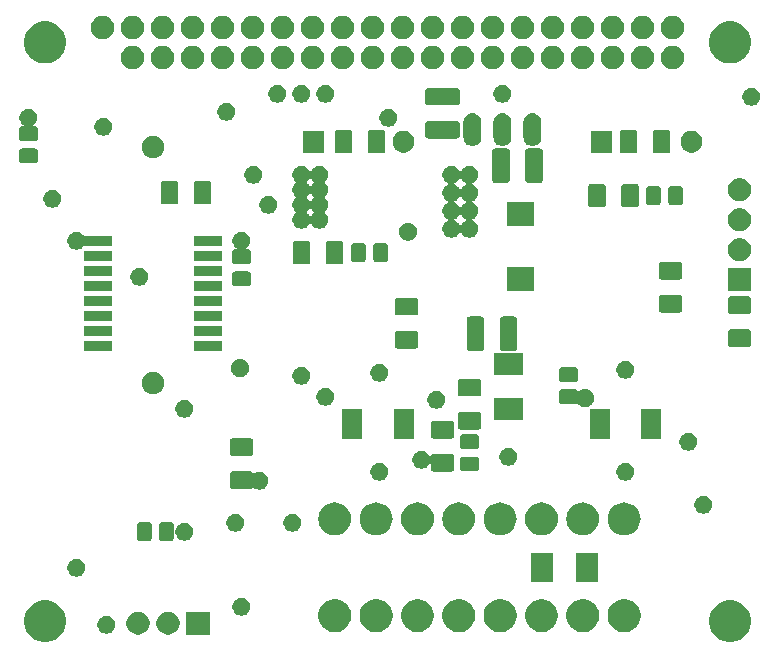
<source format=gbr>
G04 #@! TF.GenerationSoftware,KiCad,Pcbnew,5.1.5+dfsg1-2*
G04 #@! TF.CreationDate,2020-01-11T16:04:59+02:00*
G04 #@! TF.ProjectId,Morfeas_Rpi_Hat,4d6f7266-6561-4735-9f52-70695f486174,V1.0*
G04 #@! TF.SameCoordinates,Original*
G04 #@! TF.FileFunction,Soldermask,Bot*
G04 #@! TF.FilePolarity,Negative*
%FSLAX46Y46*%
G04 Gerber Fmt 4.6, Leading zero omitted, Abs format (unit mm)*
G04 Created by KiCad (PCBNEW 5.1.5+dfsg1-2) date 2020-01-11 16:04:59*
%MOMM*%
%LPD*%
G04 APERTURE LIST*
%ADD10C,0.025400*%
G04 APERTURE END LIST*
D10*
G36*
X183612332Y-114331289D02*
G01*
X183612334Y-114331290D01*
X183612335Y-114331290D01*
X183935726Y-114465243D01*
X184226766Y-114659710D01*
X184226768Y-114659712D01*
X184226771Y-114659714D01*
X184474286Y-114907229D01*
X184474288Y-114907232D01*
X184474290Y-114907234D01*
X184668757Y-115198274D01*
X184802710Y-115521665D01*
X184802711Y-115521668D01*
X184871000Y-115864981D01*
X184871000Y-116215019D01*
X184803520Y-116554267D01*
X184802710Y-116558335D01*
X184668757Y-116881726D01*
X184474290Y-117172766D01*
X184474288Y-117172768D01*
X184474286Y-117172771D01*
X184226771Y-117420286D01*
X184226768Y-117420288D01*
X184226766Y-117420290D01*
X183935726Y-117614757D01*
X183612335Y-117748710D01*
X183612334Y-117748710D01*
X183612332Y-117748711D01*
X183269019Y-117817000D01*
X182918981Y-117817000D01*
X182575668Y-117748711D01*
X182575666Y-117748710D01*
X182575665Y-117748710D01*
X182252274Y-117614757D01*
X181961234Y-117420290D01*
X181961232Y-117420288D01*
X181961229Y-117420286D01*
X181713714Y-117172771D01*
X181713712Y-117172768D01*
X181713710Y-117172766D01*
X181519243Y-116881726D01*
X181385290Y-116558335D01*
X181384481Y-116554267D01*
X181317000Y-116215019D01*
X181317000Y-115864981D01*
X181385289Y-115521668D01*
X181385290Y-115521665D01*
X181519243Y-115198274D01*
X181713710Y-114907234D01*
X181713712Y-114907232D01*
X181713714Y-114907229D01*
X181961229Y-114659714D01*
X181961232Y-114659712D01*
X181961234Y-114659710D01*
X182252274Y-114465243D01*
X182575665Y-114331290D01*
X182575666Y-114331290D01*
X182575668Y-114331289D01*
X182918981Y-114263000D01*
X183269019Y-114263000D01*
X183612332Y-114331289D01*
G37*
G36*
X125612332Y-114331289D02*
G01*
X125612334Y-114331290D01*
X125612335Y-114331290D01*
X125935726Y-114465243D01*
X126226766Y-114659710D01*
X126226768Y-114659712D01*
X126226771Y-114659714D01*
X126474286Y-114907229D01*
X126474288Y-114907232D01*
X126474290Y-114907234D01*
X126668757Y-115198274D01*
X126802710Y-115521665D01*
X126802711Y-115521668D01*
X126871000Y-115864981D01*
X126871000Y-116215019D01*
X126803520Y-116554267D01*
X126802710Y-116558335D01*
X126668757Y-116881726D01*
X126474290Y-117172766D01*
X126474288Y-117172768D01*
X126474286Y-117172771D01*
X126226771Y-117420286D01*
X126226768Y-117420288D01*
X126226766Y-117420290D01*
X125935726Y-117614757D01*
X125612335Y-117748710D01*
X125612334Y-117748710D01*
X125612332Y-117748711D01*
X125269019Y-117817000D01*
X124918981Y-117817000D01*
X124575668Y-117748711D01*
X124575666Y-117748710D01*
X124575665Y-117748710D01*
X124252274Y-117614757D01*
X123961234Y-117420290D01*
X123961232Y-117420288D01*
X123961229Y-117420286D01*
X123713714Y-117172771D01*
X123713712Y-117172768D01*
X123713710Y-117172766D01*
X123519243Y-116881726D01*
X123385290Y-116558335D01*
X123384481Y-116554267D01*
X123317000Y-116215019D01*
X123317000Y-115864981D01*
X123385289Y-115521668D01*
X123385290Y-115521665D01*
X123519243Y-115198274D01*
X123713710Y-114907234D01*
X123713712Y-114907232D01*
X123713714Y-114907229D01*
X123961229Y-114659714D01*
X123961232Y-114659712D01*
X123961234Y-114659710D01*
X124252274Y-114465243D01*
X124575665Y-114331290D01*
X124575666Y-114331290D01*
X124575668Y-114331289D01*
X124918981Y-114263000D01*
X125269019Y-114263000D01*
X125612332Y-114331289D01*
G37*
G36*
X139026000Y-117182000D02*
G01*
X137072000Y-117182000D01*
X137072000Y-115228000D01*
X139026000Y-115228000D01*
X139026000Y-117182000D01*
G37*
G36*
X133086135Y-115232159D02*
G01*
X133253983Y-115265545D01*
X133431780Y-115339191D01*
X133591800Y-115446113D01*
X133727887Y-115582200D01*
X133834809Y-115742220D01*
X133908455Y-115920017D01*
X133946000Y-116108775D01*
X133946000Y-116301225D01*
X133908455Y-116489983D01*
X133834809Y-116667780D01*
X133727887Y-116827800D01*
X133591800Y-116963887D01*
X133431780Y-117070809D01*
X133253983Y-117144455D01*
X133086135Y-117177841D01*
X133065226Y-117182000D01*
X132872774Y-117182000D01*
X132851865Y-117177841D01*
X132684017Y-117144455D01*
X132506220Y-117070809D01*
X132346200Y-116963887D01*
X132210113Y-116827800D01*
X132103191Y-116667780D01*
X132029545Y-116489983D01*
X131992000Y-116301225D01*
X131992000Y-116108775D01*
X132029545Y-115920017D01*
X132103191Y-115742220D01*
X132210113Y-115582200D01*
X132346200Y-115446113D01*
X132506220Y-115339191D01*
X132684017Y-115265545D01*
X132851865Y-115232159D01*
X132872774Y-115228000D01*
X133065226Y-115228000D01*
X133086135Y-115232159D01*
G37*
G36*
X135626135Y-115232159D02*
G01*
X135793983Y-115265545D01*
X135971780Y-115339191D01*
X136131800Y-115446113D01*
X136267887Y-115582200D01*
X136374809Y-115742220D01*
X136448455Y-115920017D01*
X136486000Y-116108775D01*
X136486000Y-116301225D01*
X136448455Y-116489983D01*
X136374809Y-116667780D01*
X136267887Y-116827800D01*
X136131800Y-116963887D01*
X135971780Y-117070809D01*
X135793983Y-117144455D01*
X135626135Y-117177841D01*
X135605226Y-117182000D01*
X135412774Y-117182000D01*
X135391865Y-117177841D01*
X135224017Y-117144455D01*
X135046220Y-117070809D01*
X134886200Y-116963887D01*
X134750113Y-116827800D01*
X134643191Y-116667780D01*
X134569545Y-116489983D01*
X134532000Y-116301225D01*
X134532000Y-116108775D01*
X134569545Y-115920017D01*
X134643191Y-115742220D01*
X134750113Y-115582200D01*
X134886200Y-115446113D01*
X135046220Y-115339191D01*
X135224017Y-115265545D01*
X135391865Y-115232159D01*
X135412774Y-115228000D01*
X135605226Y-115228000D01*
X135626135Y-115232159D01*
G37*
G36*
X130524267Y-115599283D02*
G01*
X130662942Y-115656724D01*
X130787747Y-115740116D01*
X130893884Y-115846253D01*
X130977276Y-115971058D01*
X131034717Y-116109733D01*
X131064000Y-116256950D01*
X131064000Y-116407050D01*
X131034717Y-116554267D01*
X130977276Y-116692942D01*
X130893884Y-116817747D01*
X130787747Y-116923884D01*
X130662942Y-117007276D01*
X130524267Y-117064717D01*
X130377050Y-117094000D01*
X130226950Y-117094000D01*
X130079733Y-117064717D01*
X129941058Y-117007276D01*
X129816253Y-116923884D01*
X129710116Y-116817747D01*
X129626724Y-116692942D01*
X129569283Y-116554267D01*
X129540000Y-116407050D01*
X129540000Y-116256950D01*
X129569283Y-116109733D01*
X129626724Y-115971058D01*
X129710116Y-115846253D01*
X129816253Y-115740116D01*
X129941058Y-115656724D01*
X130079733Y-115599283D01*
X130226950Y-115570000D01*
X130377050Y-115570000D01*
X130524267Y-115599283D01*
G37*
G36*
X164031493Y-114226686D02*
G01*
X164285729Y-114331994D01*
X164514531Y-114484875D01*
X164709125Y-114679469D01*
X164862006Y-114908271D01*
X164967314Y-115162507D01*
X165021000Y-115432408D01*
X165021000Y-115707592D01*
X164967314Y-115977493D01*
X164862006Y-116231729D01*
X164709125Y-116460531D01*
X164514531Y-116655125D01*
X164285729Y-116808006D01*
X164031493Y-116913314D01*
X163761592Y-116967000D01*
X163486408Y-116967000D01*
X163216507Y-116913314D01*
X162962271Y-116808006D01*
X162733469Y-116655125D01*
X162538875Y-116460531D01*
X162385994Y-116231729D01*
X162280686Y-115977493D01*
X162227000Y-115707592D01*
X162227000Y-115432408D01*
X162280686Y-115162507D01*
X162385994Y-114908271D01*
X162538875Y-114679469D01*
X162733469Y-114484875D01*
X162962271Y-114331994D01*
X163216507Y-114226686D01*
X163486408Y-114173000D01*
X163761592Y-114173000D01*
X164031493Y-114226686D01*
G37*
G36*
X174531493Y-114226686D02*
G01*
X174785729Y-114331994D01*
X175014531Y-114484875D01*
X175209125Y-114679469D01*
X175362006Y-114908271D01*
X175467314Y-115162507D01*
X175521000Y-115432408D01*
X175521000Y-115707592D01*
X175467314Y-115977493D01*
X175362006Y-116231729D01*
X175209125Y-116460531D01*
X175014531Y-116655125D01*
X174785729Y-116808006D01*
X174531493Y-116913314D01*
X174261592Y-116967000D01*
X173986408Y-116967000D01*
X173716507Y-116913314D01*
X173462271Y-116808006D01*
X173233469Y-116655125D01*
X173038875Y-116460531D01*
X172885994Y-116231729D01*
X172780686Y-115977493D01*
X172727000Y-115707592D01*
X172727000Y-115432408D01*
X172780686Y-115162507D01*
X172885994Y-114908271D01*
X173038875Y-114679469D01*
X173233469Y-114484875D01*
X173462271Y-114331994D01*
X173716507Y-114226686D01*
X173986408Y-114173000D01*
X174261592Y-114173000D01*
X174531493Y-114226686D01*
G37*
G36*
X171031493Y-114226686D02*
G01*
X171285729Y-114331994D01*
X171514531Y-114484875D01*
X171709125Y-114679469D01*
X171862006Y-114908271D01*
X171967314Y-115162507D01*
X172021000Y-115432408D01*
X172021000Y-115707592D01*
X171967314Y-115977493D01*
X171862006Y-116231729D01*
X171709125Y-116460531D01*
X171514531Y-116655125D01*
X171285729Y-116808006D01*
X171031493Y-116913314D01*
X170761592Y-116967000D01*
X170486408Y-116967000D01*
X170216507Y-116913314D01*
X169962271Y-116808006D01*
X169733469Y-116655125D01*
X169538875Y-116460531D01*
X169385994Y-116231729D01*
X169280686Y-115977493D01*
X169227000Y-115707592D01*
X169227000Y-115432408D01*
X169280686Y-115162507D01*
X169385994Y-114908271D01*
X169538875Y-114679469D01*
X169733469Y-114484875D01*
X169962271Y-114331994D01*
X170216507Y-114226686D01*
X170486408Y-114173000D01*
X170761592Y-114173000D01*
X171031493Y-114226686D01*
G37*
G36*
X150031493Y-114226686D02*
G01*
X150285729Y-114331994D01*
X150514531Y-114484875D01*
X150709125Y-114679469D01*
X150862006Y-114908271D01*
X150967314Y-115162507D01*
X151021000Y-115432408D01*
X151021000Y-115707592D01*
X150967314Y-115977493D01*
X150862006Y-116231729D01*
X150709125Y-116460531D01*
X150514531Y-116655125D01*
X150285729Y-116808006D01*
X150031493Y-116913314D01*
X149761592Y-116967000D01*
X149486408Y-116967000D01*
X149216507Y-116913314D01*
X148962271Y-116808006D01*
X148733469Y-116655125D01*
X148538875Y-116460531D01*
X148385994Y-116231729D01*
X148280686Y-115977493D01*
X148227000Y-115707592D01*
X148227000Y-115432408D01*
X148280686Y-115162507D01*
X148385994Y-114908271D01*
X148538875Y-114679469D01*
X148733469Y-114484875D01*
X148962271Y-114331994D01*
X149216507Y-114226686D01*
X149486408Y-114173000D01*
X149761592Y-114173000D01*
X150031493Y-114226686D01*
G37*
G36*
X153531493Y-114226686D02*
G01*
X153785729Y-114331994D01*
X154014531Y-114484875D01*
X154209125Y-114679469D01*
X154362006Y-114908271D01*
X154467314Y-115162507D01*
X154521000Y-115432408D01*
X154521000Y-115707592D01*
X154467314Y-115977493D01*
X154362006Y-116231729D01*
X154209125Y-116460531D01*
X154014531Y-116655125D01*
X153785729Y-116808006D01*
X153531493Y-116913314D01*
X153261592Y-116967000D01*
X152986408Y-116967000D01*
X152716507Y-116913314D01*
X152462271Y-116808006D01*
X152233469Y-116655125D01*
X152038875Y-116460531D01*
X151885994Y-116231729D01*
X151780686Y-115977493D01*
X151727000Y-115707592D01*
X151727000Y-115432408D01*
X151780686Y-115162507D01*
X151885994Y-114908271D01*
X152038875Y-114679469D01*
X152233469Y-114484875D01*
X152462271Y-114331994D01*
X152716507Y-114226686D01*
X152986408Y-114173000D01*
X153261592Y-114173000D01*
X153531493Y-114226686D01*
G37*
G36*
X157031493Y-114226686D02*
G01*
X157285729Y-114331994D01*
X157514531Y-114484875D01*
X157709125Y-114679469D01*
X157862006Y-114908271D01*
X157967314Y-115162507D01*
X158021000Y-115432408D01*
X158021000Y-115707592D01*
X157967314Y-115977493D01*
X157862006Y-116231729D01*
X157709125Y-116460531D01*
X157514531Y-116655125D01*
X157285729Y-116808006D01*
X157031493Y-116913314D01*
X156761592Y-116967000D01*
X156486408Y-116967000D01*
X156216507Y-116913314D01*
X155962271Y-116808006D01*
X155733469Y-116655125D01*
X155538875Y-116460531D01*
X155385994Y-116231729D01*
X155280686Y-115977493D01*
X155227000Y-115707592D01*
X155227000Y-115432408D01*
X155280686Y-115162507D01*
X155385994Y-114908271D01*
X155538875Y-114679469D01*
X155733469Y-114484875D01*
X155962271Y-114331994D01*
X156216507Y-114226686D01*
X156486408Y-114173000D01*
X156761592Y-114173000D01*
X157031493Y-114226686D01*
G37*
G36*
X160531493Y-114226686D02*
G01*
X160785729Y-114331994D01*
X161014531Y-114484875D01*
X161209125Y-114679469D01*
X161362006Y-114908271D01*
X161467314Y-115162507D01*
X161521000Y-115432408D01*
X161521000Y-115707592D01*
X161467314Y-115977493D01*
X161362006Y-116231729D01*
X161209125Y-116460531D01*
X161014531Y-116655125D01*
X160785729Y-116808006D01*
X160531493Y-116913314D01*
X160261592Y-116967000D01*
X159986408Y-116967000D01*
X159716507Y-116913314D01*
X159462271Y-116808006D01*
X159233469Y-116655125D01*
X159038875Y-116460531D01*
X158885994Y-116231729D01*
X158780686Y-115977493D01*
X158727000Y-115707592D01*
X158727000Y-115432408D01*
X158780686Y-115162507D01*
X158885994Y-114908271D01*
X159038875Y-114679469D01*
X159233469Y-114484875D01*
X159462271Y-114331994D01*
X159716507Y-114226686D01*
X159986408Y-114173000D01*
X160261592Y-114173000D01*
X160531493Y-114226686D01*
G37*
G36*
X167531493Y-114226686D02*
G01*
X167785729Y-114331994D01*
X168014531Y-114484875D01*
X168209125Y-114679469D01*
X168362006Y-114908271D01*
X168467314Y-115162507D01*
X168521000Y-115432408D01*
X168521000Y-115707592D01*
X168467314Y-115977493D01*
X168362006Y-116231729D01*
X168209125Y-116460531D01*
X168014531Y-116655125D01*
X167785729Y-116808006D01*
X167531493Y-116913314D01*
X167261592Y-116967000D01*
X166986408Y-116967000D01*
X166716507Y-116913314D01*
X166462271Y-116808006D01*
X166233469Y-116655125D01*
X166038875Y-116460531D01*
X165885994Y-116231729D01*
X165780686Y-115977493D01*
X165727000Y-115707592D01*
X165727000Y-115432408D01*
X165780686Y-115162507D01*
X165885994Y-114908271D01*
X166038875Y-114679469D01*
X166233469Y-114484875D01*
X166462271Y-114331994D01*
X166716507Y-114226686D01*
X166986408Y-114173000D01*
X167261592Y-114173000D01*
X167531493Y-114226686D01*
G37*
G36*
X141954267Y-114075283D02*
G01*
X142092942Y-114132724D01*
X142217747Y-114216116D01*
X142323884Y-114322253D01*
X142407276Y-114447058D01*
X142464717Y-114585733D01*
X142494000Y-114732950D01*
X142494000Y-114883050D01*
X142464717Y-115030267D01*
X142407276Y-115168942D01*
X142323884Y-115293747D01*
X142217747Y-115399884D01*
X142092942Y-115483276D01*
X141954267Y-115540717D01*
X141807050Y-115570000D01*
X141656950Y-115570000D01*
X141509733Y-115540717D01*
X141371058Y-115483276D01*
X141246253Y-115399884D01*
X141140116Y-115293747D01*
X141056724Y-115168942D01*
X140999283Y-115030267D01*
X140970000Y-114883050D01*
X140970000Y-114732950D01*
X140999283Y-114585733D01*
X141056724Y-114447058D01*
X141140116Y-114322253D01*
X141246253Y-114216116D01*
X141371058Y-114132724D01*
X141509733Y-114075283D01*
X141656950Y-114046000D01*
X141807050Y-114046000D01*
X141954267Y-114075283D01*
G37*
G36*
X168095143Y-112732343D02*
G01*
X166240943Y-112732343D01*
X166240943Y-110278703D01*
X168095143Y-110278703D01*
X168095143Y-112732343D01*
G37*
G36*
X171894983Y-112732343D02*
G01*
X170040783Y-112732343D01*
X170040783Y-110278703D01*
X171894983Y-110278703D01*
X171894983Y-112732343D01*
G37*
G36*
X127984267Y-110773283D02*
G01*
X128122942Y-110830724D01*
X128247747Y-110914116D01*
X128353884Y-111020253D01*
X128437276Y-111145058D01*
X128494717Y-111283733D01*
X128524000Y-111430950D01*
X128524000Y-111581050D01*
X128494717Y-111728267D01*
X128437276Y-111866942D01*
X128353884Y-111991747D01*
X128247747Y-112097884D01*
X128122942Y-112181276D01*
X127984267Y-112238717D01*
X127837050Y-112268000D01*
X127686950Y-112268000D01*
X127539733Y-112238717D01*
X127401058Y-112181276D01*
X127276253Y-112097884D01*
X127170116Y-111991747D01*
X127086724Y-111866942D01*
X127029283Y-111728267D01*
X127000000Y-111581050D01*
X127000000Y-111430950D01*
X127029283Y-111283733D01*
X127086724Y-111145058D01*
X127170116Y-111020253D01*
X127276253Y-110914116D01*
X127401058Y-110830724D01*
X127539733Y-110773283D01*
X127686950Y-110744000D01*
X127837050Y-110744000D01*
X127984267Y-110773283D01*
G37*
G36*
X135774684Y-107636595D02*
G01*
X135826314Y-107652256D01*
X135873888Y-107677685D01*
X135915590Y-107711910D01*
X135949815Y-107753612D01*
X135975244Y-107801186D01*
X135990905Y-107852816D01*
X135996500Y-107909617D01*
X135996500Y-109006383D01*
X135990905Y-109063184D01*
X135975244Y-109114814D01*
X135949815Y-109162388D01*
X135915590Y-109204090D01*
X135873888Y-109238315D01*
X135826314Y-109263744D01*
X135774684Y-109279405D01*
X135717883Y-109285000D01*
X135046117Y-109285000D01*
X134989316Y-109279405D01*
X134937686Y-109263744D01*
X134890112Y-109238315D01*
X134848410Y-109204090D01*
X134814185Y-109162388D01*
X134788756Y-109114814D01*
X134773095Y-109063184D01*
X134767500Y-109006383D01*
X134767500Y-107909617D01*
X134773095Y-107852816D01*
X134788756Y-107801186D01*
X134814185Y-107753612D01*
X134848410Y-107711910D01*
X134890112Y-107677685D01*
X134937686Y-107652256D01*
X134989316Y-107636595D01*
X135046117Y-107631000D01*
X135717883Y-107631000D01*
X135774684Y-107636595D01*
G37*
G36*
X133899684Y-107636595D02*
G01*
X133951314Y-107652256D01*
X133998888Y-107677685D01*
X134040590Y-107711910D01*
X134074815Y-107753612D01*
X134100244Y-107801186D01*
X134115905Y-107852816D01*
X134121500Y-107909617D01*
X134121500Y-109006383D01*
X134115905Y-109063184D01*
X134100244Y-109114814D01*
X134074815Y-109162388D01*
X134040590Y-109204090D01*
X133998888Y-109238315D01*
X133951314Y-109263744D01*
X133899684Y-109279405D01*
X133842883Y-109285000D01*
X133171117Y-109285000D01*
X133114316Y-109279405D01*
X133062686Y-109263744D01*
X133015112Y-109238315D01*
X132973410Y-109204090D01*
X132939185Y-109162388D01*
X132913756Y-109114814D01*
X132898095Y-109063184D01*
X132892500Y-109006383D01*
X132892500Y-107909617D01*
X132898095Y-107852816D01*
X132913756Y-107801186D01*
X132939185Y-107753612D01*
X132973410Y-107711910D01*
X133015112Y-107677685D01*
X133062686Y-107652256D01*
X133114316Y-107636595D01*
X133171117Y-107631000D01*
X133842883Y-107631000D01*
X133899684Y-107636595D01*
G37*
G36*
X137128267Y-107725283D02*
G01*
X137266942Y-107782724D01*
X137391747Y-107866116D01*
X137497884Y-107972253D01*
X137581276Y-108097058D01*
X137638717Y-108235733D01*
X137668000Y-108382950D01*
X137668000Y-108533050D01*
X137638717Y-108680267D01*
X137581276Y-108818942D01*
X137497884Y-108943747D01*
X137391747Y-109049884D01*
X137266942Y-109133276D01*
X137128267Y-109190717D01*
X136981050Y-109220000D01*
X136830950Y-109220000D01*
X136683733Y-109190717D01*
X136545058Y-109133276D01*
X136420253Y-109049884D01*
X136314116Y-108943747D01*
X136230724Y-108818942D01*
X136173283Y-108680267D01*
X136144000Y-108533050D01*
X136144000Y-108382950D01*
X136173283Y-108235733D01*
X136230724Y-108097058D01*
X136314116Y-107972253D01*
X136420253Y-107866116D01*
X136545058Y-107782724D01*
X136683733Y-107725283D01*
X136830950Y-107696000D01*
X136981050Y-107696000D01*
X137128267Y-107725283D01*
G37*
G36*
X167396542Y-105999842D02*
G01*
X167658610Y-106079339D01*
X167900133Y-106208436D01*
X168111829Y-106382171D01*
X168285564Y-106593867D01*
X168414661Y-106835390D01*
X168494158Y-107097458D01*
X168521001Y-107369999D01*
X168521001Y-107370001D01*
X168494158Y-107642542D01*
X168414661Y-107904610D01*
X168285564Y-108146133D01*
X168111829Y-108357829D01*
X167900133Y-108531564D01*
X167658610Y-108660661D01*
X167396542Y-108740158D01*
X167124001Y-108767001D01*
X167123999Y-108767001D01*
X166851458Y-108740158D01*
X166589390Y-108660661D01*
X166347867Y-108531564D01*
X166136171Y-108357829D01*
X165962436Y-108146133D01*
X165833339Y-107904610D01*
X165753842Y-107642542D01*
X165726999Y-107370001D01*
X165726999Y-107369999D01*
X165753842Y-107097458D01*
X165833339Y-106835390D01*
X165962436Y-106593867D01*
X166136171Y-106382171D01*
X166347867Y-106208436D01*
X166589390Y-106079339D01*
X166851458Y-105999842D01*
X167123999Y-105972999D01*
X167124001Y-105972999D01*
X167396542Y-105999842D01*
G37*
G36*
X149896542Y-105999842D02*
G01*
X150158610Y-106079339D01*
X150400133Y-106208436D01*
X150611829Y-106382171D01*
X150785564Y-106593867D01*
X150914661Y-106835390D01*
X150994158Y-107097458D01*
X151021001Y-107369999D01*
X151021001Y-107370001D01*
X150994158Y-107642542D01*
X150914661Y-107904610D01*
X150785564Y-108146133D01*
X150611829Y-108357829D01*
X150400133Y-108531564D01*
X150158610Y-108660661D01*
X149896542Y-108740158D01*
X149624001Y-108767001D01*
X149623999Y-108767001D01*
X149351458Y-108740158D01*
X149089390Y-108660661D01*
X148847867Y-108531564D01*
X148636171Y-108357829D01*
X148462436Y-108146133D01*
X148333339Y-107904610D01*
X148253842Y-107642542D01*
X148226999Y-107370001D01*
X148226999Y-107369999D01*
X148253842Y-107097458D01*
X148333339Y-106835390D01*
X148462436Y-106593867D01*
X148636171Y-106382171D01*
X148847867Y-106208436D01*
X149089390Y-106079339D01*
X149351458Y-105999842D01*
X149623999Y-105972999D01*
X149624001Y-105972999D01*
X149896542Y-105999842D01*
G37*
G36*
X170896542Y-105999842D02*
G01*
X171158610Y-106079339D01*
X171400133Y-106208436D01*
X171611829Y-106382171D01*
X171785564Y-106593867D01*
X171914661Y-106835390D01*
X171994158Y-107097458D01*
X172021001Y-107369999D01*
X172021001Y-107370001D01*
X171994158Y-107642542D01*
X171914661Y-107904610D01*
X171785564Y-108146133D01*
X171611829Y-108357829D01*
X171400133Y-108531564D01*
X171158610Y-108660661D01*
X170896542Y-108740158D01*
X170624001Y-108767001D01*
X170623999Y-108767001D01*
X170351458Y-108740158D01*
X170089390Y-108660661D01*
X169847867Y-108531564D01*
X169636171Y-108357829D01*
X169462436Y-108146133D01*
X169333339Y-107904610D01*
X169253842Y-107642542D01*
X169226999Y-107370001D01*
X169226999Y-107369999D01*
X169253842Y-107097458D01*
X169333339Y-106835390D01*
X169462436Y-106593867D01*
X169636171Y-106382171D01*
X169847867Y-106208436D01*
X170089390Y-106079339D01*
X170351458Y-105999842D01*
X170623999Y-105972999D01*
X170624001Y-105972999D01*
X170896542Y-105999842D01*
G37*
G36*
X174396542Y-105999842D02*
G01*
X174658610Y-106079339D01*
X174900133Y-106208436D01*
X175111829Y-106382171D01*
X175285564Y-106593867D01*
X175414661Y-106835390D01*
X175494158Y-107097458D01*
X175521001Y-107369999D01*
X175521001Y-107370001D01*
X175494158Y-107642542D01*
X175414661Y-107904610D01*
X175285564Y-108146133D01*
X175111829Y-108357829D01*
X174900133Y-108531564D01*
X174658610Y-108660661D01*
X174396542Y-108740158D01*
X174124001Y-108767001D01*
X174123999Y-108767001D01*
X173851458Y-108740158D01*
X173589390Y-108660661D01*
X173347867Y-108531564D01*
X173136171Y-108357829D01*
X172962436Y-108146133D01*
X172833339Y-107904610D01*
X172753842Y-107642542D01*
X172726999Y-107370001D01*
X172726999Y-107369999D01*
X172753842Y-107097458D01*
X172833339Y-106835390D01*
X172962436Y-106593867D01*
X173136171Y-106382171D01*
X173347867Y-106208436D01*
X173589390Y-106079339D01*
X173851458Y-105999842D01*
X174123999Y-105972999D01*
X174124001Y-105972999D01*
X174396542Y-105999842D01*
G37*
G36*
X156896542Y-105999842D02*
G01*
X157158610Y-106079339D01*
X157400133Y-106208436D01*
X157611829Y-106382171D01*
X157785564Y-106593867D01*
X157914661Y-106835390D01*
X157994158Y-107097458D01*
X158021001Y-107369999D01*
X158021001Y-107370001D01*
X157994158Y-107642542D01*
X157914661Y-107904610D01*
X157785564Y-108146133D01*
X157611829Y-108357829D01*
X157400133Y-108531564D01*
X157158610Y-108660661D01*
X156896542Y-108740158D01*
X156624001Y-108767001D01*
X156623999Y-108767001D01*
X156351458Y-108740158D01*
X156089390Y-108660661D01*
X155847867Y-108531564D01*
X155636171Y-108357829D01*
X155462436Y-108146133D01*
X155333339Y-107904610D01*
X155253842Y-107642542D01*
X155226999Y-107370001D01*
X155226999Y-107369999D01*
X155253842Y-107097458D01*
X155333339Y-106835390D01*
X155462436Y-106593867D01*
X155636171Y-106382171D01*
X155847867Y-106208436D01*
X156089390Y-106079339D01*
X156351458Y-105999842D01*
X156623999Y-105972999D01*
X156624001Y-105972999D01*
X156896542Y-105999842D01*
G37*
G36*
X160396542Y-105999842D02*
G01*
X160658610Y-106079339D01*
X160900133Y-106208436D01*
X161111829Y-106382171D01*
X161285564Y-106593867D01*
X161414661Y-106835390D01*
X161494158Y-107097458D01*
X161521001Y-107369999D01*
X161521001Y-107370001D01*
X161494158Y-107642542D01*
X161414661Y-107904610D01*
X161285564Y-108146133D01*
X161111829Y-108357829D01*
X160900133Y-108531564D01*
X160658610Y-108660661D01*
X160396542Y-108740158D01*
X160124001Y-108767001D01*
X160123999Y-108767001D01*
X159851458Y-108740158D01*
X159589390Y-108660661D01*
X159347867Y-108531564D01*
X159136171Y-108357829D01*
X158962436Y-108146133D01*
X158833339Y-107904610D01*
X158753842Y-107642542D01*
X158726999Y-107370001D01*
X158726999Y-107369999D01*
X158753842Y-107097458D01*
X158833339Y-106835390D01*
X158962436Y-106593867D01*
X159136171Y-106382171D01*
X159347867Y-106208436D01*
X159589390Y-106079339D01*
X159851458Y-105999842D01*
X160123999Y-105972999D01*
X160124001Y-105972999D01*
X160396542Y-105999842D01*
G37*
G36*
X163896542Y-105999842D02*
G01*
X164158610Y-106079339D01*
X164400133Y-106208436D01*
X164611829Y-106382171D01*
X164785564Y-106593867D01*
X164914661Y-106835390D01*
X164994158Y-107097458D01*
X165021001Y-107369999D01*
X165021001Y-107370001D01*
X164994158Y-107642542D01*
X164914661Y-107904610D01*
X164785564Y-108146133D01*
X164611829Y-108357829D01*
X164400133Y-108531564D01*
X164158610Y-108660661D01*
X163896542Y-108740158D01*
X163624001Y-108767001D01*
X163623999Y-108767001D01*
X163351458Y-108740158D01*
X163089390Y-108660661D01*
X162847867Y-108531564D01*
X162636171Y-108357829D01*
X162462436Y-108146133D01*
X162333339Y-107904610D01*
X162253842Y-107642542D01*
X162226999Y-107370001D01*
X162226999Y-107369999D01*
X162253842Y-107097458D01*
X162333339Y-106835390D01*
X162462436Y-106593867D01*
X162636171Y-106382171D01*
X162847867Y-106208436D01*
X163089390Y-106079339D01*
X163351458Y-105999842D01*
X163623999Y-105972999D01*
X163624001Y-105972999D01*
X163896542Y-105999842D01*
G37*
G36*
X153396542Y-105999842D02*
G01*
X153658610Y-106079339D01*
X153900133Y-106208436D01*
X154111829Y-106382171D01*
X154285564Y-106593867D01*
X154414661Y-106835390D01*
X154494158Y-107097458D01*
X154521001Y-107369999D01*
X154521001Y-107370001D01*
X154494158Y-107642542D01*
X154414661Y-107904610D01*
X154285564Y-108146133D01*
X154111829Y-108357829D01*
X153900133Y-108531564D01*
X153658610Y-108660661D01*
X153396542Y-108740158D01*
X153124001Y-108767001D01*
X153123999Y-108767001D01*
X152851458Y-108740158D01*
X152589390Y-108660661D01*
X152347867Y-108531564D01*
X152136171Y-108357829D01*
X151962436Y-108146133D01*
X151833339Y-107904610D01*
X151753842Y-107642542D01*
X151726999Y-107370001D01*
X151726999Y-107369999D01*
X151753842Y-107097458D01*
X151833339Y-106835390D01*
X151962436Y-106593867D01*
X152136171Y-106382171D01*
X152347867Y-106208436D01*
X152589390Y-106079339D01*
X152851458Y-105999842D01*
X153123999Y-105972999D01*
X153124001Y-105972999D01*
X153396542Y-105999842D01*
G37*
G36*
X141446267Y-106963283D02*
G01*
X141584942Y-107020724D01*
X141709747Y-107104116D01*
X141815884Y-107210253D01*
X141899276Y-107335058D01*
X141956717Y-107473733D01*
X141986000Y-107620950D01*
X141986000Y-107771050D01*
X141956717Y-107918267D01*
X141899276Y-108056942D01*
X141815884Y-108181747D01*
X141709747Y-108287884D01*
X141584942Y-108371276D01*
X141446267Y-108428717D01*
X141299050Y-108458000D01*
X141148950Y-108458000D01*
X141001733Y-108428717D01*
X140863058Y-108371276D01*
X140738253Y-108287884D01*
X140632116Y-108181747D01*
X140548724Y-108056942D01*
X140491283Y-107918267D01*
X140462000Y-107771050D01*
X140462000Y-107620950D01*
X140491283Y-107473733D01*
X140548724Y-107335058D01*
X140632116Y-107210253D01*
X140738253Y-107104116D01*
X140863058Y-107020724D01*
X141001733Y-106963283D01*
X141148950Y-106934000D01*
X141299050Y-106934000D01*
X141446267Y-106963283D01*
G37*
G36*
X146272267Y-106963283D02*
G01*
X146410942Y-107020724D01*
X146535747Y-107104116D01*
X146641884Y-107210253D01*
X146725276Y-107335058D01*
X146782717Y-107473733D01*
X146812000Y-107620950D01*
X146812000Y-107771050D01*
X146782717Y-107918267D01*
X146725276Y-108056942D01*
X146641884Y-108181747D01*
X146535747Y-108287884D01*
X146410942Y-108371276D01*
X146272267Y-108428717D01*
X146125050Y-108458000D01*
X145974950Y-108458000D01*
X145827733Y-108428717D01*
X145689058Y-108371276D01*
X145564253Y-108287884D01*
X145458116Y-108181747D01*
X145374724Y-108056942D01*
X145317283Y-107918267D01*
X145288000Y-107771050D01*
X145288000Y-107620950D01*
X145317283Y-107473733D01*
X145374724Y-107335058D01*
X145458116Y-107210253D01*
X145564253Y-107104116D01*
X145689058Y-107020724D01*
X145827733Y-106963283D01*
X145974950Y-106934000D01*
X146125050Y-106934000D01*
X146272267Y-106963283D01*
G37*
G36*
X181070267Y-105439283D02*
G01*
X181208942Y-105496724D01*
X181333747Y-105580116D01*
X181439884Y-105686253D01*
X181523276Y-105811058D01*
X181580717Y-105949733D01*
X181610000Y-106096950D01*
X181610000Y-106247050D01*
X181580717Y-106394267D01*
X181523276Y-106532942D01*
X181439884Y-106657747D01*
X181333747Y-106763884D01*
X181208942Y-106847276D01*
X181070267Y-106904717D01*
X180923050Y-106934000D01*
X180772950Y-106934000D01*
X180625733Y-106904717D01*
X180487058Y-106847276D01*
X180362253Y-106763884D01*
X180256116Y-106657747D01*
X180172724Y-106532942D01*
X180115283Y-106394267D01*
X180086000Y-106247050D01*
X180086000Y-106096950D01*
X180115283Y-105949733D01*
X180172724Y-105811058D01*
X180256116Y-105686253D01*
X180362253Y-105580116D01*
X180487058Y-105496724D01*
X180625733Y-105439283D01*
X180772950Y-105410000D01*
X180923050Y-105410000D01*
X181070267Y-105439283D01*
G37*
G36*
X142522489Y-103343349D02*
G01*
X142571715Y-103358281D01*
X142617075Y-103382527D01*
X142656840Y-103415160D01*
X142689472Y-103454923D01*
X142714409Y-103501576D01*
X142721325Y-103511926D01*
X142730127Y-103520728D01*
X142740477Y-103527643D01*
X142751978Y-103532407D01*
X142764187Y-103534835D01*
X142776635Y-103534835D01*
X142788843Y-103532407D01*
X142805688Y-103524439D01*
X142895053Y-103464727D01*
X142895054Y-103464726D01*
X142895058Y-103464724D01*
X143033733Y-103407283D01*
X143180950Y-103378000D01*
X143331050Y-103378000D01*
X143478267Y-103407283D01*
X143616942Y-103464724D01*
X143741747Y-103548116D01*
X143847884Y-103654253D01*
X143931276Y-103779058D01*
X143988717Y-103917733D01*
X144018000Y-104064950D01*
X144018000Y-104215050D01*
X143988717Y-104362267D01*
X143931276Y-104500942D01*
X143847884Y-104625747D01*
X143741747Y-104731884D01*
X143616942Y-104815276D01*
X143478267Y-104872717D01*
X143331050Y-104902000D01*
X143180950Y-104902000D01*
X143033733Y-104872717D01*
X142895058Y-104815276D01*
X142770253Y-104731884D01*
X142770252Y-104731883D01*
X142767778Y-104730230D01*
X142762734Y-104726091D01*
X142751756Y-104720223D01*
X142739844Y-104716609D01*
X142727456Y-104715389D01*
X142715068Y-104716609D01*
X142703156Y-104720223D01*
X142692178Y-104726091D01*
X142682555Y-104733987D01*
X142678370Y-104738605D01*
X142656840Y-104764840D01*
X142617075Y-104797473D01*
X142571715Y-104821719D01*
X142522489Y-104836651D01*
X142468183Y-104842000D01*
X140995817Y-104842000D01*
X140941511Y-104836651D01*
X140892285Y-104821719D01*
X140846925Y-104797473D01*
X140807160Y-104764840D01*
X140774527Y-104725075D01*
X140750281Y-104679715D01*
X140735349Y-104630489D01*
X140730000Y-104576183D01*
X140730000Y-103603817D01*
X140735349Y-103549511D01*
X140750281Y-103500285D01*
X140774527Y-103454925D01*
X140807160Y-103415160D01*
X140846925Y-103382527D01*
X140892285Y-103358281D01*
X140941511Y-103343349D01*
X140995817Y-103338000D01*
X142468183Y-103338000D01*
X142522489Y-103343349D01*
G37*
G36*
X153638267Y-102645283D02*
G01*
X153776942Y-102702724D01*
X153901747Y-102786116D01*
X154007884Y-102892253D01*
X154091276Y-103017058D01*
X154148717Y-103155733D01*
X154178000Y-103302950D01*
X154178000Y-103453050D01*
X154148717Y-103600267D01*
X154091276Y-103738942D01*
X154007884Y-103863747D01*
X153901747Y-103969884D01*
X153776942Y-104053276D01*
X153638267Y-104110717D01*
X153491050Y-104140000D01*
X153340950Y-104140000D01*
X153193733Y-104110717D01*
X153055058Y-104053276D01*
X152930253Y-103969884D01*
X152824116Y-103863747D01*
X152740724Y-103738942D01*
X152683283Y-103600267D01*
X152654000Y-103453050D01*
X152654000Y-103302950D01*
X152683283Y-103155733D01*
X152740724Y-103017058D01*
X152824116Y-102892253D01*
X152930253Y-102786116D01*
X153055058Y-102702724D01*
X153193733Y-102645283D01*
X153340950Y-102616000D01*
X153491050Y-102616000D01*
X153638267Y-102645283D01*
G37*
G36*
X174466267Y-102645283D02*
G01*
X174604942Y-102702724D01*
X174729747Y-102786116D01*
X174835884Y-102892253D01*
X174919276Y-103017058D01*
X174976717Y-103155733D01*
X175006000Y-103302950D01*
X175006000Y-103453050D01*
X174976717Y-103600267D01*
X174919276Y-103738942D01*
X174835884Y-103863747D01*
X174729747Y-103969884D01*
X174604942Y-104053276D01*
X174466267Y-104110717D01*
X174319050Y-104140000D01*
X174168950Y-104140000D01*
X174021733Y-104110717D01*
X173883058Y-104053276D01*
X173758253Y-103969884D01*
X173652116Y-103863747D01*
X173568724Y-103738942D01*
X173511283Y-103600267D01*
X173482000Y-103453050D01*
X173482000Y-103302950D01*
X173511283Y-103155733D01*
X173568724Y-103017058D01*
X173652116Y-102892253D01*
X173758253Y-102786116D01*
X173883058Y-102702724D01*
X174021733Y-102645283D01*
X174168950Y-102616000D01*
X174319050Y-102616000D01*
X174466267Y-102645283D01*
G37*
G36*
X157194267Y-101629283D02*
G01*
X157332942Y-101686724D01*
X157457747Y-101770116D01*
X157563884Y-101876253D01*
X157647275Y-102001057D01*
X157647277Y-102001060D01*
X157656017Y-102022160D01*
X157661885Y-102033138D01*
X157669782Y-102042760D01*
X157679404Y-102050657D01*
X157690383Y-102056525D01*
X157702295Y-102060138D01*
X157714683Y-102061358D01*
X157727071Y-102060138D01*
X157738983Y-102056524D01*
X157749961Y-102050656D01*
X157759583Y-102042759D01*
X157770683Y-102027792D01*
X157792527Y-101986924D01*
X157825160Y-101947160D01*
X157864925Y-101914527D01*
X157910285Y-101890281D01*
X157959511Y-101875349D01*
X158013817Y-101870000D01*
X159486183Y-101870000D01*
X159540489Y-101875349D01*
X159589715Y-101890281D01*
X159635075Y-101914527D01*
X159674840Y-101947160D01*
X159707473Y-101986925D01*
X159731719Y-102032285D01*
X159746651Y-102081511D01*
X159752000Y-102135817D01*
X159752000Y-103108183D01*
X159746651Y-103162489D01*
X159731719Y-103211715D01*
X159707473Y-103257075D01*
X159674840Y-103296840D01*
X159635075Y-103329473D01*
X159589715Y-103353719D01*
X159540489Y-103368651D01*
X159486183Y-103374000D01*
X158013817Y-103374000D01*
X157959511Y-103368651D01*
X157910285Y-103353719D01*
X157864925Y-103329473D01*
X157825160Y-103296840D01*
X157792527Y-103257075D01*
X157768281Y-103211715D01*
X157753349Y-103162489D01*
X157748000Y-103108183D01*
X157748000Y-102781526D01*
X157746780Y-102769138D01*
X157743166Y-102757226D01*
X157737298Y-102746248D01*
X157729402Y-102736625D01*
X157719779Y-102728729D01*
X157708801Y-102722861D01*
X157696889Y-102719247D01*
X157684501Y-102718027D01*
X157672113Y-102719247D01*
X157660201Y-102722861D01*
X157649223Y-102728729D01*
X157639600Y-102736625D01*
X157631704Y-102746248D01*
X157563888Y-102847742D01*
X157563886Y-102847744D01*
X157563884Y-102847747D01*
X157457747Y-102953884D01*
X157332942Y-103037276D01*
X157194267Y-103094717D01*
X157047050Y-103124000D01*
X156896950Y-103124000D01*
X156749733Y-103094717D01*
X156611058Y-103037276D01*
X156486253Y-102953884D01*
X156380116Y-102847747D01*
X156296724Y-102722942D01*
X156239283Y-102584267D01*
X156210000Y-102437050D01*
X156210000Y-102286950D01*
X156239283Y-102139733D01*
X156296724Y-102001058D01*
X156380116Y-101876253D01*
X156486253Y-101770116D01*
X156611058Y-101686724D01*
X156749733Y-101629283D01*
X156896950Y-101600000D01*
X157047050Y-101600000D01*
X157194267Y-101629283D01*
G37*
G36*
X161641184Y-102104095D02*
G01*
X161692814Y-102119756D01*
X161740388Y-102145185D01*
X161782090Y-102179410D01*
X161816315Y-102221112D01*
X161841744Y-102268686D01*
X161857405Y-102320316D01*
X161863000Y-102377117D01*
X161863000Y-103048883D01*
X161857405Y-103105684D01*
X161841744Y-103157314D01*
X161816315Y-103204888D01*
X161782090Y-103246590D01*
X161740388Y-103280815D01*
X161692814Y-103306244D01*
X161641184Y-103321905D01*
X161584383Y-103327500D01*
X160487617Y-103327500D01*
X160430816Y-103321905D01*
X160379186Y-103306244D01*
X160331612Y-103280815D01*
X160289910Y-103246590D01*
X160255685Y-103204888D01*
X160230256Y-103157314D01*
X160214595Y-103105684D01*
X160209000Y-103048883D01*
X160209000Y-102377117D01*
X160214595Y-102320316D01*
X160230256Y-102268686D01*
X160255685Y-102221112D01*
X160289910Y-102179410D01*
X160331612Y-102145185D01*
X160379186Y-102119756D01*
X160430816Y-102104095D01*
X160487617Y-102098500D01*
X161584383Y-102098500D01*
X161641184Y-102104095D01*
G37*
G36*
X164560267Y-101375283D02*
G01*
X164698942Y-101432724D01*
X164823747Y-101516116D01*
X164929884Y-101622253D01*
X165013276Y-101747058D01*
X165070717Y-101885733D01*
X165100000Y-102032950D01*
X165100000Y-102183050D01*
X165070717Y-102330267D01*
X165013276Y-102468942D01*
X164929884Y-102593747D01*
X164823747Y-102699884D01*
X164698942Y-102783276D01*
X164560267Y-102840717D01*
X164413050Y-102870000D01*
X164262950Y-102870000D01*
X164115733Y-102840717D01*
X163977058Y-102783276D01*
X163852253Y-102699884D01*
X163746116Y-102593747D01*
X163662724Y-102468942D01*
X163605283Y-102330267D01*
X163576000Y-102183050D01*
X163576000Y-102032950D01*
X163605283Y-101885733D01*
X163662724Y-101747058D01*
X163746116Y-101622253D01*
X163852253Y-101516116D01*
X163977058Y-101432724D01*
X164115733Y-101375283D01*
X164262950Y-101346000D01*
X164413050Y-101346000D01*
X164560267Y-101375283D01*
G37*
G36*
X142522489Y-100543349D02*
G01*
X142571715Y-100558281D01*
X142617075Y-100582527D01*
X142656840Y-100615160D01*
X142689473Y-100654925D01*
X142713719Y-100700285D01*
X142728651Y-100749511D01*
X142734000Y-100803817D01*
X142734000Y-101776183D01*
X142728651Y-101830489D01*
X142713719Y-101879715D01*
X142689473Y-101925075D01*
X142656840Y-101964840D01*
X142617075Y-101997473D01*
X142571715Y-102021719D01*
X142522489Y-102036651D01*
X142468183Y-102042000D01*
X140995817Y-102042000D01*
X140941511Y-102036651D01*
X140892285Y-102021719D01*
X140846925Y-101997473D01*
X140807160Y-101964840D01*
X140774527Y-101925075D01*
X140750281Y-101879715D01*
X140735349Y-101830489D01*
X140730000Y-101776183D01*
X140730000Y-100803817D01*
X140735349Y-100749511D01*
X140750281Y-100700285D01*
X140774527Y-100654925D01*
X140807160Y-100615160D01*
X140846925Y-100582527D01*
X140892285Y-100558281D01*
X140941511Y-100543349D01*
X140995817Y-100538000D01*
X142468183Y-100538000D01*
X142522489Y-100543349D01*
G37*
G36*
X179800267Y-100105283D02*
G01*
X179938942Y-100162724D01*
X180063747Y-100246116D01*
X180169884Y-100352253D01*
X180253276Y-100477058D01*
X180310717Y-100615733D01*
X180340000Y-100762950D01*
X180340000Y-100913050D01*
X180310717Y-101060267D01*
X180253276Y-101198942D01*
X180169884Y-101323747D01*
X180063747Y-101429884D01*
X179938942Y-101513276D01*
X179800267Y-101570717D01*
X179653050Y-101600000D01*
X179502950Y-101600000D01*
X179355733Y-101570717D01*
X179217058Y-101513276D01*
X179092253Y-101429884D01*
X178986116Y-101323747D01*
X178902724Y-101198942D01*
X178845283Y-101060267D01*
X178816000Y-100913050D01*
X178816000Y-100762950D01*
X178845283Y-100615733D01*
X178902724Y-100477058D01*
X178986116Y-100352253D01*
X179092253Y-100246116D01*
X179217058Y-100162724D01*
X179355733Y-100105283D01*
X179502950Y-100076000D01*
X179653050Y-100076000D01*
X179800267Y-100105283D01*
G37*
G36*
X161641184Y-100229095D02*
G01*
X161692814Y-100244756D01*
X161740388Y-100270185D01*
X161782090Y-100304410D01*
X161816315Y-100346112D01*
X161841744Y-100393686D01*
X161857405Y-100445316D01*
X161863000Y-100502117D01*
X161863000Y-101173883D01*
X161857405Y-101230684D01*
X161841744Y-101282314D01*
X161816315Y-101329888D01*
X161782090Y-101371590D01*
X161740388Y-101405815D01*
X161692814Y-101431244D01*
X161641184Y-101446905D01*
X161584383Y-101452500D01*
X160487617Y-101452500D01*
X160430816Y-101446905D01*
X160379186Y-101431244D01*
X160331612Y-101405815D01*
X160289910Y-101371590D01*
X160255685Y-101329888D01*
X160230256Y-101282314D01*
X160214595Y-101230684D01*
X160209000Y-101173883D01*
X160209000Y-100502117D01*
X160214595Y-100445316D01*
X160230256Y-100393686D01*
X160255685Y-100346112D01*
X160289910Y-100304410D01*
X160331612Y-100270185D01*
X160379186Y-100244756D01*
X160430816Y-100229095D01*
X160487617Y-100223500D01*
X161584383Y-100223500D01*
X161641184Y-100229095D01*
G37*
G36*
X151955500Y-100601701D02*
G01*
X150279100Y-100601701D01*
X150279100Y-98068299D01*
X151955500Y-98068299D01*
X151955500Y-100601701D01*
G37*
G36*
X156298900Y-100601701D02*
G01*
X154622500Y-100601701D01*
X154622500Y-98068299D01*
X156298900Y-98068299D01*
X156298900Y-100601701D01*
G37*
G36*
X172910500Y-100601701D02*
G01*
X171234100Y-100601701D01*
X171234100Y-98068299D01*
X172910500Y-98068299D01*
X172910500Y-100601701D01*
G37*
G36*
X177253900Y-100601701D02*
G01*
X175577500Y-100601701D01*
X175577500Y-98068299D01*
X177253900Y-98068299D01*
X177253900Y-100601701D01*
G37*
G36*
X159540489Y-99075349D02*
G01*
X159589715Y-99090281D01*
X159635075Y-99114527D01*
X159674840Y-99147160D01*
X159707473Y-99186925D01*
X159731719Y-99232285D01*
X159746651Y-99281511D01*
X159752000Y-99335817D01*
X159752000Y-100308183D01*
X159746651Y-100362489D01*
X159731719Y-100411715D01*
X159707473Y-100457075D01*
X159674840Y-100496840D01*
X159635075Y-100529473D01*
X159589715Y-100553719D01*
X159540489Y-100568651D01*
X159486183Y-100574000D01*
X158013817Y-100574000D01*
X157959511Y-100568651D01*
X157910285Y-100553719D01*
X157864925Y-100529473D01*
X157825160Y-100496840D01*
X157792527Y-100457075D01*
X157768281Y-100411715D01*
X157753349Y-100362489D01*
X157748000Y-100308183D01*
X157748000Y-99335817D01*
X157753349Y-99281511D01*
X157768281Y-99232285D01*
X157792527Y-99186925D01*
X157825160Y-99147160D01*
X157864925Y-99114527D01*
X157910285Y-99090281D01*
X157959511Y-99075349D01*
X158013817Y-99070000D01*
X159486183Y-99070000D01*
X159540489Y-99075349D01*
G37*
G36*
X161826489Y-98313349D02*
G01*
X161875715Y-98328281D01*
X161921075Y-98352527D01*
X161960840Y-98385160D01*
X161993473Y-98424925D01*
X162017719Y-98470285D01*
X162032651Y-98519511D01*
X162038000Y-98573817D01*
X162038000Y-99546183D01*
X162032651Y-99600489D01*
X162017719Y-99649715D01*
X161993473Y-99695075D01*
X161960840Y-99734840D01*
X161921075Y-99767473D01*
X161875715Y-99791719D01*
X161826489Y-99806651D01*
X161772183Y-99812000D01*
X160299817Y-99812000D01*
X160245511Y-99806651D01*
X160196285Y-99791719D01*
X160150925Y-99767473D01*
X160111160Y-99734840D01*
X160078527Y-99695075D01*
X160054281Y-99649715D01*
X160039349Y-99600489D01*
X160034000Y-99546183D01*
X160034000Y-98573817D01*
X160039349Y-98519511D01*
X160054281Y-98470285D01*
X160078527Y-98424925D01*
X160111160Y-98385160D01*
X160150925Y-98352527D01*
X160196285Y-98328281D01*
X160245511Y-98313349D01*
X160299817Y-98308000D01*
X161772183Y-98308000D01*
X161826489Y-98313349D01*
G37*
G36*
X165564820Y-98971100D02*
G01*
X163111180Y-98971100D01*
X163111180Y-97116900D01*
X165564820Y-97116900D01*
X165564820Y-98971100D01*
G37*
G36*
X137128267Y-97311283D02*
G01*
X137266942Y-97368724D01*
X137391747Y-97452116D01*
X137497884Y-97558253D01*
X137581276Y-97683058D01*
X137638717Y-97821733D01*
X137668000Y-97968950D01*
X137668000Y-98119050D01*
X137638717Y-98266267D01*
X137581276Y-98404942D01*
X137497884Y-98529747D01*
X137391747Y-98635884D01*
X137266942Y-98719276D01*
X137128267Y-98776717D01*
X136981050Y-98806000D01*
X136830950Y-98806000D01*
X136683733Y-98776717D01*
X136545058Y-98719276D01*
X136420253Y-98635884D01*
X136314116Y-98529747D01*
X136230724Y-98404942D01*
X136173283Y-98266267D01*
X136144000Y-98119050D01*
X136144000Y-97968950D01*
X136173283Y-97821733D01*
X136230724Y-97683058D01*
X136314116Y-97558253D01*
X136420253Y-97452116D01*
X136545058Y-97368724D01*
X136683733Y-97311283D01*
X136830950Y-97282000D01*
X136981050Y-97282000D01*
X137128267Y-97311283D01*
G37*
G36*
X158464267Y-96549283D02*
G01*
X158602942Y-96606724D01*
X158727747Y-96690116D01*
X158833884Y-96796253D01*
X158917276Y-96921058D01*
X158974717Y-97059733D01*
X159004000Y-97206950D01*
X159004000Y-97357050D01*
X158974717Y-97504267D01*
X158917276Y-97642942D01*
X158833884Y-97767747D01*
X158727747Y-97873884D01*
X158602942Y-97957276D01*
X158464267Y-98014717D01*
X158317050Y-98044000D01*
X158166950Y-98044000D01*
X158019733Y-98014717D01*
X157881058Y-97957276D01*
X157756253Y-97873884D01*
X157650116Y-97767747D01*
X157566724Y-97642942D01*
X157509283Y-97504267D01*
X157480000Y-97357050D01*
X157480000Y-97206950D01*
X157509283Y-97059733D01*
X157566724Y-96921058D01*
X157650116Y-96796253D01*
X157756253Y-96690116D01*
X157881058Y-96606724D01*
X158019733Y-96549283D01*
X158166950Y-96520000D01*
X158317050Y-96520000D01*
X158464267Y-96549283D01*
G37*
G36*
X171037267Y-96422283D02*
G01*
X171175942Y-96479724D01*
X171300747Y-96563116D01*
X171406884Y-96669253D01*
X171490276Y-96794058D01*
X171547717Y-96932733D01*
X171577000Y-97079950D01*
X171577000Y-97230050D01*
X171547717Y-97377267D01*
X171490276Y-97515942D01*
X171406884Y-97640747D01*
X171300747Y-97746884D01*
X171175942Y-97830276D01*
X171037267Y-97887717D01*
X170890050Y-97917000D01*
X170739950Y-97917000D01*
X170592733Y-97887717D01*
X170454058Y-97830276D01*
X170329253Y-97746884D01*
X170223116Y-97640747D01*
X170206457Y-97615816D01*
X170198564Y-97606198D01*
X170188941Y-97598301D01*
X170177963Y-97592433D01*
X170166051Y-97588819D01*
X170153663Y-97587599D01*
X170141275Y-97588819D01*
X170129363Y-97592432D01*
X170123729Y-97595097D01*
X170074811Y-97621244D01*
X170023184Y-97636905D01*
X169966383Y-97642500D01*
X168869617Y-97642500D01*
X168812816Y-97636905D01*
X168761186Y-97621244D01*
X168713612Y-97595815D01*
X168671910Y-97561590D01*
X168637685Y-97519888D01*
X168612256Y-97472314D01*
X168596595Y-97420684D01*
X168591000Y-97363883D01*
X168591000Y-96692117D01*
X168596595Y-96635316D01*
X168612256Y-96583686D01*
X168637685Y-96536112D01*
X168671910Y-96494410D01*
X168713612Y-96460185D01*
X168761186Y-96434756D01*
X168812816Y-96419095D01*
X168869617Y-96413500D01*
X169966383Y-96413500D01*
X170023184Y-96419095D01*
X170074814Y-96434756D01*
X170122388Y-96460185D01*
X170164090Y-96494410D01*
X170198315Y-96536112D01*
X170212970Y-96563530D01*
X170219885Y-96573880D01*
X170228688Y-96582682D01*
X170239038Y-96589598D01*
X170250538Y-96594362D01*
X170262747Y-96596790D01*
X170275195Y-96596790D01*
X170287404Y-96594362D01*
X170298904Y-96589598D01*
X170309254Y-96582683D01*
X170313861Y-96578508D01*
X170329253Y-96563116D01*
X170454058Y-96479724D01*
X170592733Y-96422283D01*
X170739950Y-96393000D01*
X170890050Y-96393000D01*
X171037267Y-96422283D01*
G37*
G36*
X149066267Y-96295283D02*
G01*
X149204942Y-96352724D01*
X149329747Y-96436116D01*
X149435884Y-96542253D01*
X149519276Y-96667058D01*
X149576717Y-96805733D01*
X149606000Y-96952950D01*
X149606000Y-97103050D01*
X149576717Y-97250267D01*
X149519276Y-97388942D01*
X149435884Y-97513747D01*
X149329747Y-97619884D01*
X149204942Y-97703276D01*
X149066267Y-97760717D01*
X148919050Y-97790000D01*
X148768950Y-97790000D01*
X148621733Y-97760717D01*
X148483058Y-97703276D01*
X148358253Y-97619884D01*
X148252116Y-97513747D01*
X148168724Y-97388942D01*
X148111283Y-97250267D01*
X148082000Y-97103050D01*
X148082000Y-96952950D01*
X148111283Y-96805733D01*
X148168724Y-96667058D01*
X148252116Y-96542253D01*
X148358253Y-96436116D01*
X148483058Y-96352724D01*
X148621733Y-96295283D01*
X148768950Y-96266000D01*
X148919050Y-96266000D01*
X149066267Y-96295283D01*
G37*
G36*
X161826489Y-95513349D02*
G01*
X161875715Y-95528281D01*
X161921075Y-95552527D01*
X161960840Y-95585160D01*
X161993473Y-95624925D01*
X162017719Y-95670285D01*
X162032651Y-95719511D01*
X162038000Y-95773817D01*
X162038000Y-96746183D01*
X162032651Y-96800489D01*
X162017719Y-96849715D01*
X161993473Y-96895075D01*
X161960840Y-96934840D01*
X161921075Y-96967473D01*
X161875715Y-96991719D01*
X161826489Y-97006651D01*
X161772183Y-97012000D01*
X160299817Y-97012000D01*
X160245511Y-97006651D01*
X160196285Y-96991719D01*
X160150925Y-96967473D01*
X160111160Y-96934840D01*
X160078527Y-96895075D01*
X160054281Y-96849715D01*
X160039349Y-96800489D01*
X160034000Y-96746183D01*
X160034000Y-95773817D01*
X160039349Y-95719511D01*
X160054281Y-95670285D01*
X160078527Y-95624925D01*
X160111160Y-95585160D01*
X160150925Y-95552527D01*
X160196285Y-95528281D01*
X160245511Y-95513349D01*
X160299817Y-95508000D01*
X161772183Y-95508000D01*
X161826489Y-95513349D01*
G37*
G36*
X134378745Y-94942146D02*
G01*
X134516691Y-94969585D01*
X134689938Y-95041346D01*
X134845863Y-95145532D01*
X134978468Y-95278137D01*
X135082654Y-95434062D01*
X135154415Y-95607309D01*
X135181626Y-95744112D01*
X135186279Y-95767500D01*
X135191000Y-95791237D01*
X135191000Y-95978763D01*
X135154415Y-96162691D01*
X135082654Y-96335938D01*
X134978468Y-96491863D01*
X134845863Y-96624468D01*
X134689938Y-96728654D01*
X134516691Y-96800415D01*
X134386501Y-96826311D01*
X134332764Y-96837000D01*
X134145236Y-96837000D01*
X134091499Y-96826311D01*
X133961309Y-96800415D01*
X133788062Y-96728654D01*
X133632137Y-96624468D01*
X133499532Y-96491863D01*
X133395346Y-96335938D01*
X133323585Y-96162691D01*
X133287000Y-95978763D01*
X133287000Y-95791237D01*
X133291722Y-95767500D01*
X133296374Y-95744112D01*
X133323585Y-95607309D01*
X133395346Y-95434062D01*
X133499532Y-95278137D01*
X133632137Y-95145532D01*
X133788062Y-95041346D01*
X133961309Y-94969585D01*
X134099255Y-94942146D01*
X134145236Y-94933000D01*
X134332764Y-94933000D01*
X134378745Y-94942146D01*
G37*
G36*
X147034267Y-94517283D02*
G01*
X147172942Y-94574724D01*
X147297747Y-94658116D01*
X147403884Y-94764253D01*
X147487276Y-94889058D01*
X147544717Y-95027733D01*
X147574000Y-95174950D01*
X147574000Y-95325050D01*
X147544717Y-95472267D01*
X147487276Y-95610942D01*
X147403884Y-95735747D01*
X147297747Y-95841884D01*
X147172942Y-95925276D01*
X147034267Y-95982717D01*
X146887050Y-96012000D01*
X146736950Y-96012000D01*
X146589733Y-95982717D01*
X146451058Y-95925276D01*
X146326253Y-95841884D01*
X146220116Y-95735747D01*
X146136724Y-95610942D01*
X146079283Y-95472267D01*
X146050000Y-95325050D01*
X146050000Y-95174950D01*
X146079283Y-95027733D01*
X146136724Y-94889058D01*
X146220116Y-94764253D01*
X146326253Y-94658116D01*
X146451058Y-94574724D01*
X146589733Y-94517283D01*
X146736950Y-94488000D01*
X146887050Y-94488000D01*
X147034267Y-94517283D01*
G37*
G36*
X170023184Y-94544095D02*
G01*
X170074814Y-94559756D01*
X170122388Y-94585185D01*
X170164090Y-94619410D01*
X170198315Y-94661112D01*
X170223744Y-94708686D01*
X170239405Y-94760316D01*
X170245000Y-94817117D01*
X170245000Y-95488883D01*
X170239405Y-95545684D01*
X170223744Y-95597314D01*
X170198315Y-95644888D01*
X170164090Y-95686590D01*
X170122388Y-95720815D01*
X170074814Y-95746244D01*
X170023184Y-95761905D01*
X169966383Y-95767500D01*
X168869617Y-95767500D01*
X168812816Y-95761905D01*
X168761186Y-95746244D01*
X168713612Y-95720815D01*
X168671910Y-95686590D01*
X168637685Y-95644888D01*
X168612256Y-95597314D01*
X168596595Y-95545684D01*
X168591000Y-95488883D01*
X168591000Y-94817117D01*
X168596595Y-94760316D01*
X168612256Y-94708686D01*
X168637685Y-94661112D01*
X168671910Y-94619410D01*
X168713612Y-94585185D01*
X168761186Y-94559756D01*
X168812816Y-94544095D01*
X168869617Y-94538500D01*
X169966383Y-94538500D01*
X170023184Y-94544095D01*
G37*
G36*
X153638267Y-94263283D02*
G01*
X153776942Y-94320724D01*
X153901747Y-94404116D01*
X154007884Y-94510253D01*
X154091276Y-94635058D01*
X154148717Y-94773733D01*
X154178000Y-94920950D01*
X154178000Y-95071050D01*
X154148717Y-95218267D01*
X154091276Y-95356942D01*
X154007884Y-95481747D01*
X153901747Y-95587884D01*
X153776942Y-95671276D01*
X153638267Y-95728717D01*
X153491050Y-95758000D01*
X153340950Y-95758000D01*
X153193733Y-95728717D01*
X153055058Y-95671276D01*
X152930253Y-95587884D01*
X152824116Y-95481747D01*
X152740724Y-95356942D01*
X152683283Y-95218267D01*
X152654000Y-95071050D01*
X152654000Y-94920950D01*
X152683283Y-94773733D01*
X152740724Y-94635058D01*
X152824116Y-94510253D01*
X152930253Y-94404116D01*
X153055058Y-94320724D01*
X153193733Y-94263283D01*
X153340950Y-94234000D01*
X153491050Y-94234000D01*
X153638267Y-94263283D01*
G37*
G36*
X174466267Y-94009283D02*
G01*
X174604942Y-94066724D01*
X174729747Y-94150116D01*
X174835884Y-94256253D01*
X174919276Y-94381058D01*
X174976717Y-94519733D01*
X175006000Y-94666950D01*
X175006000Y-94817050D01*
X174976717Y-94964267D01*
X174919276Y-95102942D01*
X174835884Y-95227747D01*
X174729747Y-95333884D01*
X174604942Y-95417276D01*
X174466267Y-95474717D01*
X174319050Y-95504000D01*
X174168950Y-95504000D01*
X174021733Y-95474717D01*
X173883058Y-95417276D01*
X173758253Y-95333884D01*
X173652116Y-95227747D01*
X173568724Y-95102942D01*
X173511283Y-94964267D01*
X173482000Y-94817050D01*
X173482000Y-94666950D01*
X173511283Y-94519733D01*
X173568724Y-94381058D01*
X173652116Y-94256253D01*
X173758253Y-94150116D01*
X173883058Y-94066724D01*
X174021733Y-94009283D01*
X174168950Y-93980000D01*
X174319050Y-93980000D01*
X174466267Y-94009283D01*
G37*
G36*
X141827267Y-93882283D02*
G01*
X141965942Y-93939724D01*
X142090747Y-94023116D01*
X142196884Y-94129253D01*
X142280276Y-94254058D01*
X142337717Y-94392733D01*
X142367000Y-94539950D01*
X142367000Y-94690050D01*
X142337717Y-94837267D01*
X142280276Y-94975942D01*
X142196884Y-95100747D01*
X142090747Y-95206884D01*
X141965942Y-95290276D01*
X141827267Y-95347717D01*
X141680050Y-95377000D01*
X141529950Y-95377000D01*
X141382733Y-95347717D01*
X141244058Y-95290276D01*
X141119253Y-95206884D01*
X141013116Y-95100747D01*
X140929724Y-94975942D01*
X140872283Y-94837267D01*
X140843000Y-94690050D01*
X140843000Y-94539950D01*
X140872283Y-94392733D01*
X140929724Y-94254058D01*
X141013116Y-94129253D01*
X141119253Y-94023116D01*
X141244058Y-93939724D01*
X141382733Y-93882283D01*
X141529950Y-93853000D01*
X141680050Y-93853000D01*
X141827267Y-93882283D01*
G37*
G36*
X165564820Y-95171260D02*
G01*
X163111180Y-95171260D01*
X163111180Y-93317060D01*
X165564820Y-93317060D01*
X165564820Y-95171260D01*
G37*
G36*
X162078489Y-90247349D02*
G01*
X162127715Y-90262281D01*
X162173075Y-90286527D01*
X162212840Y-90319160D01*
X162245473Y-90358925D01*
X162269719Y-90404285D01*
X162284651Y-90453511D01*
X162290000Y-90507817D01*
X162290000Y-92880183D01*
X162284651Y-92934489D01*
X162269719Y-92983715D01*
X162245473Y-93029075D01*
X162212840Y-93068840D01*
X162173075Y-93101473D01*
X162127715Y-93125719D01*
X162078489Y-93140651D01*
X162024183Y-93146000D01*
X161051817Y-93146000D01*
X160997511Y-93140651D01*
X160948285Y-93125719D01*
X160902925Y-93101473D01*
X160863160Y-93068840D01*
X160830527Y-93029075D01*
X160806281Y-92983715D01*
X160791349Y-92934489D01*
X160786000Y-92880183D01*
X160786000Y-90507817D01*
X160791349Y-90453511D01*
X160806281Y-90404285D01*
X160830527Y-90358925D01*
X160863160Y-90319160D01*
X160902925Y-90286527D01*
X160948285Y-90262281D01*
X160997511Y-90247349D01*
X161051817Y-90242000D01*
X162024183Y-90242000D01*
X162078489Y-90247349D01*
G37*
G36*
X164878489Y-90247349D02*
G01*
X164927715Y-90262281D01*
X164973075Y-90286527D01*
X165012840Y-90319160D01*
X165045473Y-90358925D01*
X165069719Y-90404285D01*
X165084651Y-90453511D01*
X165090000Y-90507817D01*
X165090000Y-92880183D01*
X165084651Y-92934489D01*
X165069719Y-92983715D01*
X165045473Y-93029075D01*
X165012840Y-93068840D01*
X164973075Y-93101473D01*
X164927715Y-93125719D01*
X164878489Y-93140651D01*
X164824183Y-93146000D01*
X163851817Y-93146000D01*
X163797511Y-93140651D01*
X163748285Y-93125719D01*
X163702925Y-93101473D01*
X163663160Y-93068840D01*
X163630527Y-93029075D01*
X163606281Y-92983715D01*
X163591349Y-92934489D01*
X163586000Y-92880183D01*
X163586000Y-90507817D01*
X163591349Y-90453511D01*
X163606281Y-90404285D01*
X163630527Y-90358925D01*
X163663160Y-90319160D01*
X163702925Y-90286527D01*
X163748285Y-90262281D01*
X163797511Y-90247349D01*
X163851817Y-90242000D01*
X164824183Y-90242000D01*
X164878489Y-90247349D01*
G37*
G36*
X140046000Y-93132000D02*
G01*
X137742000Y-93132000D01*
X137742000Y-92288000D01*
X140046000Y-92288000D01*
X140046000Y-93132000D01*
G37*
G36*
X130736000Y-93132000D02*
G01*
X128432000Y-93132000D01*
X128432000Y-92288000D01*
X130736000Y-92288000D01*
X130736000Y-93132000D01*
G37*
G36*
X156492489Y-91455349D02*
G01*
X156541715Y-91470281D01*
X156587075Y-91494527D01*
X156626840Y-91527160D01*
X156659473Y-91566925D01*
X156683719Y-91612285D01*
X156698651Y-91661511D01*
X156704000Y-91715817D01*
X156704000Y-92688183D01*
X156698651Y-92742489D01*
X156683719Y-92791715D01*
X156659473Y-92837075D01*
X156626840Y-92876840D01*
X156587075Y-92909473D01*
X156541715Y-92933719D01*
X156492489Y-92948651D01*
X156438183Y-92954000D01*
X154965817Y-92954000D01*
X154911511Y-92948651D01*
X154862285Y-92933719D01*
X154816925Y-92909473D01*
X154777160Y-92876840D01*
X154744527Y-92837075D01*
X154720281Y-92791715D01*
X154705349Y-92742489D01*
X154700000Y-92688183D01*
X154700000Y-91715817D01*
X154705349Y-91661511D01*
X154720281Y-91612285D01*
X154744527Y-91566925D01*
X154777160Y-91527160D01*
X154816925Y-91494527D01*
X154862285Y-91470281D01*
X154911511Y-91455349D01*
X154965817Y-91450000D01*
X156438183Y-91450000D01*
X156492489Y-91455349D01*
G37*
G36*
X184686489Y-91331349D02*
G01*
X184735715Y-91346281D01*
X184781075Y-91370527D01*
X184820840Y-91403160D01*
X184853473Y-91442925D01*
X184877719Y-91488285D01*
X184892651Y-91537511D01*
X184898000Y-91591817D01*
X184898000Y-92564183D01*
X184892651Y-92618489D01*
X184877719Y-92667715D01*
X184853473Y-92713075D01*
X184820840Y-92752840D01*
X184781075Y-92785473D01*
X184735715Y-92809719D01*
X184686489Y-92824651D01*
X184632183Y-92830000D01*
X183159817Y-92830000D01*
X183105511Y-92824651D01*
X183056285Y-92809719D01*
X183010925Y-92785473D01*
X182971160Y-92752840D01*
X182938527Y-92713075D01*
X182914281Y-92667715D01*
X182899349Y-92618489D01*
X182894000Y-92564183D01*
X182894000Y-91591817D01*
X182899349Y-91537511D01*
X182914281Y-91488285D01*
X182938527Y-91442925D01*
X182971160Y-91403160D01*
X183010925Y-91370527D01*
X183056285Y-91346281D01*
X183105511Y-91331349D01*
X183159817Y-91326000D01*
X184632183Y-91326000D01*
X184686489Y-91331349D01*
G37*
G36*
X130736000Y-91862000D02*
G01*
X128432000Y-91862000D01*
X128432000Y-91018000D01*
X130736000Y-91018000D01*
X130736000Y-91862000D01*
G37*
G36*
X140046000Y-91862000D02*
G01*
X137742000Y-91862000D01*
X137742000Y-91018000D01*
X140046000Y-91018000D01*
X140046000Y-91862000D01*
G37*
G36*
X140046000Y-90592000D02*
G01*
X137742000Y-90592000D01*
X137742000Y-89748000D01*
X140046000Y-89748000D01*
X140046000Y-90592000D01*
G37*
G36*
X130736000Y-90592000D02*
G01*
X128432000Y-90592000D01*
X128432000Y-89748000D01*
X130736000Y-89748000D01*
X130736000Y-90592000D01*
G37*
G36*
X156492489Y-88655349D02*
G01*
X156541715Y-88670281D01*
X156587075Y-88694527D01*
X156626840Y-88727160D01*
X156659473Y-88766925D01*
X156683719Y-88812285D01*
X156698651Y-88861511D01*
X156704000Y-88915817D01*
X156704000Y-89888183D01*
X156698651Y-89942489D01*
X156683719Y-89991715D01*
X156659473Y-90037075D01*
X156626840Y-90076840D01*
X156587075Y-90109473D01*
X156541715Y-90133719D01*
X156492489Y-90148651D01*
X156438183Y-90154000D01*
X154965817Y-90154000D01*
X154911511Y-90148651D01*
X154862285Y-90133719D01*
X154816925Y-90109473D01*
X154777160Y-90076840D01*
X154744527Y-90037075D01*
X154720281Y-89991715D01*
X154705349Y-89942489D01*
X154700000Y-89888183D01*
X154700000Y-88915817D01*
X154705349Y-88861511D01*
X154720281Y-88812285D01*
X154744527Y-88766925D01*
X154777160Y-88727160D01*
X154816925Y-88694527D01*
X154862285Y-88670281D01*
X154911511Y-88655349D01*
X154965817Y-88650000D01*
X156438183Y-88650000D01*
X156492489Y-88655349D01*
G37*
G36*
X184686489Y-88531349D02*
G01*
X184735715Y-88546281D01*
X184781075Y-88570527D01*
X184820840Y-88603160D01*
X184853473Y-88642925D01*
X184877719Y-88688285D01*
X184892651Y-88737511D01*
X184898000Y-88791817D01*
X184898000Y-89764183D01*
X184892651Y-89818489D01*
X184877719Y-89867715D01*
X184853473Y-89913075D01*
X184820840Y-89952840D01*
X184781075Y-89985473D01*
X184735715Y-90009719D01*
X184686489Y-90024651D01*
X184632183Y-90030000D01*
X183159817Y-90030000D01*
X183105511Y-90024651D01*
X183056285Y-90009719D01*
X183010925Y-89985473D01*
X182971160Y-89952840D01*
X182938527Y-89913075D01*
X182914281Y-89867715D01*
X182899349Y-89818489D01*
X182894000Y-89764183D01*
X182894000Y-88791817D01*
X182899349Y-88737511D01*
X182914281Y-88688285D01*
X182938527Y-88642925D01*
X182971160Y-88603160D01*
X183010925Y-88570527D01*
X183056285Y-88546281D01*
X183105511Y-88531349D01*
X183159817Y-88526000D01*
X184632183Y-88526000D01*
X184686489Y-88531349D01*
G37*
G36*
X178844489Y-88413349D02*
G01*
X178893715Y-88428281D01*
X178939075Y-88452527D01*
X178978840Y-88485160D01*
X179011473Y-88524925D01*
X179035719Y-88570285D01*
X179050651Y-88619511D01*
X179056000Y-88673817D01*
X179056000Y-89646183D01*
X179050651Y-89700489D01*
X179035719Y-89749715D01*
X179011473Y-89795075D01*
X178978840Y-89834840D01*
X178939075Y-89867473D01*
X178893715Y-89891719D01*
X178844489Y-89906651D01*
X178790183Y-89912000D01*
X177317817Y-89912000D01*
X177263511Y-89906651D01*
X177214285Y-89891719D01*
X177168925Y-89867473D01*
X177129160Y-89834840D01*
X177096527Y-89795075D01*
X177072281Y-89749715D01*
X177057349Y-89700489D01*
X177052000Y-89646183D01*
X177052000Y-88673817D01*
X177057349Y-88619511D01*
X177072281Y-88570285D01*
X177096527Y-88524925D01*
X177129160Y-88485160D01*
X177168925Y-88452527D01*
X177214285Y-88428281D01*
X177263511Y-88413349D01*
X177317817Y-88408000D01*
X178790183Y-88408000D01*
X178844489Y-88413349D01*
G37*
G36*
X130736000Y-89322000D02*
G01*
X128432000Y-89322000D01*
X128432000Y-88478000D01*
X130736000Y-88478000D01*
X130736000Y-89322000D01*
G37*
G36*
X140046000Y-89322000D02*
G01*
X137742000Y-89322000D01*
X137742000Y-88478000D01*
X140046000Y-88478000D01*
X140046000Y-89322000D01*
G37*
G36*
X184873000Y-88099000D02*
G01*
X182919000Y-88099000D01*
X182919000Y-86145000D01*
X184873000Y-86145000D01*
X184873000Y-88099000D01*
G37*
G36*
X166506000Y-88080000D02*
G01*
X164202000Y-88080000D01*
X164202000Y-86076000D01*
X166506000Y-86076000D01*
X166506000Y-88080000D01*
G37*
G36*
X140046000Y-88052000D02*
G01*
X137742000Y-88052000D01*
X137742000Y-87208000D01*
X140046000Y-87208000D01*
X140046000Y-88052000D01*
G37*
G36*
X130736000Y-88052000D02*
G01*
X128432000Y-88052000D01*
X128432000Y-87208000D01*
X130736000Y-87208000D01*
X130736000Y-88052000D01*
G37*
G36*
X142337184Y-86434595D02*
G01*
X142388814Y-86450256D01*
X142436388Y-86475685D01*
X142478090Y-86509910D01*
X142512315Y-86551612D01*
X142537744Y-86599186D01*
X142553405Y-86650816D01*
X142559000Y-86707617D01*
X142559000Y-87379383D01*
X142553405Y-87436184D01*
X142537744Y-87487814D01*
X142512315Y-87535388D01*
X142478090Y-87577090D01*
X142436388Y-87611315D01*
X142388814Y-87636744D01*
X142337184Y-87652405D01*
X142280383Y-87658000D01*
X141183617Y-87658000D01*
X141126816Y-87652405D01*
X141075186Y-87636744D01*
X141027612Y-87611315D01*
X140985910Y-87577090D01*
X140951685Y-87535388D01*
X140926256Y-87487814D01*
X140910595Y-87436184D01*
X140905000Y-87379383D01*
X140905000Y-86707617D01*
X140910595Y-86650816D01*
X140926256Y-86599186D01*
X140951685Y-86551612D01*
X140985910Y-86509910D01*
X141027612Y-86475685D01*
X141075186Y-86450256D01*
X141126816Y-86434595D01*
X141183617Y-86429000D01*
X142280383Y-86429000D01*
X142337184Y-86434595D01*
G37*
G36*
X133318267Y-86135283D02*
G01*
X133456942Y-86192724D01*
X133581747Y-86276116D01*
X133687884Y-86382253D01*
X133771276Y-86507058D01*
X133828717Y-86645733D01*
X133858000Y-86792950D01*
X133858000Y-86943050D01*
X133828717Y-87090267D01*
X133771276Y-87228942D01*
X133687884Y-87353747D01*
X133581747Y-87459884D01*
X133456942Y-87543276D01*
X133318267Y-87600717D01*
X133171050Y-87630000D01*
X133020950Y-87630000D01*
X132873733Y-87600717D01*
X132735058Y-87543276D01*
X132610253Y-87459884D01*
X132504116Y-87353747D01*
X132420724Y-87228942D01*
X132363283Y-87090267D01*
X132334000Y-86943050D01*
X132334000Y-86792950D01*
X132363283Y-86645733D01*
X132420724Y-86507058D01*
X132504116Y-86382253D01*
X132610253Y-86276116D01*
X132735058Y-86192724D01*
X132873733Y-86135283D01*
X133020950Y-86106000D01*
X133171050Y-86106000D01*
X133318267Y-86135283D01*
G37*
G36*
X178844489Y-85613349D02*
G01*
X178893715Y-85628281D01*
X178939075Y-85652527D01*
X178978840Y-85685160D01*
X179011473Y-85724925D01*
X179035719Y-85770285D01*
X179050651Y-85819511D01*
X179056000Y-85873817D01*
X179056000Y-86846183D01*
X179050651Y-86900489D01*
X179035719Y-86949715D01*
X179011473Y-86995075D01*
X178978840Y-87034840D01*
X178939075Y-87067473D01*
X178893715Y-87091719D01*
X178844489Y-87106651D01*
X178790183Y-87112000D01*
X177317817Y-87112000D01*
X177263511Y-87106651D01*
X177214285Y-87091719D01*
X177168925Y-87067473D01*
X177129160Y-87034840D01*
X177096527Y-86995075D01*
X177072281Y-86949715D01*
X177057349Y-86900489D01*
X177052000Y-86846183D01*
X177052000Y-85873817D01*
X177057349Y-85819511D01*
X177072281Y-85770285D01*
X177096527Y-85724925D01*
X177129160Y-85685160D01*
X177168925Y-85652527D01*
X177214285Y-85628281D01*
X177263511Y-85613349D01*
X177317817Y-85608000D01*
X178790183Y-85608000D01*
X178844489Y-85613349D01*
G37*
G36*
X140046000Y-86782000D02*
G01*
X137742000Y-86782000D01*
X137742000Y-85938000D01*
X140046000Y-85938000D01*
X140046000Y-86782000D01*
G37*
G36*
X130736000Y-86782000D02*
G01*
X128432000Y-86782000D01*
X128432000Y-85938000D01*
X130736000Y-85938000D01*
X130736000Y-86782000D01*
G37*
G36*
X147346489Y-83839349D02*
G01*
X147395715Y-83854281D01*
X147441075Y-83878527D01*
X147480840Y-83911160D01*
X147513473Y-83950925D01*
X147537719Y-83996285D01*
X147552651Y-84045511D01*
X147558000Y-84099817D01*
X147558000Y-85572183D01*
X147552651Y-85626489D01*
X147537719Y-85675715D01*
X147513473Y-85721075D01*
X147480840Y-85760840D01*
X147441075Y-85793473D01*
X147395715Y-85817719D01*
X147346489Y-85832651D01*
X147292183Y-85838000D01*
X146319817Y-85838000D01*
X146265511Y-85832651D01*
X146216285Y-85817719D01*
X146170925Y-85793473D01*
X146131160Y-85760840D01*
X146098527Y-85721075D01*
X146074281Y-85675715D01*
X146059349Y-85626489D01*
X146054000Y-85572183D01*
X146054000Y-84099817D01*
X146059349Y-84045511D01*
X146074281Y-83996285D01*
X146098527Y-83950925D01*
X146131160Y-83911160D01*
X146170925Y-83878527D01*
X146216285Y-83854281D01*
X146265511Y-83839349D01*
X146319817Y-83834000D01*
X147292183Y-83834000D01*
X147346489Y-83839349D01*
G37*
G36*
X150146489Y-83839349D02*
G01*
X150195715Y-83854281D01*
X150241075Y-83878527D01*
X150280840Y-83911160D01*
X150313473Y-83950925D01*
X150337719Y-83996285D01*
X150352651Y-84045511D01*
X150358000Y-84099817D01*
X150358000Y-85572183D01*
X150352651Y-85626489D01*
X150337719Y-85675715D01*
X150313473Y-85721075D01*
X150280840Y-85760840D01*
X150241075Y-85793473D01*
X150195715Y-85817719D01*
X150146489Y-85832651D01*
X150092183Y-85838000D01*
X149119817Y-85838000D01*
X149065511Y-85832651D01*
X149016285Y-85817719D01*
X148970925Y-85793473D01*
X148931160Y-85760840D01*
X148898527Y-85721075D01*
X148874281Y-85675715D01*
X148859349Y-85626489D01*
X148854000Y-85572183D01*
X148854000Y-84099817D01*
X148859349Y-84045511D01*
X148874281Y-83996285D01*
X148898527Y-83950925D01*
X148931160Y-83911160D01*
X148970925Y-83878527D01*
X149016285Y-83854281D01*
X149065511Y-83839349D01*
X149119817Y-83834000D01*
X150092183Y-83834000D01*
X150146489Y-83839349D01*
G37*
G36*
X141954267Y-83087283D02*
G01*
X142092942Y-83144724D01*
X142217747Y-83228116D01*
X142323884Y-83334253D01*
X142407276Y-83459058D01*
X142464717Y-83597733D01*
X142494000Y-83744950D01*
X142494000Y-83895050D01*
X142464717Y-84042267D01*
X142407276Y-84180942D01*
X142323884Y-84305747D01*
X142217747Y-84411884D01*
X142179100Y-84437707D01*
X142169483Y-84445600D01*
X142161586Y-84455223D01*
X142155718Y-84466201D01*
X142152104Y-84478113D01*
X142150884Y-84490501D01*
X142152104Y-84502889D01*
X142155717Y-84514801D01*
X142161585Y-84525779D01*
X142169482Y-84535401D01*
X142179105Y-84543298D01*
X142190083Y-84549166D01*
X142201995Y-84552780D01*
X142214383Y-84554000D01*
X142280383Y-84554000D01*
X142337184Y-84559595D01*
X142388814Y-84575256D01*
X142436388Y-84600685D01*
X142478090Y-84634910D01*
X142512315Y-84676612D01*
X142537744Y-84724186D01*
X142553405Y-84775816D01*
X142559000Y-84832617D01*
X142559000Y-85504383D01*
X142553405Y-85561184D01*
X142537744Y-85612814D01*
X142512315Y-85660388D01*
X142478090Y-85702090D01*
X142436388Y-85736315D01*
X142388814Y-85761744D01*
X142337184Y-85777405D01*
X142280383Y-85783000D01*
X141183617Y-85783000D01*
X141126816Y-85777405D01*
X141075186Y-85761744D01*
X141027612Y-85736315D01*
X140985910Y-85702090D01*
X140951685Y-85660388D01*
X140926256Y-85612814D01*
X140910595Y-85561184D01*
X140905000Y-85504383D01*
X140905000Y-84832617D01*
X140910595Y-84775816D01*
X140926256Y-84724186D01*
X140951685Y-84676612D01*
X140985910Y-84634910D01*
X141027612Y-84600685D01*
X141075186Y-84575256D01*
X141126816Y-84559595D01*
X141183617Y-84554000D01*
X141249617Y-84554000D01*
X141262005Y-84552780D01*
X141273917Y-84549166D01*
X141284895Y-84543298D01*
X141294518Y-84535402D01*
X141302414Y-84525779D01*
X141308282Y-84514801D01*
X141311896Y-84502889D01*
X141313116Y-84490501D01*
X141311896Y-84478113D01*
X141308282Y-84466201D01*
X141302414Y-84455223D01*
X141294518Y-84445600D01*
X141284900Y-84437707D01*
X141246253Y-84411884D01*
X141140116Y-84305747D01*
X141056724Y-84180942D01*
X140999283Y-84042267D01*
X140970000Y-83895050D01*
X140970000Y-83744950D01*
X140999283Y-83597733D01*
X141056724Y-83459058D01*
X141140116Y-83334253D01*
X141246253Y-83228116D01*
X141371058Y-83144724D01*
X141509733Y-83087283D01*
X141656950Y-83058000D01*
X141807050Y-83058000D01*
X141954267Y-83087283D01*
G37*
G36*
X152030684Y-84014595D02*
G01*
X152082314Y-84030256D01*
X152129888Y-84055685D01*
X152171590Y-84089910D01*
X152205815Y-84131612D01*
X152231244Y-84179186D01*
X152246905Y-84230816D01*
X152252500Y-84287617D01*
X152252500Y-85384383D01*
X152246905Y-85441184D01*
X152231244Y-85492814D01*
X152205815Y-85540388D01*
X152171590Y-85582090D01*
X152129888Y-85616315D01*
X152082314Y-85641744D01*
X152030684Y-85657405D01*
X151973883Y-85663000D01*
X151302117Y-85663000D01*
X151245316Y-85657405D01*
X151193686Y-85641744D01*
X151146112Y-85616315D01*
X151104410Y-85582090D01*
X151070185Y-85540388D01*
X151044756Y-85492814D01*
X151029095Y-85441184D01*
X151023500Y-85384383D01*
X151023500Y-84287617D01*
X151029095Y-84230816D01*
X151044756Y-84179186D01*
X151070185Y-84131612D01*
X151104410Y-84089910D01*
X151146112Y-84055685D01*
X151193686Y-84030256D01*
X151245316Y-84014595D01*
X151302117Y-84009000D01*
X151973883Y-84009000D01*
X152030684Y-84014595D01*
G37*
G36*
X153905684Y-84014595D02*
G01*
X153957314Y-84030256D01*
X154004888Y-84055685D01*
X154046590Y-84089910D01*
X154080815Y-84131612D01*
X154106244Y-84179186D01*
X154121905Y-84230816D01*
X154127500Y-84287617D01*
X154127500Y-85384383D01*
X154121905Y-85441184D01*
X154106244Y-85492814D01*
X154080815Y-85540388D01*
X154046590Y-85582090D01*
X154004888Y-85616315D01*
X153957314Y-85641744D01*
X153905684Y-85657405D01*
X153848883Y-85663000D01*
X153177117Y-85663000D01*
X153120316Y-85657405D01*
X153068686Y-85641744D01*
X153021112Y-85616315D01*
X152979410Y-85582090D01*
X152945185Y-85540388D01*
X152919756Y-85492814D01*
X152904095Y-85441184D01*
X152898500Y-85384383D01*
X152898500Y-84287617D01*
X152904095Y-84230816D01*
X152919756Y-84179186D01*
X152945185Y-84131612D01*
X152979410Y-84089910D01*
X153021112Y-84055685D01*
X153068686Y-84030256D01*
X153120316Y-84014595D01*
X153177117Y-84009000D01*
X153848883Y-84009000D01*
X153905684Y-84014595D01*
G37*
G36*
X184013135Y-83609159D02*
G01*
X184180983Y-83642545D01*
X184358780Y-83716191D01*
X184518800Y-83823113D01*
X184654887Y-83959200D01*
X184761809Y-84119220D01*
X184835455Y-84297017D01*
X184873000Y-84485775D01*
X184873000Y-84678225D01*
X184835455Y-84866983D01*
X184761809Y-85044780D01*
X184654887Y-85204800D01*
X184518800Y-85340887D01*
X184358780Y-85447809D01*
X184180983Y-85521455D01*
X184013135Y-85554841D01*
X183992226Y-85559000D01*
X183799774Y-85559000D01*
X183778865Y-85554841D01*
X183611017Y-85521455D01*
X183433220Y-85447809D01*
X183273200Y-85340887D01*
X183137113Y-85204800D01*
X183030191Y-85044780D01*
X182956545Y-84866983D01*
X182919000Y-84678225D01*
X182919000Y-84485775D01*
X182956545Y-84297017D01*
X183030191Y-84119220D01*
X183137113Y-83959200D01*
X183273200Y-83823113D01*
X183433220Y-83716191D01*
X183611017Y-83642545D01*
X183778865Y-83609159D01*
X183799774Y-83605000D01*
X183992226Y-83605000D01*
X184013135Y-83609159D01*
G37*
G36*
X140046000Y-85512000D02*
G01*
X137742000Y-85512000D01*
X137742000Y-84668000D01*
X140046000Y-84668000D01*
X140046000Y-85512000D01*
G37*
G36*
X130736000Y-85512000D02*
G01*
X128432000Y-85512000D01*
X128432000Y-84668000D01*
X130736000Y-84668000D01*
X130736000Y-85512000D01*
G37*
G36*
X127984267Y-83087283D02*
G01*
X128122942Y-83144724D01*
X128247747Y-83228116D01*
X128353884Y-83334253D01*
X128377625Y-83369784D01*
X128385518Y-83379401D01*
X128395141Y-83387298D01*
X128406119Y-83393166D01*
X128418031Y-83396780D01*
X128430419Y-83398000D01*
X130736000Y-83398000D01*
X130736000Y-84242000D01*
X128430419Y-84242000D01*
X128418031Y-84243220D01*
X128406119Y-84246834D01*
X128395141Y-84252702D01*
X128385518Y-84260598D01*
X128377625Y-84270216D01*
X128353884Y-84305747D01*
X128247747Y-84411884D01*
X128122942Y-84495276D01*
X127984267Y-84552717D01*
X127837050Y-84582000D01*
X127686950Y-84582000D01*
X127539733Y-84552717D01*
X127401058Y-84495276D01*
X127276253Y-84411884D01*
X127170116Y-84305747D01*
X127086724Y-84180942D01*
X127029283Y-84042267D01*
X127000000Y-83895050D01*
X127000000Y-83744950D01*
X127029283Y-83597733D01*
X127086724Y-83459058D01*
X127170116Y-83334253D01*
X127276253Y-83228116D01*
X127401058Y-83144724D01*
X127539733Y-83087283D01*
X127686950Y-83058000D01*
X127837050Y-83058000D01*
X127984267Y-83087283D01*
G37*
G36*
X140046000Y-84242000D02*
G01*
X137742000Y-84242000D01*
X137742000Y-83398000D01*
X140046000Y-83398000D01*
X140046000Y-84242000D01*
G37*
G36*
X156051267Y-82325283D02*
G01*
X156189942Y-82382724D01*
X156314747Y-82466116D01*
X156420884Y-82572253D01*
X156504276Y-82697058D01*
X156561717Y-82835733D01*
X156591000Y-82982950D01*
X156591000Y-83133050D01*
X156561717Y-83280267D01*
X156504276Y-83418942D01*
X156420884Y-83543747D01*
X156314747Y-83649884D01*
X156189942Y-83733276D01*
X156051267Y-83790717D01*
X155904050Y-83820000D01*
X155753950Y-83820000D01*
X155606733Y-83790717D01*
X155468058Y-83733276D01*
X155343253Y-83649884D01*
X155237116Y-83543747D01*
X155153724Y-83418942D01*
X155096283Y-83280267D01*
X155067000Y-83133050D01*
X155067000Y-82982950D01*
X155096283Y-82835733D01*
X155153724Y-82697058D01*
X155237116Y-82572253D01*
X155343253Y-82466116D01*
X155468058Y-82382724D01*
X155606733Y-82325283D01*
X155753950Y-82296000D01*
X155904050Y-82296000D01*
X156051267Y-82325283D01*
G37*
G36*
X159734267Y-77499283D02*
G01*
X159872942Y-77556724D01*
X159997747Y-77640116D01*
X160103884Y-77746253D01*
X160103885Y-77746255D01*
X160187278Y-77871061D01*
X160215335Y-77938798D01*
X160221202Y-77949776D01*
X160229099Y-77959398D01*
X160238722Y-77967295D01*
X160249700Y-77973163D01*
X160261612Y-77976777D01*
X160274000Y-77977997D01*
X160286388Y-77976777D01*
X160298300Y-77973163D01*
X160309278Y-77967296D01*
X160318900Y-77959399D01*
X160326797Y-77949776D01*
X160332665Y-77938798D01*
X160360722Y-77871061D01*
X160444115Y-77746255D01*
X160444116Y-77746253D01*
X160550253Y-77640116D01*
X160675058Y-77556724D01*
X160813733Y-77499283D01*
X160960950Y-77470000D01*
X161111050Y-77470000D01*
X161258267Y-77499283D01*
X161396942Y-77556724D01*
X161521747Y-77640116D01*
X161627884Y-77746253D01*
X161711276Y-77871058D01*
X161768717Y-78009733D01*
X161798000Y-78156950D01*
X161798000Y-78307050D01*
X161768717Y-78454267D01*
X161711276Y-78592942D01*
X161627884Y-78717747D01*
X161521747Y-78823884D01*
X161420852Y-78891300D01*
X161396939Y-78907278D01*
X161329202Y-78935335D01*
X161318224Y-78941202D01*
X161308602Y-78949099D01*
X161300705Y-78958722D01*
X161294837Y-78969700D01*
X161291223Y-78981612D01*
X161290003Y-78994000D01*
X161291223Y-79006388D01*
X161294837Y-79018300D01*
X161300704Y-79029278D01*
X161308601Y-79038900D01*
X161318224Y-79046797D01*
X161329202Y-79052665D01*
X161396939Y-79080722D01*
X161396942Y-79080724D01*
X161521747Y-79164116D01*
X161627884Y-79270253D01*
X161711276Y-79395058D01*
X161768717Y-79533733D01*
X161798000Y-79680950D01*
X161798000Y-79831050D01*
X161768717Y-79978267D01*
X161711276Y-80116942D01*
X161627884Y-80241747D01*
X161521747Y-80347884D01*
X161491927Y-80367809D01*
X161396939Y-80431278D01*
X161329202Y-80459335D01*
X161318224Y-80465202D01*
X161308602Y-80473099D01*
X161300705Y-80482722D01*
X161294837Y-80493700D01*
X161291223Y-80505612D01*
X161290003Y-80518000D01*
X161291223Y-80530388D01*
X161294837Y-80542300D01*
X161300704Y-80553278D01*
X161308601Y-80562900D01*
X161318224Y-80570797D01*
X161329202Y-80576665D01*
X161396939Y-80604722D01*
X161396942Y-80604724D01*
X161521747Y-80688116D01*
X161627884Y-80794253D01*
X161711276Y-80919058D01*
X161768717Y-81057733D01*
X161798000Y-81204950D01*
X161798000Y-81355050D01*
X161768717Y-81502267D01*
X161711276Y-81640942D01*
X161627884Y-81765747D01*
X161521747Y-81871884D01*
X161411163Y-81945774D01*
X161396939Y-81955278D01*
X161329202Y-81983335D01*
X161318224Y-81989202D01*
X161308602Y-81997099D01*
X161300705Y-82006722D01*
X161294837Y-82017700D01*
X161291223Y-82029612D01*
X161290003Y-82042000D01*
X161291223Y-82054388D01*
X161294837Y-82066300D01*
X161300704Y-82077278D01*
X161308601Y-82086900D01*
X161318224Y-82094797D01*
X161329202Y-82100665D01*
X161396939Y-82128722D01*
X161396942Y-82128724D01*
X161521747Y-82212116D01*
X161627884Y-82318253D01*
X161711276Y-82443058D01*
X161768717Y-82581733D01*
X161798000Y-82728950D01*
X161798000Y-82879050D01*
X161768717Y-83026267D01*
X161711276Y-83164942D01*
X161627884Y-83289747D01*
X161521747Y-83395884D01*
X161396942Y-83479276D01*
X161258267Y-83536717D01*
X161111050Y-83566000D01*
X160960950Y-83566000D01*
X160813733Y-83536717D01*
X160675058Y-83479276D01*
X160550253Y-83395884D01*
X160444116Y-83289747D01*
X160360724Y-83164942D01*
X160360722Y-83164939D01*
X160332665Y-83097202D01*
X160326798Y-83086224D01*
X160318901Y-83076602D01*
X160309278Y-83068705D01*
X160298300Y-83062837D01*
X160286388Y-83059223D01*
X160274000Y-83058003D01*
X160261612Y-83059223D01*
X160249700Y-83062837D01*
X160238722Y-83068704D01*
X160229100Y-83076601D01*
X160221203Y-83086224D01*
X160215335Y-83097202D01*
X160187278Y-83164939D01*
X160187276Y-83164942D01*
X160103884Y-83289747D01*
X159997747Y-83395884D01*
X159872942Y-83479276D01*
X159734267Y-83536717D01*
X159587050Y-83566000D01*
X159436950Y-83566000D01*
X159289733Y-83536717D01*
X159151058Y-83479276D01*
X159026253Y-83395884D01*
X158920116Y-83289747D01*
X158836724Y-83164942D01*
X158779283Y-83026267D01*
X158750000Y-82879050D01*
X158750000Y-82728950D01*
X158779283Y-82581733D01*
X158836724Y-82443058D01*
X158920116Y-82318253D01*
X159026253Y-82212116D01*
X159151058Y-82128724D01*
X159151061Y-82128722D01*
X159218798Y-82100665D01*
X159229776Y-82094798D01*
X159239398Y-82086901D01*
X159247295Y-82077278D01*
X159253163Y-82066300D01*
X159256777Y-82054388D01*
X159257997Y-82042000D01*
X159766003Y-82042000D01*
X159767223Y-82054388D01*
X159770837Y-82066300D01*
X159776704Y-82077278D01*
X159784601Y-82086900D01*
X159794224Y-82094797D01*
X159805202Y-82100665D01*
X159872939Y-82128722D01*
X159872942Y-82128724D01*
X159997747Y-82212116D01*
X160103884Y-82318253D01*
X160108581Y-82325283D01*
X160187278Y-82443061D01*
X160215335Y-82510798D01*
X160221202Y-82521776D01*
X160229099Y-82531398D01*
X160238722Y-82539295D01*
X160249700Y-82545163D01*
X160261612Y-82548777D01*
X160274000Y-82549997D01*
X160286388Y-82548777D01*
X160298300Y-82545163D01*
X160309278Y-82539296D01*
X160318900Y-82531399D01*
X160326797Y-82521776D01*
X160332665Y-82510798D01*
X160360722Y-82443061D01*
X160439419Y-82325283D01*
X160444116Y-82318253D01*
X160550253Y-82212116D01*
X160675058Y-82128724D01*
X160675061Y-82128722D01*
X160742798Y-82100665D01*
X160753776Y-82094798D01*
X160763398Y-82086901D01*
X160771295Y-82077278D01*
X160777163Y-82066300D01*
X160780777Y-82054388D01*
X160781997Y-82042000D01*
X160780777Y-82029612D01*
X160777163Y-82017700D01*
X160771296Y-82006722D01*
X160763399Y-81997100D01*
X160753776Y-81989203D01*
X160742798Y-81983335D01*
X160675061Y-81955278D01*
X160660837Y-81945774D01*
X160550253Y-81871884D01*
X160444116Y-81765747D01*
X160360724Y-81640942D01*
X160360722Y-81640939D01*
X160332665Y-81573202D01*
X160326798Y-81562224D01*
X160318901Y-81552602D01*
X160309278Y-81544705D01*
X160298300Y-81538837D01*
X160286388Y-81535223D01*
X160274000Y-81534003D01*
X160261612Y-81535223D01*
X160249700Y-81538837D01*
X160238722Y-81544704D01*
X160229100Y-81552601D01*
X160221203Y-81562224D01*
X160215335Y-81573202D01*
X160187278Y-81640939D01*
X160187276Y-81640942D01*
X160103884Y-81765747D01*
X159997747Y-81871884D01*
X159887163Y-81945774D01*
X159872939Y-81955278D01*
X159805202Y-81983335D01*
X159794224Y-81989202D01*
X159784602Y-81997099D01*
X159776705Y-82006722D01*
X159770837Y-82017700D01*
X159767223Y-82029612D01*
X159766003Y-82042000D01*
X159257997Y-82042000D01*
X159256777Y-82029612D01*
X159253163Y-82017700D01*
X159247296Y-82006722D01*
X159239399Y-81997100D01*
X159229776Y-81989203D01*
X159218798Y-81983335D01*
X159151061Y-81955278D01*
X159136837Y-81945774D01*
X159026253Y-81871884D01*
X158920116Y-81765747D01*
X158836724Y-81640942D01*
X158779283Y-81502267D01*
X158750000Y-81355050D01*
X158750000Y-81204950D01*
X158779283Y-81057733D01*
X158836724Y-80919058D01*
X158920116Y-80794253D01*
X159026253Y-80688116D01*
X159151058Y-80604724D01*
X159151061Y-80604722D01*
X159218798Y-80576665D01*
X159229776Y-80570798D01*
X159239398Y-80562901D01*
X159247295Y-80553278D01*
X159253163Y-80542300D01*
X159256777Y-80530388D01*
X159257997Y-80518000D01*
X159766003Y-80518000D01*
X159767223Y-80530388D01*
X159770837Y-80542300D01*
X159776704Y-80553278D01*
X159784601Y-80562900D01*
X159794224Y-80570797D01*
X159805202Y-80576665D01*
X159872939Y-80604722D01*
X159872942Y-80604724D01*
X159997747Y-80688116D01*
X160103884Y-80794253D01*
X160145065Y-80855885D01*
X160187278Y-80919061D01*
X160215335Y-80986798D01*
X160221202Y-80997776D01*
X160229099Y-81007398D01*
X160238722Y-81015295D01*
X160249700Y-81021163D01*
X160261612Y-81024777D01*
X160274000Y-81025997D01*
X160286388Y-81024777D01*
X160298300Y-81021163D01*
X160309278Y-81015296D01*
X160318900Y-81007399D01*
X160326797Y-80997776D01*
X160332665Y-80986798D01*
X160360722Y-80919061D01*
X160402935Y-80855885D01*
X160444116Y-80794253D01*
X160550253Y-80688116D01*
X160675058Y-80604724D01*
X160675061Y-80604722D01*
X160742798Y-80576665D01*
X160753776Y-80570798D01*
X160763398Y-80562901D01*
X160771295Y-80553278D01*
X160777163Y-80542300D01*
X160780777Y-80530388D01*
X160781997Y-80518000D01*
X160780777Y-80505612D01*
X160777163Y-80493700D01*
X160771296Y-80482722D01*
X160763399Y-80473100D01*
X160753776Y-80465203D01*
X160742798Y-80459335D01*
X160675061Y-80431278D01*
X160580073Y-80367809D01*
X160550253Y-80347884D01*
X160444116Y-80241747D01*
X160360724Y-80116942D01*
X160360722Y-80116939D01*
X160332665Y-80049202D01*
X160326798Y-80038224D01*
X160318901Y-80028602D01*
X160309278Y-80020705D01*
X160298300Y-80014837D01*
X160286388Y-80011223D01*
X160274000Y-80010003D01*
X160261612Y-80011223D01*
X160249700Y-80014837D01*
X160238722Y-80020704D01*
X160229100Y-80028601D01*
X160221203Y-80038224D01*
X160215335Y-80049202D01*
X160187278Y-80116939D01*
X160187276Y-80116942D01*
X160103884Y-80241747D01*
X159997747Y-80347884D01*
X159967927Y-80367809D01*
X159872939Y-80431278D01*
X159805202Y-80459335D01*
X159794224Y-80465202D01*
X159784602Y-80473099D01*
X159776705Y-80482722D01*
X159770837Y-80493700D01*
X159767223Y-80505612D01*
X159766003Y-80518000D01*
X159257997Y-80518000D01*
X159256777Y-80505612D01*
X159253163Y-80493700D01*
X159247296Y-80482722D01*
X159239399Y-80473100D01*
X159229776Y-80465203D01*
X159218798Y-80459335D01*
X159151061Y-80431278D01*
X159056073Y-80367809D01*
X159026253Y-80347884D01*
X158920116Y-80241747D01*
X158836724Y-80116942D01*
X158779283Y-79978267D01*
X158750000Y-79831050D01*
X158750000Y-79680950D01*
X158779283Y-79533733D01*
X158836724Y-79395058D01*
X158920116Y-79270253D01*
X159026253Y-79164116D01*
X159151058Y-79080724D01*
X159151061Y-79080722D01*
X159218798Y-79052665D01*
X159229776Y-79046798D01*
X159239398Y-79038901D01*
X159247295Y-79029278D01*
X159253163Y-79018300D01*
X159256777Y-79006388D01*
X159257997Y-78994000D01*
X159766003Y-78994000D01*
X159767223Y-79006388D01*
X159770837Y-79018300D01*
X159776704Y-79029278D01*
X159784601Y-79038900D01*
X159794224Y-79046797D01*
X159805202Y-79052665D01*
X159872939Y-79080722D01*
X159872942Y-79080724D01*
X159997747Y-79164116D01*
X160103884Y-79270253D01*
X160127510Y-79305612D01*
X160187278Y-79395061D01*
X160215335Y-79462798D01*
X160221202Y-79473776D01*
X160229099Y-79483398D01*
X160238722Y-79491295D01*
X160249700Y-79497163D01*
X160261612Y-79500777D01*
X160274000Y-79501997D01*
X160286388Y-79500777D01*
X160298300Y-79497163D01*
X160309278Y-79491296D01*
X160318900Y-79483399D01*
X160326797Y-79473776D01*
X160332665Y-79462798D01*
X160360722Y-79395061D01*
X160420490Y-79305612D01*
X160444116Y-79270253D01*
X160550253Y-79164116D01*
X160675058Y-79080724D01*
X160675061Y-79080722D01*
X160742798Y-79052665D01*
X160753776Y-79046798D01*
X160763398Y-79038901D01*
X160771295Y-79029278D01*
X160777163Y-79018300D01*
X160780777Y-79006388D01*
X160781997Y-78994000D01*
X160780777Y-78981612D01*
X160777163Y-78969700D01*
X160771296Y-78958722D01*
X160763399Y-78949100D01*
X160753776Y-78941203D01*
X160742798Y-78935335D01*
X160675061Y-78907278D01*
X160651148Y-78891300D01*
X160550253Y-78823884D01*
X160444116Y-78717747D01*
X160360724Y-78592942D01*
X160360722Y-78592939D01*
X160332665Y-78525202D01*
X160326798Y-78514224D01*
X160318901Y-78504602D01*
X160309278Y-78496705D01*
X160298300Y-78490837D01*
X160286388Y-78487223D01*
X160274000Y-78486003D01*
X160261612Y-78487223D01*
X160249700Y-78490837D01*
X160238722Y-78496704D01*
X160229100Y-78504601D01*
X160221203Y-78514224D01*
X160215335Y-78525202D01*
X160187278Y-78592939D01*
X160187276Y-78592942D01*
X160103884Y-78717747D01*
X159997747Y-78823884D01*
X159896852Y-78891300D01*
X159872939Y-78907278D01*
X159805202Y-78935335D01*
X159794224Y-78941202D01*
X159784602Y-78949099D01*
X159776705Y-78958722D01*
X159770837Y-78969700D01*
X159767223Y-78981612D01*
X159766003Y-78994000D01*
X159257997Y-78994000D01*
X159256777Y-78981612D01*
X159253163Y-78969700D01*
X159247296Y-78958722D01*
X159239399Y-78949100D01*
X159229776Y-78941203D01*
X159218798Y-78935335D01*
X159151061Y-78907278D01*
X159127148Y-78891300D01*
X159026253Y-78823884D01*
X158920116Y-78717747D01*
X158836724Y-78592942D01*
X158779283Y-78454267D01*
X158750000Y-78307050D01*
X158750000Y-78156950D01*
X158779283Y-78009733D01*
X158836724Y-77871058D01*
X158920116Y-77746253D01*
X159026253Y-77640116D01*
X159151058Y-77556724D01*
X159289733Y-77499283D01*
X159436950Y-77470000D01*
X159587050Y-77470000D01*
X159734267Y-77499283D01*
G37*
G36*
X184013135Y-81069159D02*
G01*
X184180983Y-81102545D01*
X184358780Y-81176191D01*
X184518800Y-81283113D01*
X184654887Y-81419200D01*
X184761809Y-81579220D01*
X184835455Y-81757017D01*
X184873000Y-81945775D01*
X184873000Y-82138225D01*
X184835455Y-82326983D01*
X184761809Y-82504780D01*
X184654887Y-82664800D01*
X184518800Y-82800887D01*
X184358780Y-82907809D01*
X184180983Y-82981455D01*
X184013135Y-83014841D01*
X183992226Y-83019000D01*
X183799774Y-83019000D01*
X183778865Y-83014841D01*
X183611017Y-82981455D01*
X183433220Y-82907809D01*
X183273200Y-82800887D01*
X183137113Y-82664800D01*
X183030191Y-82504780D01*
X182956545Y-82326983D01*
X182919000Y-82138225D01*
X182919000Y-81945775D01*
X182956545Y-81757017D01*
X183030191Y-81579220D01*
X183137113Y-81419200D01*
X183273200Y-81283113D01*
X183433220Y-81176191D01*
X183611017Y-81102545D01*
X183778865Y-81069159D01*
X183799774Y-81065000D01*
X183992226Y-81065000D01*
X184013135Y-81069159D01*
G37*
G36*
X147034267Y-77499283D02*
G01*
X147172942Y-77556724D01*
X147297747Y-77640116D01*
X147403884Y-77746253D01*
X147403885Y-77746255D01*
X147487278Y-77871061D01*
X147515335Y-77938798D01*
X147521202Y-77949776D01*
X147529099Y-77959398D01*
X147538722Y-77967295D01*
X147549700Y-77973163D01*
X147561612Y-77976777D01*
X147574000Y-77977997D01*
X147586388Y-77976777D01*
X147598300Y-77973163D01*
X147609278Y-77967296D01*
X147618900Y-77959399D01*
X147626797Y-77949776D01*
X147632665Y-77938798D01*
X147660722Y-77871061D01*
X147744115Y-77746255D01*
X147744116Y-77746253D01*
X147850253Y-77640116D01*
X147975058Y-77556724D01*
X148113733Y-77499283D01*
X148260950Y-77470000D01*
X148411050Y-77470000D01*
X148558267Y-77499283D01*
X148696942Y-77556724D01*
X148821747Y-77640116D01*
X148927884Y-77746253D01*
X149011276Y-77871058D01*
X149068717Y-78009733D01*
X149098000Y-78156950D01*
X149098000Y-78307050D01*
X149068717Y-78454267D01*
X149011276Y-78592942D01*
X148927884Y-78717747D01*
X148823526Y-78822105D01*
X148815635Y-78831722D01*
X148809767Y-78842700D01*
X148806153Y-78854612D01*
X148804933Y-78867000D01*
X148806153Y-78879388D01*
X148809767Y-78891300D01*
X148815635Y-78902278D01*
X148823526Y-78911895D01*
X148927884Y-79016253D01*
X149011276Y-79141058D01*
X149068717Y-79279733D01*
X149098000Y-79426950D01*
X149098000Y-79577050D01*
X149068717Y-79724267D01*
X149011276Y-79862942D01*
X148927884Y-79987747D01*
X148823526Y-80092105D01*
X148815635Y-80101722D01*
X148809767Y-80112700D01*
X148806153Y-80124612D01*
X148804933Y-80137000D01*
X148806153Y-80149388D01*
X148809767Y-80161300D01*
X148815635Y-80172278D01*
X148823526Y-80181895D01*
X148927884Y-80286253D01*
X149011276Y-80411058D01*
X149068717Y-80549733D01*
X149098000Y-80696950D01*
X149098000Y-80847050D01*
X149068717Y-80994267D01*
X149011276Y-81132942D01*
X148927884Y-81257747D01*
X148823526Y-81362105D01*
X148815635Y-81371722D01*
X148809767Y-81382700D01*
X148806153Y-81394612D01*
X148804933Y-81407000D01*
X148806153Y-81419388D01*
X148809767Y-81431300D01*
X148815635Y-81442278D01*
X148823526Y-81451895D01*
X148927884Y-81556253D01*
X149011276Y-81681058D01*
X149068717Y-81819733D01*
X149098000Y-81966950D01*
X149098000Y-82117050D01*
X149068717Y-82264267D01*
X149011276Y-82402942D01*
X148927884Y-82527747D01*
X148821747Y-82633884D01*
X148696942Y-82717276D01*
X148558267Y-82774717D01*
X148411050Y-82804000D01*
X148260950Y-82804000D01*
X148113733Y-82774717D01*
X147975058Y-82717276D01*
X147850253Y-82633884D01*
X147744116Y-82527747D01*
X147660724Y-82402942D01*
X147660722Y-82402939D01*
X147632665Y-82335202D01*
X147626798Y-82324224D01*
X147618901Y-82314602D01*
X147609278Y-82306705D01*
X147598300Y-82300837D01*
X147586388Y-82297223D01*
X147574000Y-82296003D01*
X147561612Y-82297223D01*
X147549700Y-82300837D01*
X147538722Y-82306704D01*
X147529100Y-82314601D01*
X147521203Y-82324224D01*
X147515335Y-82335202D01*
X147487278Y-82402939D01*
X147487276Y-82402942D01*
X147403884Y-82527747D01*
X147297747Y-82633884D01*
X147172942Y-82717276D01*
X147034267Y-82774717D01*
X146887050Y-82804000D01*
X146736950Y-82804000D01*
X146589733Y-82774717D01*
X146451058Y-82717276D01*
X146326253Y-82633884D01*
X146220116Y-82527747D01*
X146136724Y-82402942D01*
X146079283Y-82264267D01*
X146050000Y-82117050D01*
X146050000Y-81966950D01*
X146079283Y-81819733D01*
X146136724Y-81681058D01*
X146220116Y-81556253D01*
X146324474Y-81451895D01*
X146332365Y-81442278D01*
X146338233Y-81431300D01*
X146341847Y-81419388D01*
X146343067Y-81407000D01*
X147280933Y-81407000D01*
X147282153Y-81419388D01*
X147285767Y-81431300D01*
X147291635Y-81442278D01*
X147299526Y-81451895D01*
X147403884Y-81556253D01*
X147415209Y-81573202D01*
X147487278Y-81681061D01*
X147515335Y-81748798D01*
X147521202Y-81759776D01*
X147529099Y-81769398D01*
X147538722Y-81777295D01*
X147549700Y-81783163D01*
X147561612Y-81786777D01*
X147574000Y-81787997D01*
X147586388Y-81786777D01*
X147598300Y-81783163D01*
X147609278Y-81777296D01*
X147618900Y-81769399D01*
X147626797Y-81759776D01*
X147632665Y-81748798D01*
X147660722Y-81681061D01*
X147732791Y-81573202D01*
X147744116Y-81556253D01*
X147848474Y-81451895D01*
X147856365Y-81442278D01*
X147862233Y-81431300D01*
X147865847Y-81419388D01*
X147867067Y-81407000D01*
X147865847Y-81394612D01*
X147862233Y-81382700D01*
X147856365Y-81371722D01*
X147848474Y-81362105D01*
X147744116Y-81257747D01*
X147660724Y-81132942D01*
X147660722Y-81132939D01*
X147632665Y-81065202D01*
X147626798Y-81054224D01*
X147618901Y-81044602D01*
X147609278Y-81036705D01*
X147598300Y-81030837D01*
X147586388Y-81027223D01*
X147574000Y-81026003D01*
X147561612Y-81027223D01*
X147549700Y-81030837D01*
X147538722Y-81036704D01*
X147529100Y-81044601D01*
X147521203Y-81054224D01*
X147515335Y-81065202D01*
X147487278Y-81132939D01*
X147487276Y-81132942D01*
X147403884Y-81257747D01*
X147299526Y-81362105D01*
X147291635Y-81371722D01*
X147285767Y-81382700D01*
X147282153Y-81394612D01*
X147280933Y-81407000D01*
X146343067Y-81407000D01*
X146341847Y-81394612D01*
X146338233Y-81382700D01*
X146332365Y-81371722D01*
X146324474Y-81362105D01*
X146220116Y-81257747D01*
X146136724Y-81132942D01*
X146079283Y-80994267D01*
X146050000Y-80847050D01*
X146050000Y-80696950D01*
X146079283Y-80549733D01*
X146136724Y-80411058D01*
X146220116Y-80286253D01*
X146324474Y-80181895D01*
X146332365Y-80172278D01*
X146338233Y-80161300D01*
X146341847Y-80149388D01*
X146343067Y-80137000D01*
X147280933Y-80137000D01*
X147282153Y-80149388D01*
X147285767Y-80161300D01*
X147291635Y-80172278D01*
X147299526Y-80181895D01*
X147403884Y-80286253D01*
X147445065Y-80347885D01*
X147487278Y-80411061D01*
X147515335Y-80478798D01*
X147521202Y-80489776D01*
X147529099Y-80499398D01*
X147538722Y-80507295D01*
X147549700Y-80513163D01*
X147561612Y-80516777D01*
X147574000Y-80517997D01*
X147586388Y-80516777D01*
X147598300Y-80513163D01*
X147609278Y-80507296D01*
X147618900Y-80499399D01*
X147626797Y-80489776D01*
X147632665Y-80478798D01*
X147660722Y-80411061D01*
X147702935Y-80347885D01*
X147744116Y-80286253D01*
X147848474Y-80181895D01*
X147856365Y-80172278D01*
X147862233Y-80161300D01*
X147865847Y-80149388D01*
X147867067Y-80137000D01*
X147865847Y-80124612D01*
X147862233Y-80112700D01*
X147856365Y-80101722D01*
X147848474Y-80092105D01*
X147744116Y-79987747D01*
X147660724Y-79862942D01*
X147660722Y-79862939D01*
X147632665Y-79795202D01*
X147626798Y-79784224D01*
X147618901Y-79774602D01*
X147609278Y-79766705D01*
X147598300Y-79760837D01*
X147586388Y-79757223D01*
X147574000Y-79756003D01*
X147561612Y-79757223D01*
X147549700Y-79760837D01*
X147538722Y-79766704D01*
X147529100Y-79774601D01*
X147521203Y-79784224D01*
X147515335Y-79795202D01*
X147487278Y-79862939D01*
X147487276Y-79862942D01*
X147403884Y-79987747D01*
X147299526Y-80092105D01*
X147291635Y-80101722D01*
X147285767Y-80112700D01*
X147282153Y-80124612D01*
X147280933Y-80137000D01*
X146343067Y-80137000D01*
X146341847Y-80124612D01*
X146338233Y-80112700D01*
X146332365Y-80101722D01*
X146324474Y-80092105D01*
X146220116Y-79987747D01*
X146136724Y-79862942D01*
X146079283Y-79724267D01*
X146050000Y-79577050D01*
X146050000Y-79426950D01*
X146079283Y-79279733D01*
X146136724Y-79141058D01*
X146220116Y-79016253D01*
X146324474Y-78911895D01*
X146332365Y-78902278D01*
X146338233Y-78891300D01*
X146341847Y-78879388D01*
X146343067Y-78867000D01*
X147280933Y-78867000D01*
X147282153Y-78879388D01*
X147285767Y-78891300D01*
X147291635Y-78902278D01*
X147299526Y-78911895D01*
X147403884Y-79016253D01*
X147429640Y-79054800D01*
X147487278Y-79141061D01*
X147515335Y-79208798D01*
X147521202Y-79219776D01*
X147529099Y-79229398D01*
X147538722Y-79237295D01*
X147549700Y-79243163D01*
X147561612Y-79246777D01*
X147574000Y-79247997D01*
X147586388Y-79246777D01*
X147598300Y-79243163D01*
X147609278Y-79237296D01*
X147618900Y-79229399D01*
X147626797Y-79219776D01*
X147632665Y-79208798D01*
X147660722Y-79141061D01*
X147718360Y-79054800D01*
X147744116Y-79016253D01*
X147848474Y-78911895D01*
X147856365Y-78902278D01*
X147862233Y-78891300D01*
X147865847Y-78879388D01*
X147867067Y-78867000D01*
X147865847Y-78854612D01*
X147862233Y-78842700D01*
X147856365Y-78831722D01*
X147848474Y-78822105D01*
X147744116Y-78717747D01*
X147660724Y-78592942D01*
X147660722Y-78592939D01*
X147632665Y-78525202D01*
X147626798Y-78514224D01*
X147618901Y-78504602D01*
X147609278Y-78496705D01*
X147598300Y-78490837D01*
X147586388Y-78487223D01*
X147574000Y-78486003D01*
X147561612Y-78487223D01*
X147549700Y-78490837D01*
X147538722Y-78496704D01*
X147529100Y-78504601D01*
X147521203Y-78514224D01*
X147515335Y-78525202D01*
X147487278Y-78592939D01*
X147487276Y-78592942D01*
X147403884Y-78717747D01*
X147299526Y-78822105D01*
X147291635Y-78831722D01*
X147285767Y-78842700D01*
X147282153Y-78854612D01*
X147280933Y-78867000D01*
X146343067Y-78867000D01*
X146341847Y-78854612D01*
X146338233Y-78842700D01*
X146332365Y-78831722D01*
X146324474Y-78822105D01*
X146220116Y-78717747D01*
X146136724Y-78592942D01*
X146079283Y-78454267D01*
X146050000Y-78307050D01*
X146050000Y-78156950D01*
X146079283Y-78009733D01*
X146136724Y-77871058D01*
X146220116Y-77746253D01*
X146326253Y-77640116D01*
X146451058Y-77556724D01*
X146589733Y-77499283D01*
X146736950Y-77470000D01*
X146887050Y-77470000D01*
X147034267Y-77499283D01*
G37*
G36*
X166506000Y-82580000D02*
G01*
X164202000Y-82580000D01*
X164202000Y-80576000D01*
X166506000Y-80576000D01*
X166506000Y-82580000D01*
G37*
G36*
X144240267Y-80039283D02*
G01*
X144378942Y-80096724D01*
X144503747Y-80180116D01*
X144609884Y-80286253D01*
X144693276Y-80411058D01*
X144750717Y-80549733D01*
X144780000Y-80696950D01*
X144780000Y-80847050D01*
X144750717Y-80994267D01*
X144693276Y-81132942D01*
X144609884Y-81257747D01*
X144503747Y-81363884D01*
X144378942Y-81447276D01*
X144240267Y-81504717D01*
X144093050Y-81534000D01*
X143942950Y-81534000D01*
X143795733Y-81504717D01*
X143657058Y-81447276D01*
X143532253Y-81363884D01*
X143426116Y-81257747D01*
X143342724Y-81132942D01*
X143285283Y-80994267D01*
X143256000Y-80847050D01*
X143256000Y-80696950D01*
X143285283Y-80549733D01*
X143342724Y-80411058D01*
X143426116Y-80286253D01*
X143532253Y-80180116D01*
X143657058Y-80096724D01*
X143795733Y-80039283D01*
X143942950Y-80010000D01*
X144093050Y-80010000D01*
X144240267Y-80039283D01*
G37*
G36*
X125952267Y-79531283D02*
G01*
X126090942Y-79588724D01*
X126215747Y-79672116D01*
X126321884Y-79778253D01*
X126405276Y-79903058D01*
X126462717Y-80041733D01*
X126492000Y-80188950D01*
X126492000Y-80339050D01*
X126462717Y-80486267D01*
X126405276Y-80624942D01*
X126321884Y-80749747D01*
X126215747Y-80855884D01*
X126090942Y-80939276D01*
X125952267Y-80996717D01*
X125805050Y-81026000D01*
X125654950Y-81026000D01*
X125507733Y-80996717D01*
X125369058Y-80939276D01*
X125244253Y-80855884D01*
X125138116Y-80749747D01*
X125054724Y-80624942D01*
X124997283Y-80486267D01*
X124968000Y-80339050D01*
X124968000Y-80188950D01*
X124997283Y-80041733D01*
X125054724Y-79903058D01*
X125138116Y-79778253D01*
X125244253Y-79672116D01*
X125369058Y-79588724D01*
X125507733Y-79531283D01*
X125654950Y-79502000D01*
X125805050Y-79502000D01*
X125952267Y-79531283D01*
G37*
G36*
X172368489Y-79013349D02*
G01*
X172417715Y-79028281D01*
X172463075Y-79052527D01*
X172502840Y-79085160D01*
X172535473Y-79124925D01*
X172559719Y-79170285D01*
X172574651Y-79219511D01*
X172580000Y-79273817D01*
X172580000Y-80746183D01*
X172574651Y-80800489D01*
X172559719Y-80849715D01*
X172535473Y-80895075D01*
X172502840Y-80934840D01*
X172463075Y-80967473D01*
X172417715Y-80991719D01*
X172368489Y-81006651D01*
X172314183Y-81012000D01*
X171341817Y-81012000D01*
X171287511Y-81006651D01*
X171238285Y-80991719D01*
X171192925Y-80967473D01*
X171153160Y-80934840D01*
X171120527Y-80895075D01*
X171096281Y-80849715D01*
X171081349Y-80800489D01*
X171076000Y-80746183D01*
X171076000Y-79273817D01*
X171081349Y-79219511D01*
X171096281Y-79170285D01*
X171120527Y-79124925D01*
X171153160Y-79085160D01*
X171192925Y-79052527D01*
X171238285Y-79028281D01*
X171287511Y-79013349D01*
X171341817Y-79008000D01*
X172314183Y-79008000D01*
X172368489Y-79013349D01*
G37*
G36*
X175168489Y-79013349D02*
G01*
X175217715Y-79028281D01*
X175263075Y-79052527D01*
X175302840Y-79085160D01*
X175335473Y-79124925D01*
X175359719Y-79170285D01*
X175374651Y-79219511D01*
X175380000Y-79273817D01*
X175380000Y-80746183D01*
X175374651Y-80800489D01*
X175359719Y-80849715D01*
X175335473Y-80895075D01*
X175302840Y-80934840D01*
X175263075Y-80967473D01*
X175217715Y-80991719D01*
X175168489Y-81006651D01*
X175114183Y-81012000D01*
X174141817Y-81012000D01*
X174087511Y-81006651D01*
X174038285Y-80991719D01*
X173992925Y-80967473D01*
X173953160Y-80934840D01*
X173920527Y-80895075D01*
X173896281Y-80849715D01*
X173881349Y-80800489D01*
X173876000Y-80746183D01*
X173876000Y-79273817D01*
X173881349Y-79219511D01*
X173896281Y-79170285D01*
X173920527Y-79124925D01*
X173953160Y-79085160D01*
X173992925Y-79052527D01*
X174038285Y-79028281D01*
X174087511Y-79013349D01*
X174141817Y-79008000D01*
X175114183Y-79008000D01*
X175168489Y-79013349D01*
G37*
G36*
X177001184Y-79188595D02*
G01*
X177052814Y-79204256D01*
X177100388Y-79229685D01*
X177142090Y-79263910D01*
X177176315Y-79305612D01*
X177201744Y-79353186D01*
X177217405Y-79404816D01*
X177223000Y-79461617D01*
X177223000Y-80558383D01*
X177217405Y-80615184D01*
X177201744Y-80666814D01*
X177176315Y-80714388D01*
X177142090Y-80756090D01*
X177100388Y-80790315D01*
X177052814Y-80815744D01*
X177001184Y-80831405D01*
X176944383Y-80837000D01*
X176272617Y-80837000D01*
X176215816Y-80831405D01*
X176164186Y-80815744D01*
X176116612Y-80790315D01*
X176074910Y-80756090D01*
X176040685Y-80714388D01*
X176015256Y-80666814D01*
X175999595Y-80615184D01*
X175994000Y-80558383D01*
X175994000Y-79461617D01*
X175999595Y-79404816D01*
X176015256Y-79353186D01*
X176040685Y-79305612D01*
X176074910Y-79263910D01*
X176116612Y-79229685D01*
X176164186Y-79204256D01*
X176215816Y-79188595D01*
X176272617Y-79183000D01*
X176944383Y-79183000D01*
X177001184Y-79188595D01*
G37*
G36*
X178876184Y-79188595D02*
G01*
X178927814Y-79204256D01*
X178975388Y-79229685D01*
X179017090Y-79263910D01*
X179051315Y-79305612D01*
X179076744Y-79353186D01*
X179092405Y-79404816D01*
X179098000Y-79461617D01*
X179098000Y-80558383D01*
X179092405Y-80615184D01*
X179076744Y-80666814D01*
X179051315Y-80714388D01*
X179017090Y-80756090D01*
X178975388Y-80790315D01*
X178927814Y-80815744D01*
X178876184Y-80831405D01*
X178819383Y-80837000D01*
X178147617Y-80837000D01*
X178090816Y-80831405D01*
X178039186Y-80815744D01*
X177991612Y-80790315D01*
X177949910Y-80756090D01*
X177915685Y-80714388D01*
X177890256Y-80666814D01*
X177874595Y-80615184D01*
X177869000Y-80558383D01*
X177869000Y-79461617D01*
X177874595Y-79404816D01*
X177890256Y-79353186D01*
X177915685Y-79305612D01*
X177949910Y-79263910D01*
X177991612Y-79229685D01*
X178039186Y-79204256D01*
X178090816Y-79188595D01*
X178147617Y-79183000D01*
X178819383Y-79183000D01*
X178876184Y-79188595D01*
G37*
G36*
X136170489Y-78759349D02*
G01*
X136219715Y-78774281D01*
X136265075Y-78798527D01*
X136304840Y-78831160D01*
X136337473Y-78870925D01*
X136361719Y-78916285D01*
X136376651Y-78965511D01*
X136382000Y-79019817D01*
X136382000Y-80492183D01*
X136376651Y-80546489D01*
X136361719Y-80595715D01*
X136337473Y-80641075D01*
X136304840Y-80680840D01*
X136265075Y-80713473D01*
X136219715Y-80737719D01*
X136170489Y-80752651D01*
X136116183Y-80758000D01*
X135143817Y-80758000D01*
X135089511Y-80752651D01*
X135040285Y-80737719D01*
X134994925Y-80713473D01*
X134955160Y-80680840D01*
X134922527Y-80641075D01*
X134898281Y-80595715D01*
X134883349Y-80546489D01*
X134878000Y-80492183D01*
X134878000Y-79019817D01*
X134883349Y-78965511D01*
X134898281Y-78916285D01*
X134922527Y-78870925D01*
X134955160Y-78831160D01*
X134994925Y-78798527D01*
X135040285Y-78774281D01*
X135089511Y-78759349D01*
X135143817Y-78754000D01*
X136116183Y-78754000D01*
X136170489Y-78759349D01*
G37*
G36*
X138970489Y-78759349D02*
G01*
X139019715Y-78774281D01*
X139065075Y-78798527D01*
X139104840Y-78831160D01*
X139137473Y-78870925D01*
X139161719Y-78916285D01*
X139176651Y-78965511D01*
X139182000Y-79019817D01*
X139182000Y-80492183D01*
X139176651Y-80546489D01*
X139161719Y-80595715D01*
X139137473Y-80641075D01*
X139104840Y-80680840D01*
X139065075Y-80713473D01*
X139019715Y-80737719D01*
X138970489Y-80752651D01*
X138916183Y-80758000D01*
X137943817Y-80758000D01*
X137889511Y-80752651D01*
X137840285Y-80737719D01*
X137794925Y-80713473D01*
X137755160Y-80680840D01*
X137722527Y-80641075D01*
X137698281Y-80595715D01*
X137683349Y-80546489D01*
X137678000Y-80492183D01*
X137678000Y-79019817D01*
X137683349Y-78965511D01*
X137698281Y-78916285D01*
X137722527Y-78870925D01*
X137755160Y-78831160D01*
X137794925Y-78798527D01*
X137840285Y-78774281D01*
X137889511Y-78759349D01*
X137943817Y-78754000D01*
X138916183Y-78754000D01*
X138970489Y-78759349D01*
G37*
G36*
X184013135Y-78529159D02*
G01*
X184180983Y-78562545D01*
X184358780Y-78636191D01*
X184518800Y-78743113D01*
X184654887Y-78879200D01*
X184761809Y-79039220D01*
X184835455Y-79217017D01*
X184873000Y-79405775D01*
X184873000Y-79598225D01*
X184835455Y-79786983D01*
X184761809Y-79964780D01*
X184654887Y-80124800D01*
X184518800Y-80260887D01*
X184358780Y-80367809D01*
X184180983Y-80441455D01*
X184021892Y-80473099D01*
X183992226Y-80479000D01*
X183799774Y-80479000D01*
X183770108Y-80473099D01*
X183611017Y-80441455D01*
X183433220Y-80367809D01*
X183273200Y-80260887D01*
X183137113Y-80124800D01*
X183030191Y-79964780D01*
X182956545Y-79786983D01*
X182919000Y-79598225D01*
X182919000Y-79405775D01*
X182956545Y-79217017D01*
X183030191Y-79039220D01*
X183137113Y-78879200D01*
X183273200Y-78743113D01*
X183433220Y-78636191D01*
X183611017Y-78562545D01*
X183778865Y-78529159D01*
X183799774Y-78525000D01*
X183992226Y-78525000D01*
X184013135Y-78529159D01*
G37*
G36*
X142970267Y-77499283D02*
G01*
X143108942Y-77556724D01*
X143233747Y-77640116D01*
X143339884Y-77746253D01*
X143423276Y-77871058D01*
X143480717Y-78009733D01*
X143510000Y-78156950D01*
X143510000Y-78307050D01*
X143480717Y-78454267D01*
X143423276Y-78592942D01*
X143339884Y-78717747D01*
X143233747Y-78823884D01*
X143108942Y-78907276D01*
X142970267Y-78964717D01*
X142823050Y-78994000D01*
X142672950Y-78994000D01*
X142525733Y-78964717D01*
X142387058Y-78907276D01*
X142262253Y-78823884D01*
X142156116Y-78717747D01*
X142072724Y-78592942D01*
X142015283Y-78454267D01*
X141986000Y-78307050D01*
X141986000Y-78156950D01*
X142015283Y-78009733D01*
X142072724Y-77871058D01*
X142156116Y-77746253D01*
X142262253Y-77640116D01*
X142387058Y-77556724D01*
X142525733Y-77499283D01*
X142672950Y-77470000D01*
X142823050Y-77470000D01*
X142970267Y-77499283D01*
G37*
G36*
X167040489Y-76023349D02*
G01*
X167089715Y-76038281D01*
X167135075Y-76062527D01*
X167174840Y-76095160D01*
X167207473Y-76134925D01*
X167231719Y-76180285D01*
X167246651Y-76229511D01*
X167252000Y-76283817D01*
X167252000Y-78656183D01*
X167246651Y-78710489D01*
X167231719Y-78759715D01*
X167207473Y-78805075D01*
X167174840Y-78844840D01*
X167135075Y-78877473D01*
X167089715Y-78901719D01*
X167040489Y-78916651D01*
X166986183Y-78922000D01*
X166013817Y-78922000D01*
X165959511Y-78916651D01*
X165910285Y-78901719D01*
X165864925Y-78877473D01*
X165825160Y-78844840D01*
X165792527Y-78805075D01*
X165768281Y-78759715D01*
X165753349Y-78710489D01*
X165748000Y-78656183D01*
X165748000Y-76283817D01*
X165753349Y-76229511D01*
X165768281Y-76180285D01*
X165792527Y-76134925D01*
X165825160Y-76095160D01*
X165864925Y-76062527D01*
X165910285Y-76038281D01*
X165959511Y-76023349D01*
X166013817Y-76018000D01*
X166986183Y-76018000D01*
X167040489Y-76023349D01*
G37*
G36*
X164240489Y-76023349D02*
G01*
X164289715Y-76038281D01*
X164335075Y-76062527D01*
X164374840Y-76095160D01*
X164407473Y-76134925D01*
X164431719Y-76180285D01*
X164446651Y-76229511D01*
X164452000Y-76283817D01*
X164452000Y-78656183D01*
X164446651Y-78710489D01*
X164431719Y-78759715D01*
X164407473Y-78805075D01*
X164374840Y-78844840D01*
X164335075Y-78877473D01*
X164289715Y-78901719D01*
X164240489Y-78916651D01*
X164186183Y-78922000D01*
X163213817Y-78922000D01*
X163159511Y-78916651D01*
X163110285Y-78901719D01*
X163064925Y-78877473D01*
X163025160Y-78844840D01*
X162992527Y-78805075D01*
X162968281Y-78759715D01*
X162953349Y-78710489D01*
X162948000Y-78656183D01*
X162948000Y-76283817D01*
X162953349Y-76229511D01*
X162968281Y-76180285D01*
X162992527Y-76134925D01*
X163025160Y-76095160D01*
X163064925Y-76062527D01*
X163110285Y-76038281D01*
X163159511Y-76023349D01*
X163213817Y-76018000D01*
X164186183Y-76018000D01*
X164240489Y-76023349D01*
G37*
G36*
X124303184Y-76020595D02*
G01*
X124354814Y-76036256D01*
X124402388Y-76061685D01*
X124444090Y-76095910D01*
X124478315Y-76137612D01*
X124503744Y-76185186D01*
X124519405Y-76236816D01*
X124525000Y-76293617D01*
X124525000Y-76965383D01*
X124519405Y-77022184D01*
X124503744Y-77073814D01*
X124478315Y-77121388D01*
X124444090Y-77163090D01*
X124402388Y-77197315D01*
X124354814Y-77222744D01*
X124303184Y-77238405D01*
X124246383Y-77244000D01*
X123149617Y-77244000D01*
X123092816Y-77238405D01*
X123041186Y-77222744D01*
X122993612Y-77197315D01*
X122951910Y-77163090D01*
X122917685Y-77121388D01*
X122892256Y-77073814D01*
X122876595Y-77022184D01*
X122871000Y-76965383D01*
X122871000Y-76293617D01*
X122876595Y-76236816D01*
X122892256Y-76185186D01*
X122917685Y-76137612D01*
X122951910Y-76095910D01*
X122993612Y-76061685D01*
X123041186Y-76036256D01*
X123092816Y-76020595D01*
X123149617Y-76015000D01*
X124246383Y-76015000D01*
X124303184Y-76020595D01*
G37*
G36*
X134378745Y-74942146D02*
G01*
X134516691Y-74969585D01*
X134689938Y-75041346D01*
X134845863Y-75145532D01*
X134978468Y-75278137D01*
X135082654Y-75434062D01*
X135154415Y-75607309D01*
X135191000Y-75791237D01*
X135191000Y-75978763D01*
X135154415Y-76162691D01*
X135082654Y-76335938D01*
X134978468Y-76491863D01*
X134845863Y-76624468D01*
X134689938Y-76728654D01*
X134516691Y-76800415D01*
X134378745Y-76827854D01*
X134332764Y-76837000D01*
X134145236Y-76837000D01*
X134099255Y-76827854D01*
X133961309Y-76800415D01*
X133788062Y-76728654D01*
X133632137Y-76624468D01*
X133499532Y-76491863D01*
X133395346Y-76335938D01*
X133323585Y-76162691D01*
X133287000Y-75978763D01*
X133287000Y-75791237D01*
X133323585Y-75607309D01*
X133395346Y-75434062D01*
X133499532Y-75278137D01*
X133632137Y-75145532D01*
X133788062Y-75041346D01*
X133961309Y-74969585D01*
X134099255Y-74942146D01*
X134145236Y-74933000D01*
X134332764Y-74933000D01*
X134378745Y-74942146D01*
G37*
G36*
X177838489Y-74441349D02*
G01*
X177887715Y-74456281D01*
X177933075Y-74480527D01*
X177972840Y-74513160D01*
X178005473Y-74552925D01*
X178029719Y-74598285D01*
X178044651Y-74647511D01*
X178050000Y-74701817D01*
X178050000Y-76174183D01*
X178044651Y-76228489D01*
X178029719Y-76277715D01*
X178005473Y-76323075D01*
X177972840Y-76362840D01*
X177933075Y-76395473D01*
X177887715Y-76419719D01*
X177838489Y-76434651D01*
X177784183Y-76440000D01*
X176811817Y-76440000D01*
X176757511Y-76434651D01*
X176708285Y-76419719D01*
X176662925Y-76395473D01*
X176623160Y-76362840D01*
X176590527Y-76323075D01*
X176566281Y-76277715D01*
X176551349Y-76228489D01*
X176546000Y-76174183D01*
X176546000Y-74701817D01*
X176551349Y-74647511D01*
X176566281Y-74598285D01*
X176590527Y-74552925D01*
X176623160Y-74513160D01*
X176662925Y-74480527D01*
X176708285Y-74456281D01*
X176757511Y-74441349D01*
X176811817Y-74436000D01*
X177784183Y-74436000D01*
X177838489Y-74441349D01*
G37*
G36*
X175038489Y-74441349D02*
G01*
X175087715Y-74456281D01*
X175133075Y-74480527D01*
X175172840Y-74513160D01*
X175205473Y-74552925D01*
X175229719Y-74598285D01*
X175244651Y-74647511D01*
X175250000Y-74701817D01*
X175250000Y-76174183D01*
X175244651Y-76228489D01*
X175229719Y-76277715D01*
X175205473Y-76323075D01*
X175172840Y-76362840D01*
X175133075Y-76395473D01*
X175087715Y-76419719D01*
X175038489Y-76434651D01*
X174984183Y-76440000D01*
X174011817Y-76440000D01*
X173957511Y-76434651D01*
X173908285Y-76419719D01*
X173862925Y-76395473D01*
X173823160Y-76362840D01*
X173790527Y-76323075D01*
X173766281Y-76277715D01*
X173751349Y-76228489D01*
X173746000Y-76174183D01*
X173746000Y-74701817D01*
X173751349Y-74647511D01*
X173766281Y-74598285D01*
X173790527Y-74552925D01*
X173823160Y-74513160D01*
X173862925Y-74480527D01*
X173908285Y-74456281D01*
X173957511Y-74441349D01*
X174011817Y-74436000D01*
X174984183Y-74436000D01*
X175038489Y-74441349D01*
G37*
G36*
X153708489Y-74441349D02*
G01*
X153757715Y-74456281D01*
X153803075Y-74480527D01*
X153842840Y-74513160D01*
X153875473Y-74552925D01*
X153899719Y-74598285D01*
X153914651Y-74647511D01*
X153920000Y-74701817D01*
X153920000Y-76174183D01*
X153914651Y-76228489D01*
X153899719Y-76277715D01*
X153875473Y-76323075D01*
X153842840Y-76362840D01*
X153803075Y-76395473D01*
X153757715Y-76419719D01*
X153708489Y-76434651D01*
X153654183Y-76440000D01*
X152681817Y-76440000D01*
X152627511Y-76434651D01*
X152578285Y-76419719D01*
X152532925Y-76395473D01*
X152493160Y-76362840D01*
X152460527Y-76323075D01*
X152436281Y-76277715D01*
X152421349Y-76228489D01*
X152416000Y-76174183D01*
X152416000Y-74701817D01*
X152421349Y-74647511D01*
X152436281Y-74598285D01*
X152460527Y-74552925D01*
X152493160Y-74513160D01*
X152532925Y-74480527D01*
X152578285Y-74456281D01*
X152627511Y-74441349D01*
X152681817Y-74436000D01*
X153654183Y-74436000D01*
X153708489Y-74441349D01*
G37*
G36*
X150908489Y-74441349D02*
G01*
X150957715Y-74456281D01*
X151003075Y-74480527D01*
X151042840Y-74513160D01*
X151075473Y-74552925D01*
X151099719Y-74598285D01*
X151114651Y-74647511D01*
X151120000Y-74701817D01*
X151120000Y-76174183D01*
X151114651Y-76228489D01*
X151099719Y-76277715D01*
X151075473Y-76323075D01*
X151042840Y-76362840D01*
X151003075Y-76395473D01*
X150957715Y-76419719D01*
X150908489Y-76434651D01*
X150854183Y-76440000D01*
X149881817Y-76440000D01*
X149827511Y-76434651D01*
X149778285Y-76419719D01*
X149732925Y-76395473D01*
X149693160Y-76362840D01*
X149660527Y-76323075D01*
X149636281Y-76277715D01*
X149621349Y-76228489D01*
X149616000Y-76174183D01*
X149616000Y-74701817D01*
X149621349Y-74647511D01*
X149636281Y-74598285D01*
X149660527Y-74552925D01*
X149693160Y-74513160D01*
X149732925Y-74480527D01*
X149778285Y-74456281D01*
X149827511Y-74441349D01*
X149881817Y-74436000D01*
X150854183Y-74436000D01*
X150908489Y-74441349D01*
G37*
G36*
X173139000Y-76365000D02*
G01*
X171285000Y-76365000D01*
X171285000Y-74511000D01*
X173139000Y-74511000D01*
X173139000Y-76365000D01*
G37*
G36*
X148755000Y-76365000D02*
G01*
X146901000Y-76365000D01*
X146901000Y-74511000D01*
X148755000Y-74511000D01*
X148755000Y-76365000D01*
G37*
G36*
X155718399Y-74546624D02*
G01*
X155887096Y-74616501D01*
X156038927Y-74717951D01*
X156168049Y-74847073D01*
X156269499Y-74998904D01*
X156339376Y-75167601D01*
X156375000Y-75346699D01*
X156375000Y-75529301D01*
X156339376Y-75708399D01*
X156269499Y-75877096D01*
X156168049Y-76028927D01*
X156038927Y-76158049D01*
X155887096Y-76259499D01*
X155718399Y-76329376D01*
X155539301Y-76365000D01*
X155356699Y-76365000D01*
X155177601Y-76329376D01*
X155008904Y-76259499D01*
X154857073Y-76158049D01*
X154727951Y-76028927D01*
X154626501Y-75877096D01*
X154556624Y-75708399D01*
X154521000Y-75529301D01*
X154521000Y-75346699D01*
X154556624Y-75167601D01*
X154626501Y-74998904D01*
X154727951Y-74847073D01*
X154857073Y-74717951D01*
X155008904Y-74616501D01*
X155177601Y-74546624D01*
X155356699Y-74511000D01*
X155539301Y-74511000D01*
X155718399Y-74546624D01*
G37*
G36*
X180102399Y-74546624D02*
G01*
X180271096Y-74616501D01*
X180422927Y-74717951D01*
X180552049Y-74847073D01*
X180653499Y-74998904D01*
X180723376Y-75167601D01*
X180759000Y-75346699D01*
X180759000Y-75529301D01*
X180723376Y-75708399D01*
X180653499Y-75877096D01*
X180552049Y-76028927D01*
X180422927Y-76158049D01*
X180271096Y-76259499D01*
X180102399Y-76329376D01*
X179923301Y-76365000D01*
X179740699Y-76365000D01*
X179561601Y-76329376D01*
X179392904Y-76259499D01*
X179241073Y-76158049D01*
X179111951Y-76028927D01*
X179010501Y-75877096D01*
X178940624Y-75708399D01*
X178905000Y-75529301D01*
X178905000Y-75346699D01*
X178940624Y-75167601D01*
X179010501Y-74998904D01*
X179111951Y-74847073D01*
X179241073Y-74717951D01*
X179392904Y-74616501D01*
X179561601Y-74546624D01*
X179740699Y-74511000D01*
X179923301Y-74511000D01*
X180102399Y-74546624D01*
G37*
G36*
X161438660Y-73039642D02*
G01*
X161581606Y-73083004D01*
X161713346Y-73153420D01*
X161828816Y-73248185D01*
X161923581Y-73363655D01*
X161993997Y-73495395D01*
X162037359Y-73638341D01*
X162052001Y-73787000D01*
X162052001Y-75057000D01*
X162037359Y-75205659D01*
X161993997Y-75348605D01*
X161923581Y-75480345D01*
X161828816Y-75595815D01*
X161713346Y-75690580D01*
X161581606Y-75760996D01*
X161438660Y-75804358D01*
X161290001Y-75819000D01*
X161289999Y-75819000D01*
X161141340Y-75804358D01*
X160998394Y-75760996D01*
X160866654Y-75690580D01*
X160751184Y-75595815D01*
X160656419Y-75480345D01*
X160586003Y-75348605D01*
X160542641Y-75205659D01*
X160527999Y-75057000D01*
X160527999Y-73787000D01*
X160542641Y-73638341D01*
X160586003Y-73495395D01*
X160656419Y-73363655D01*
X160751184Y-73248185D01*
X160866654Y-73153420D01*
X160998394Y-73083004D01*
X161141340Y-73039642D01*
X161289999Y-73025000D01*
X161290001Y-73025000D01*
X161438660Y-73039642D01*
G37*
G36*
X163978660Y-73039642D02*
G01*
X164121606Y-73083004D01*
X164253346Y-73153420D01*
X164368816Y-73248185D01*
X164463581Y-73363655D01*
X164533997Y-73495395D01*
X164577359Y-73638341D01*
X164592001Y-73787000D01*
X164592001Y-75057000D01*
X164577359Y-75205659D01*
X164533997Y-75348605D01*
X164463581Y-75480345D01*
X164368816Y-75595815D01*
X164253346Y-75690580D01*
X164121606Y-75760996D01*
X163978660Y-75804358D01*
X163830001Y-75819000D01*
X163829999Y-75819000D01*
X163681340Y-75804358D01*
X163538394Y-75760996D01*
X163406654Y-75690580D01*
X163291184Y-75595815D01*
X163196419Y-75480345D01*
X163126003Y-75348605D01*
X163082641Y-75205659D01*
X163067999Y-75057000D01*
X163067999Y-73787000D01*
X163082641Y-73638341D01*
X163126003Y-73495395D01*
X163196419Y-73363655D01*
X163291184Y-73248185D01*
X163406654Y-73153420D01*
X163538394Y-73083004D01*
X163681340Y-73039642D01*
X163829999Y-73025000D01*
X163830001Y-73025000D01*
X163978660Y-73039642D01*
G37*
G36*
X166518660Y-73039642D02*
G01*
X166661606Y-73083004D01*
X166793346Y-73153420D01*
X166908816Y-73248185D01*
X167003581Y-73363655D01*
X167073997Y-73495395D01*
X167117359Y-73638341D01*
X167132001Y-73787000D01*
X167132001Y-75057000D01*
X167117359Y-75205659D01*
X167073997Y-75348605D01*
X167003581Y-75480345D01*
X166908816Y-75595815D01*
X166793346Y-75690580D01*
X166661606Y-75760996D01*
X166518660Y-75804358D01*
X166370001Y-75819000D01*
X166369999Y-75819000D01*
X166221340Y-75804358D01*
X166078394Y-75760996D01*
X165946654Y-75690580D01*
X165831184Y-75595815D01*
X165736419Y-75480345D01*
X165666003Y-75348605D01*
X165622641Y-75205659D01*
X165607999Y-75057000D01*
X165607999Y-73787000D01*
X165622641Y-73638341D01*
X165666003Y-73495395D01*
X165736419Y-73363655D01*
X165831184Y-73248185D01*
X165946654Y-73153420D01*
X166078394Y-73083004D01*
X166221340Y-73039642D01*
X166369999Y-73025000D01*
X166370001Y-73025000D01*
X166518660Y-73039642D01*
G37*
G36*
X123920267Y-72673283D02*
G01*
X124058942Y-72730724D01*
X124183747Y-72814116D01*
X124289884Y-72920253D01*
X124373276Y-73045058D01*
X124430717Y-73183733D01*
X124460000Y-73330950D01*
X124460000Y-73481050D01*
X124430717Y-73628267D01*
X124373276Y-73766942D01*
X124289884Y-73891747D01*
X124183747Y-73997884D01*
X124145100Y-74023707D01*
X124135483Y-74031600D01*
X124127586Y-74041223D01*
X124121718Y-74052201D01*
X124118104Y-74064113D01*
X124116884Y-74076501D01*
X124118104Y-74088889D01*
X124121717Y-74100801D01*
X124127585Y-74111779D01*
X124135482Y-74121401D01*
X124145105Y-74129298D01*
X124156083Y-74135166D01*
X124167995Y-74138780D01*
X124180383Y-74140000D01*
X124246383Y-74140000D01*
X124303184Y-74145595D01*
X124354814Y-74161256D01*
X124402388Y-74186685D01*
X124444090Y-74220910D01*
X124478315Y-74262612D01*
X124503744Y-74310186D01*
X124519405Y-74361816D01*
X124525000Y-74418617D01*
X124525000Y-75090383D01*
X124519405Y-75147184D01*
X124503744Y-75198814D01*
X124478315Y-75246388D01*
X124444090Y-75288090D01*
X124402388Y-75322315D01*
X124354814Y-75347744D01*
X124303184Y-75363405D01*
X124246383Y-75369000D01*
X123149617Y-75369000D01*
X123092816Y-75363405D01*
X123041186Y-75347744D01*
X122993612Y-75322315D01*
X122951910Y-75288090D01*
X122917685Y-75246388D01*
X122892256Y-75198814D01*
X122876595Y-75147184D01*
X122871000Y-75090383D01*
X122871000Y-74418617D01*
X122876595Y-74361816D01*
X122892256Y-74310186D01*
X122917685Y-74262612D01*
X122951910Y-74220910D01*
X122993612Y-74186685D01*
X123041186Y-74161256D01*
X123092816Y-74145595D01*
X123149617Y-74140000D01*
X123215617Y-74140000D01*
X123228005Y-74138780D01*
X123239917Y-74135166D01*
X123250895Y-74129298D01*
X123260518Y-74121402D01*
X123268414Y-74111779D01*
X123274282Y-74100801D01*
X123277896Y-74088889D01*
X123279116Y-74076501D01*
X123277896Y-74064113D01*
X123274282Y-74052201D01*
X123268414Y-74041223D01*
X123260518Y-74031600D01*
X123250900Y-74023707D01*
X123212253Y-73997884D01*
X123106116Y-73891747D01*
X123022724Y-73766942D01*
X122965283Y-73628267D01*
X122936000Y-73481050D01*
X122936000Y-73330950D01*
X122965283Y-73183733D01*
X123022724Y-73045058D01*
X123106116Y-72920253D01*
X123212253Y-72814116D01*
X123337058Y-72730724D01*
X123475733Y-72673283D01*
X123622950Y-72644000D01*
X123773050Y-72644000D01*
X123920267Y-72673283D01*
G37*
G36*
X159990489Y-73675349D02*
G01*
X160039715Y-73690281D01*
X160085075Y-73714527D01*
X160124840Y-73747160D01*
X160157473Y-73786925D01*
X160181719Y-73832285D01*
X160196651Y-73881511D01*
X160202000Y-73935817D01*
X160202000Y-74908183D01*
X160196651Y-74962489D01*
X160181719Y-75011715D01*
X160157473Y-75057075D01*
X160124840Y-75096840D01*
X160085075Y-75129473D01*
X160039715Y-75153719D01*
X159990489Y-75168651D01*
X159936183Y-75174000D01*
X157563817Y-75174000D01*
X157509511Y-75168651D01*
X157460285Y-75153719D01*
X157414925Y-75129473D01*
X157375160Y-75096840D01*
X157342527Y-75057075D01*
X157318281Y-75011715D01*
X157303349Y-74962489D01*
X157298000Y-74908183D01*
X157298000Y-73935817D01*
X157303349Y-73881511D01*
X157318281Y-73832285D01*
X157342527Y-73786925D01*
X157375160Y-73747160D01*
X157414925Y-73714527D01*
X157460285Y-73690281D01*
X157509511Y-73675349D01*
X157563817Y-73670000D01*
X159936183Y-73670000D01*
X159990489Y-73675349D01*
G37*
G36*
X130270267Y-73435283D02*
G01*
X130408942Y-73492724D01*
X130533747Y-73576116D01*
X130639884Y-73682253D01*
X130723276Y-73807058D01*
X130780717Y-73945733D01*
X130810000Y-74092950D01*
X130810000Y-74243050D01*
X130780717Y-74390267D01*
X130723276Y-74528942D01*
X130639884Y-74653747D01*
X130533747Y-74759884D01*
X130408942Y-74843276D01*
X130270267Y-74900717D01*
X130123050Y-74930000D01*
X129972950Y-74930000D01*
X129825733Y-74900717D01*
X129687058Y-74843276D01*
X129562253Y-74759884D01*
X129456116Y-74653747D01*
X129372724Y-74528942D01*
X129315283Y-74390267D01*
X129286000Y-74243050D01*
X129286000Y-74092950D01*
X129315283Y-73945733D01*
X129372724Y-73807058D01*
X129456116Y-73682253D01*
X129562253Y-73576116D01*
X129687058Y-73492724D01*
X129825733Y-73435283D01*
X129972950Y-73406000D01*
X130123050Y-73406000D01*
X130270267Y-73435283D01*
G37*
G36*
X154400267Y-72673283D02*
G01*
X154538942Y-72730724D01*
X154663747Y-72814116D01*
X154769884Y-72920253D01*
X154853276Y-73045058D01*
X154910717Y-73183733D01*
X154940000Y-73330950D01*
X154940000Y-73481050D01*
X154910717Y-73628267D01*
X154853276Y-73766942D01*
X154769884Y-73891747D01*
X154663747Y-73997884D01*
X154538942Y-74081276D01*
X154400267Y-74138717D01*
X154253050Y-74168000D01*
X154102950Y-74168000D01*
X153955733Y-74138717D01*
X153817058Y-74081276D01*
X153692253Y-73997884D01*
X153586116Y-73891747D01*
X153502724Y-73766942D01*
X153445283Y-73628267D01*
X153416000Y-73481050D01*
X153416000Y-73330950D01*
X153445283Y-73183733D01*
X153502724Y-73045058D01*
X153586116Y-72920253D01*
X153692253Y-72814116D01*
X153817058Y-72730724D01*
X153955733Y-72673283D01*
X154102950Y-72644000D01*
X154253050Y-72644000D01*
X154400267Y-72673283D01*
G37*
G36*
X140684267Y-72165283D02*
G01*
X140822942Y-72222724D01*
X140947747Y-72306116D01*
X141053884Y-72412253D01*
X141137276Y-72537058D01*
X141194717Y-72675733D01*
X141224000Y-72822950D01*
X141224000Y-72973050D01*
X141194717Y-73120267D01*
X141137276Y-73258942D01*
X141053884Y-73383747D01*
X140947747Y-73489884D01*
X140822942Y-73573276D01*
X140684267Y-73630717D01*
X140537050Y-73660000D01*
X140386950Y-73660000D01*
X140239733Y-73630717D01*
X140101058Y-73573276D01*
X139976253Y-73489884D01*
X139870116Y-73383747D01*
X139786724Y-73258942D01*
X139729283Y-73120267D01*
X139700000Y-72973050D01*
X139700000Y-72822950D01*
X139729283Y-72675733D01*
X139786724Y-72537058D01*
X139870116Y-72412253D01*
X139976253Y-72306116D01*
X140101058Y-72222724D01*
X140239733Y-72165283D01*
X140386950Y-72136000D01*
X140537050Y-72136000D01*
X140684267Y-72165283D01*
G37*
G36*
X185134267Y-70895283D02*
G01*
X185272942Y-70952724D01*
X185397747Y-71036116D01*
X185503884Y-71142253D01*
X185587276Y-71267058D01*
X185644717Y-71405733D01*
X185674000Y-71552950D01*
X185674000Y-71703050D01*
X185644717Y-71850267D01*
X185587276Y-71988942D01*
X185503884Y-72113747D01*
X185397747Y-72219884D01*
X185272942Y-72303276D01*
X185134267Y-72360717D01*
X184987050Y-72390000D01*
X184836950Y-72390000D01*
X184689733Y-72360717D01*
X184551058Y-72303276D01*
X184426253Y-72219884D01*
X184320116Y-72113747D01*
X184236724Y-71988942D01*
X184179283Y-71850267D01*
X184150000Y-71703050D01*
X184150000Y-71552950D01*
X184179283Y-71405733D01*
X184236724Y-71267058D01*
X184320116Y-71142253D01*
X184426253Y-71036116D01*
X184551058Y-70952724D01*
X184689733Y-70895283D01*
X184836950Y-70866000D01*
X184987050Y-70866000D01*
X185134267Y-70895283D01*
G37*
G36*
X159990489Y-70875349D02*
G01*
X160039715Y-70890281D01*
X160085075Y-70914527D01*
X160124840Y-70947160D01*
X160157473Y-70986925D01*
X160181719Y-71032285D01*
X160196651Y-71081511D01*
X160202000Y-71135817D01*
X160202000Y-72108183D01*
X160196651Y-72162489D01*
X160181719Y-72211715D01*
X160157473Y-72257075D01*
X160124840Y-72296840D01*
X160085075Y-72329473D01*
X160039715Y-72353719D01*
X159990489Y-72368651D01*
X159936183Y-72374000D01*
X157563817Y-72374000D01*
X157509511Y-72368651D01*
X157460285Y-72353719D01*
X157414925Y-72329473D01*
X157375160Y-72296840D01*
X157342527Y-72257075D01*
X157318281Y-72211715D01*
X157303349Y-72162489D01*
X157298000Y-72108183D01*
X157298000Y-71135817D01*
X157303349Y-71081511D01*
X157318281Y-71032285D01*
X157342527Y-70986925D01*
X157375160Y-70947160D01*
X157414925Y-70914527D01*
X157460285Y-70890281D01*
X157509511Y-70875349D01*
X157563817Y-70870000D01*
X159936183Y-70870000D01*
X159990489Y-70875349D01*
G37*
G36*
X164052267Y-70641283D02*
G01*
X164190942Y-70698724D01*
X164315747Y-70782116D01*
X164421884Y-70888253D01*
X164505276Y-71013058D01*
X164562717Y-71151733D01*
X164592000Y-71298950D01*
X164592000Y-71449050D01*
X164562717Y-71596267D01*
X164505276Y-71734942D01*
X164421884Y-71859747D01*
X164315747Y-71965884D01*
X164190942Y-72049276D01*
X164052267Y-72106717D01*
X163905050Y-72136000D01*
X163754950Y-72136000D01*
X163607733Y-72106717D01*
X163469058Y-72049276D01*
X163344253Y-71965884D01*
X163238116Y-71859747D01*
X163154724Y-71734942D01*
X163097283Y-71596267D01*
X163068000Y-71449050D01*
X163068000Y-71298950D01*
X163097283Y-71151733D01*
X163154724Y-71013058D01*
X163238116Y-70888253D01*
X163344253Y-70782116D01*
X163469058Y-70698724D01*
X163607733Y-70641283D01*
X163754950Y-70612000D01*
X163905050Y-70612000D01*
X164052267Y-70641283D01*
G37*
G36*
X147034267Y-70641283D02*
G01*
X147172942Y-70698724D01*
X147297747Y-70782116D01*
X147403884Y-70888253D01*
X147487276Y-71013058D01*
X147544717Y-71151733D01*
X147574000Y-71298950D01*
X147574000Y-71449050D01*
X147544717Y-71596267D01*
X147487276Y-71734942D01*
X147403884Y-71859747D01*
X147297747Y-71965884D01*
X147172942Y-72049276D01*
X147034267Y-72106717D01*
X146887050Y-72136000D01*
X146736950Y-72136000D01*
X146589733Y-72106717D01*
X146451058Y-72049276D01*
X146326253Y-71965884D01*
X146220116Y-71859747D01*
X146136724Y-71734942D01*
X146079283Y-71596267D01*
X146050000Y-71449050D01*
X146050000Y-71298950D01*
X146079283Y-71151733D01*
X146136724Y-71013058D01*
X146220116Y-70888253D01*
X146326253Y-70782116D01*
X146451058Y-70698724D01*
X146589733Y-70641283D01*
X146736950Y-70612000D01*
X146887050Y-70612000D01*
X147034267Y-70641283D01*
G37*
G36*
X149066267Y-70641283D02*
G01*
X149204942Y-70698724D01*
X149329747Y-70782116D01*
X149435884Y-70888253D01*
X149519276Y-71013058D01*
X149576717Y-71151733D01*
X149606000Y-71298950D01*
X149606000Y-71449050D01*
X149576717Y-71596267D01*
X149519276Y-71734942D01*
X149435884Y-71859747D01*
X149329747Y-71965884D01*
X149204942Y-72049276D01*
X149066267Y-72106717D01*
X148919050Y-72136000D01*
X148768950Y-72136000D01*
X148621733Y-72106717D01*
X148483058Y-72049276D01*
X148358253Y-71965884D01*
X148252116Y-71859747D01*
X148168724Y-71734942D01*
X148111283Y-71596267D01*
X148082000Y-71449050D01*
X148082000Y-71298950D01*
X148111283Y-71151733D01*
X148168724Y-71013058D01*
X148252116Y-70888253D01*
X148358253Y-70782116D01*
X148483058Y-70698724D01*
X148621733Y-70641283D01*
X148768950Y-70612000D01*
X148919050Y-70612000D01*
X149066267Y-70641283D01*
G37*
G36*
X145002267Y-70641283D02*
G01*
X145140942Y-70698724D01*
X145265747Y-70782116D01*
X145371884Y-70888253D01*
X145455276Y-71013058D01*
X145512717Y-71151733D01*
X145542000Y-71298950D01*
X145542000Y-71449050D01*
X145512717Y-71596267D01*
X145455276Y-71734942D01*
X145371884Y-71859747D01*
X145265747Y-71965884D01*
X145140942Y-72049276D01*
X145002267Y-72106717D01*
X144855050Y-72136000D01*
X144704950Y-72136000D01*
X144557733Y-72106717D01*
X144419058Y-72049276D01*
X144294253Y-71965884D01*
X144188116Y-71859747D01*
X144104724Y-71734942D01*
X144047283Y-71596267D01*
X144018000Y-71449050D01*
X144018000Y-71298950D01*
X144047283Y-71151733D01*
X144104724Y-71013058D01*
X144188116Y-70888253D01*
X144294253Y-70782116D01*
X144419058Y-70698724D01*
X144557733Y-70641283D01*
X144704950Y-70612000D01*
X144855050Y-70612000D01*
X145002267Y-70641283D01*
G37*
G36*
X152941135Y-67337159D02*
G01*
X153108983Y-67370545D01*
X153286780Y-67444191D01*
X153446800Y-67551113D01*
X153582887Y-67687200D01*
X153689809Y-67847220D01*
X153763455Y-68025017D01*
X153801000Y-68213775D01*
X153801000Y-68406225D01*
X153763455Y-68594983D01*
X153689809Y-68772780D01*
X153582887Y-68932800D01*
X153446800Y-69068887D01*
X153286780Y-69175809D01*
X153108983Y-69249455D01*
X152941135Y-69282841D01*
X152920226Y-69287000D01*
X152727774Y-69287000D01*
X152706865Y-69282841D01*
X152539017Y-69249455D01*
X152361220Y-69175809D01*
X152201200Y-69068887D01*
X152065113Y-68932800D01*
X151958191Y-68772780D01*
X151884545Y-68594983D01*
X151847000Y-68406225D01*
X151847000Y-68213775D01*
X151884545Y-68025017D01*
X151958191Y-67847220D01*
X152065113Y-67687200D01*
X152201200Y-67551113D01*
X152361220Y-67444191D01*
X152539017Y-67370545D01*
X152706865Y-67337159D01*
X152727774Y-67333000D01*
X152920226Y-67333000D01*
X152941135Y-67337159D01*
G37*
G36*
X147861135Y-67337159D02*
G01*
X148028983Y-67370545D01*
X148206780Y-67444191D01*
X148366800Y-67551113D01*
X148502887Y-67687200D01*
X148609809Y-67847220D01*
X148683455Y-68025017D01*
X148721000Y-68213775D01*
X148721000Y-68406225D01*
X148683455Y-68594983D01*
X148609809Y-68772780D01*
X148502887Y-68932800D01*
X148366800Y-69068887D01*
X148206780Y-69175809D01*
X148028983Y-69249455D01*
X147861135Y-69282841D01*
X147840226Y-69287000D01*
X147647774Y-69287000D01*
X147626865Y-69282841D01*
X147459017Y-69249455D01*
X147281220Y-69175809D01*
X147121200Y-69068887D01*
X146985113Y-68932800D01*
X146878191Y-68772780D01*
X146804545Y-68594983D01*
X146767000Y-68406225D01*
X146767000Y-68213775D01*
X146804545Y-68025017D01*
X146878191Y-67847220D01*
X146985113Y-67687200D01*
X147121200Y-67551113D01*
X147281220Y-67444191D01*
X147459017Y-67370545D01*
X147626865Y-67337159D01*
X147647774Y-67333000D01*
X147840226Y-67333000D01*
X147861135Y-67337159D01*
G37*
G36*
X175801135Y-67337159D02*
G01*
X175968983Y-67370545D01*
X176146780Y-67444191D01*
X176306800Y-67551113D01*
X176442887Y-67687200D01*
X176549809Y-67847220D01*
X176623455Y-68025017D01*
X176661000Y-68213775D01*
X176661000Y-68406225D01*
X176623455Y-68594983D01*
X176549809Y-68772780D01*
X176442887Y-68932800D01*
X176306800Y-69068887D01*
X176146780Y-69175809D01*
X175968983Y-69249455D01*
X175801135Y-69282841D01*
X175780226Y-69287000D01*
X175587774Y-69287000D01*
X175566865Y-69282841D01*
X175399017Y-69249455D01*
X175221220Y-69175809D01*
X175061200Y-69068887D01*
X174925113Y-68932800D01*
X174818191Y-68772780D01*
X174744545Y-68594983D01*
X174707000Y-68406225D01*
X174707000Y-68213775D01*
X174744545Y-68025017D01*
X174818191Y-67847220D01*
X174925113Y-67687200D01*
X175061200Y-67551113D01*
X175221220Y-67444191D01*
X175399017Y-67370545D01*
X175566865Y-67337159D01*
X175587774Y-67333000D01*
X175780226Y-67333000D01*
X175801135Y-67337159D01*
G37*
G36*
X150401135Y-67337159D02*
G01*
X150568983Y-67370545D01*
X150746780Y-67444191D01*
X150906800Y-67551113D01*
X151042887Y-67687200D01*
X151149809Y-67847220D01*
X151223455Y-68025017D01*
X151261000Y-68213775D01*
X151261000Y-68406225D01*
X151223455Y-68594983D01*
X151149809Y-68772780D01*
X151042887Y-68932800D01*
X150906800Y-69068887D01*
X150746780Y-69175809D01*
X150568983Y-69249455D01*
X150401135Y-69282841D01*
X150380226Y-69287000D01*
X150187774Y-69287000D01*
X150166865Y-69282841D01*
X149999017Y-69249455D01*
X149821220Y-69175809D01*
X149661200Y-69068887D01*
X149525113Y-68932800D01*
X149418191Y-68772780D01*
X149344545Y-68594983D01*
X149307000Y-68406225D01*
X149307000Y-68213775D01*
X149344545Y-68025017D01*
X149418191Y-67847220D01*
X149525113Y-67687200D01*
X149661200Y-67551113D01*
X149821220Y-67444191D01*
X149999017Y-67370545D01*
X150166865Y-67337159D01*
X150187774Y-67333000D01*
X150380226Y-67333000D01*
X150401135Y-67337159D01*
G37*
G36*
X142781135Y-67337159D02*
G01*
X142948983Y-67370545D01*
X143126780Y-67444191D01*
X143286800Y-67551113D01*
X143422887Y-67687200D01*
X143529809Y-67847220D01*
X143603455Y-68025017D01*
X143641000Y-68213775D01*
X143641000Y-68406225D01*
X143603455Y-68594983D01*
X143529809Y-68772780D01*
X143422887Y-68932800D01*
X143286800Y-69068887D01*
X143126780Y-69175809D01*
X142948983Y-69249455D01*
X142781135Y-69282841D01*
X142760226Y-69287000D01*
X142567774Y-69287000D01*
X142546865Y-69282841D01*
X142379017Y-69249455D01*
X142201220Y-69175809D01*
X142041200Y-69068887D01*
X141905113Y-68932800D01*
X141798191Y-68772780D01*
X141724545Y-68594983D01*
X141687000Y-68406225D01*
X141687000Y-68213775D01*
X141724545Y-68025017D01*
X141798191Y-67847220D01*
X141905113Y-67687200D01*
X142041200Y-67551113D01*
X142201220Y-67444191D01*
X142379017Y-67370545D01*
X142546865Y-67337159D01*
X142567774Y-67333000D01*
X142760226Y-67333000D01*
X142781135Y-67337159D01*
G37*
G36*
X145321135Y-67337159D02*
G01*
X145488983Y-67370545D01*
X145666780Y-67444191D01*
X145826800Y-67551113D01*
X145962887Y-67687200D01*
X146069809Y-67847220D01*
X146143455Y-68025017D01*
X146181000Y-68213775D01*
X146181000Y-68406225D01*
X146143455Y-68594983D01*
X146069809Y-68772780D01*
X145962887Y-68932800D01*
X145826800Y-69068887D01*
X145666780Y-69175809D01*
X145488983Y-69249455D01*
X145321135Y-69282841D01*
X145300226Y-69287000D01*
X145107774Y-69287000D01*
X145086865Y-69282841D01*
X144919017Y-69249455D01*
X144741220Y-69175809D01*
X144581200Y-69068887D01*
X144445113Y-68932800D01*
X144338191Y-68772780D01*
X144264545Y-68594983D01*
X144227000Y-68406225D01*
X144227000Y-68213775D01*
X144264545Y-68025017D01*
X144338191Y-67847220D01*
X144445113Y-67687200D01*
X144581200Y-67551113D01*
X144741220Y-67444191D01*
X144919017Y-67370545D01*
X145086865Y-67337159D01*
X145107774Y-67333000D01*
X145300226Y-67333000D01*
X145321135Y-67337159D01*
G37*
G36*
X165641135Y-67337159D02*
G01*
X165808983Y-67370545D01*
X165986780Y-67444191D01*
X166146800Y-67551113D01*
X166282887Y-67687200D01*
X166389809Y-67847220D01*
X166463455Y-68025017D01*
X166501000Y-68213775D01*
X166501000Y-68406225D01*
X166463455Y-68594983D01*
X166389809Y-68772780D01*
X166282887Y-68932800D01*
X166146800Y-69068887D01*
X165986780Y-69175809D01*
X165808983Y-69249455D01*
X165641135Y-69282841D01*
X165620226Y-69287000D01*
X165427774Y-69287000D01*
X165406865Y-69282841D01*
X165239017Y-69249455D01*
X165061220Y-69175809D01*
X164901200Y-69068887D01*
X164765113Y-68932800D01*
X164658191Y-68772780D01*
X164584545Y-68594983D01*
X164547000Y-68406225D01*
X164547000Y-68213775D01*
X164584545Y-68025017D01*
X164658191Y-67847220D01*
X164765113Y-67687200D01*
X164901200Y-67551113D01*
X165061220Y-67444191D01*
X165239017Y-67370545D01*
X165406865Y-67337159D01*
X165427774Y-67333000D01*
X165620226Y-67333000D01*
X165641135Y-67337159D01*
G37*
G36*
X132621135Y-67337159D02*
G01*
X132788983Y-67370545D01*
X132966780Y-67444191D01*
X133126800Y-67551113D01*
X133262887Y-67687200D01*
X133369809Y-67847220D01*
X133443455Y-68025017D01*
X133481000Y-68213775D01*
X133481000Y-68406225D01*
X133443455Y-68594983D01*
X133369809Y-68772780D01*
X133262887Y-68932800D01*
X133126800Y-69068887D01*
X132966780Y-69175809D01*
X132788983Y-69249455D01*
X132621135Y-69282841D01*
X132600226Y-69287000D01*
X132407774Y-69287000D01*
X132386865Y-69282841D01*
X132219017Y-69249455D01*
X132041220Y-69175809D01*
X131881200Y-69068887D01*
X131745113Y-68932800D01*
X131638191Y-68772780D01*
X131564545Y-68594983D01*
X131527000Y-68406225D01*
X131527000Y-68213775D01*
X131564545Y-68025017D01*
X131638191Y-67847220D01*
X131745113Y-67687200D01*
X131881200Y-67551113D01*
X132041220Y-67444191D01*
X132219017Y-67370545D01*
X132386865Y-67337159D01*
X132407774Y-67333000D01*
X132600226Y-67333000D01*
X132621135Y-67337159D01*
G37*
G36*
X140241135Y-67337159D02*
G01*
X140408983Y-67370545D01*
X140586780Y-67444191D01*
X140746800Y-67551113D01*
X140882887Y-67687200D01*
X140989809Y-67847220D01*
X141063455Y-68025017D01*
X141101000Y-68213775D01*
X141101000Y-68406225D01*
X141063455Y-68594983D01*
X140989809Y-68772780D01*
X140882887Y-68932800D01*
X140746800Y-69068887D01*
X140586780Y-69175809D01*
X140408983Y-69249455D01*
X140241135Y-69282841D01*
X140220226Y-69287000D01*
X140027774Y-69287000D01*
X140006865Y-69282841D01*
X139839017Y-69249455D01*
X139661220Y-69175809D01*
X139501200Y-69068887D01*
X139365113Y-68932800D01*
X139258191Y-68772780D01*
X139184545Y-68594983D01*
X139147000Y-68406225D01*
X139147000Y-68213775D01*
X139184545Y-68025017D01*
X139258191Y-67847220D01*
X139365113Y-67687200D01*
X139501200Y-67551113D01*
X139661220Y-67444191D01*
X139839017Y-67370545D01*
X140006865Y-67337159D01*
X140027774Y-67333000D01*
X140220226Y-67333000D01*
X140241135Y-67337159D01*
G37*
G36*
X163101135Y-67337159D02*
G01*
X163268983Y-67370545D01*
X163446780Y-67444191D01*
X163606800Y-67551113D01*
X163742887Y-67687200D01*
X163849809Y-67847220D01*
X163923455Y-68025017D01*
X163961000Y-68213775D01*
X163961000Y-68406225D01*
X163923455Y-68594983D01*
X163849809Y-68772780D01*
X163742887Y-68932800D01*
X163606800Y-69068887D01*
X163446780Y-69175809D01*
X163268983Y-69249455D01*
X163101135Y-69282841D01*
X163080226Y-69287000D01*
X162887774Y-69287000D01*
X162866865Y-69282841D01*
X162699017Y-69249455D01*
X162521220Y-69175809D01*
X162361200Y-69068887D01*
X162225113Y-68932800D01*
X162118191Y-68772780D01*
X162044545Y-68594983D01*
X162007000Y-68406225D01*
X162007000Y-68213775D01*
X162044545Y-68025017D01*
X162118191Y-67847220D01*
X162225113Y-67687200D01*
X162361200Y-67551113D01*
X162521220Y-67444191D01*
X162699017Y-67370545D01*
X162866865Y-67337159D01*
X162887774Y-67333000D01*
X163080226Y-67333000D01*
X163101135Y-67337159D01*
G37*
G36*
X170721135Y-67337159D02*
G01*
X170888983Y-67370545D01*
X171066780Y-67444191D01*
X171226800Y-67551113D01*
X171362887Y-67687200D01*
X171469809Y-67847220D01*
X171543455Y-68025017D01*
X171581000Y-68213775D01*
X171581000Y-68406225D01*
X171543455Y-68594983D01*
X171469809Y-68772780D01*
X171362887Y-68932800D01*
X171226800Y-69068887D01*
X171066780Y-69175809D01*
X170888983Y-69249455D01*
X170721135Y-69282841D01*
X170700226Y-69287000D01*
X170507774Y-69287000D01*
X170486865Y-69282841D01*
X170319017Y-69249455D01*
X170141220Y-69175809D01*
X169981200Y-69068887D01*
X169845113Y-68932800D01*
X169738191Y-68772780D01*
X169664545Y-68594983D01*
X169627000Y-68406225D01*
X169627000Y-68213775D01*
X169664545Y-68025017D01*
X169738191Y-67847220D01*
X169845113Y-67687200D01*
X169981200Y-67551113D01*
X170141220Y-67444191D01*
X170319017Y-67370545D01*
X170486865Y-67337159D01*
X170507774Y-67333000D01*
X170700226Y-67333000D01*
X170721135Y-67337159D01*
G37*
G36*
X160561135Y-67337159D02*
G01*
X160728983Y-67370545D01*
X160906780Y-67444191D01*
X161066800Y-67551113D01*
X161202887Y-67687200D01*
X161309809Y-67847220D01*
X161383455Y-68025017D01*
X161421000Y-68213775D01*
X161421000Y-68406225D01*
X161383455Y-68594983D01*
X161309809Y-68772780D01*
X161202887Y-68932800D01*
X161066800Y-69068887D01*
X160906780Y-69175809D01*
X160728983Y-69249455D01*
X160561135Y-69282841D01*
X160540226Y-69287000D01*
X160347774Y-69287000D01*
X160326865Y-69282841D01*
X160159017Y-69249455D01*
X159981220Y-69175809D01*
X159821200Y-69068887D01*
X159685113Y-68932800D01*
X159578191Y-68772780D01*
X159504545Y-68594983D01*
X159467000Y-68406225D01*
X159467000Y-68213775D01*
X159504545Y-68025017D01*
X159578191Y-67847220D01*
X159685113Y-67687200D01*
X159821200Y-67551113D01*
X159981220Y-67444191D01*
X160159017Y-67370545D01*
X160326865Y-67337159D01*
X160347774Y-67333000D01*
X160540226Y-67333000D01*
X160561135Y-67337159D01*
G37*
G36*
X158021135Y-67337159D02*
G01*
X158188983Y-67370545D01*
X158366780Y-67444191D01*
X158526800Y-67551113D01*
X158662887Y-67687200D01*
X158769809Y-67847220D01*
X158843455Y-68025017D01*
X158881000Y-68213775D01*
X158881000Y-68406225D01*
X158843455Y-68594983D01*
X158769809Y-68772780D01*
X158662887Y-68932800D01*
X158526800Y-69068887D01*
X158366780Y-69175809D01*
X158188983Y-69249455D01*
X158021135Y-69282841D01*
X158000226Y-69287000D01*
X157807774Y-69287000D01*
X157786865Y-69282841D01*
X157619017Y-69249455D01*
X157441220Y-69175809D01*
X157281200Y-69068887D01*
X157145113Y-68932800D01*
X157038191Y-68772780D01*
X156964545Y-68594983D01*
X156927000Y-68406225D01*
X156927000Y-68213775D01*
X156964545Y-68025017D01*
X157038191Y-67847220D01*
X157145113Y-67687200D01*
X157281200Y-67551113D01*
X157441220Y-67444191D01*
X157619017Y-67370545D01*
X157786865Y-67337159D01*
X157807774Y-67333000D01*
X158000226Y-67333000D01*
X158021135Y-67337159D01*
G37*
G36*
X155481135Y-67337159D02*
G01*
X155648983Y-67370545D01*
X155826780Y-67444191D01*
X155986800Y-67551113D01*
X156122887Y-67687200D01*
X156229809Y-67847220D01*
X156303455Y-68025017D01*
X156341000Y-68213775D01*
X156341000Y-68406225D01*
X156303455Y-68594983D01*
X156229809Y-68772780D01*
X156122887Y-68932800D01*
X155986800Y-69068887D01*
X155826780Y-69175809D01*
X155648983Y-69249455D01*
X155481135Y-69282841D01*
X155460226Y-69287000D01*
X155267774Y-69287000D01*
X155246865Y-69282841D01*
X155079017Y-69249455D01*
X154901220Y-69175809D01*
X154741200Y-69068887D01*
X154605113Y-68932800D01*
X154498191Y-68772780D01*
X154424545Y-68594983D01*
X154387000Y-68406225D01*
X154387000Y-68213775D01*
X154424545Y-68025017D01*
X154498191Y-67847220D01*
X154605113Y-67687200D01*
X154741200Y-67551113D01*
X154901220Y-67444191D01*
X155079017Y-67370545D01*
X155246865Y-67337159D01*
X155267774Y-67333000D01*
X155460226Y-67333000D01*
X155481135Y-67337159D01*
G37*
G36*
X178341135Y-67337159D02*
G01*
X178508983Y-67370545D01*
X178686780Y-67444191D01*
X178846800Y-67551113D01*
X178982887Y-67687200D01*
X179089809Y-67847220D01*
X179163455Y-68025017D01*
X179201000Y-68213775D01*
X179201000Y-68406225D01*
X179163455Y-68594983D01*
X179089809Y-68772780D01*
X178982887Y-68932800D01*
X178846800Y-69068887D01*
X178686780Y-69175809D01*
X178508983Y-69249455D01*
X178341135Y-69282841D01*
X178320226Y-69287000D01*
X178127774Y-69287000D01*
X178106865Y-69282841D01*
X177939017Y-69249455D01*
X177761220Y-69175809D01*
X177601200Y-69068887D01*
X177465113Y-68932800D01*
X177358191Y-68772780D01*
X177284545Y-68594983D01*
X177247000Y-68406225D01*
X177247000Y-68213775D01*
X177284545Y-68025017D01*
X177358191Y-67847220D01*
X177465113Y-67687200D01*
X177601200Y-67551113D01*
X177761220Y-67444191D01*
X177939017Y-67370545D01*
X178106865Y-67337159D01*
X178127774Y-67333000D01*
X178320226Y-67333000D01*
X178341135Y-67337159D01*
G37*
G36*
X173261135Y-67337159D02*
G01*
X173428983Y-67370545D01*
X173606780Y-67444191D01*
X173766800Y-67551113D01*
X173902887Y-67687200D01*
X174009809Y-67847220D01*
X174083455Y-68025017D01*
X174121000Y-68213775D01*
X174121000Y-68406225D01*
X174083455Y-68594983D01*
X174009809Y-68772780D01*
X173902887Y-68932800D01*
X173766800Y-69068887D01*
X173606780Y-69175809D01*
X173428983Y-69249455D01*
X173261135Y-69282841D01*
X173240226Y-69287000D01*
X173047774Y-69287000D01*
X173026865Y-69282841D01*
X172859017Y-69249455D01*
X172681220Y-69175809D01*
X172521200Y-69068887D01*
X172385113Y-68932800D01*
X172278191Y-68772780D01*
X172204545Y-68594983D01*
X172167000Y-68406225D01*
X172167000Y-68213775D01*
X172204545Y-68025017D01*
X172278191Y-67847220D01*
X172385113Y-67687200D01*
X172521200Y-67551113D01*
X172681220Y-67444191D01*
X172859017Y-67370545D01*
X173026865Y-67337159D01*
X173047774Y-67333000D01*
X173240226Y-67333000D01*
X173261135Y-67337159D01*
G37*
G36*
X137701135Y-67337159D02*
G01*
X137868983Y-67370545D01*
X138046780Y-67444191D01*
X138206800Y-67551113D01*
X138342887Y-67687200D01*
X138449809Y-67847220D01*
X138523455Y-68025017D01*
X138561000Y-68213775D01*
X138561000Y-68406225D01*
X138523455Y-68594983D01*
X138449809Y-68772780D01*
X138342887Y-68932800D01*
X138206800Y-69068887D01*
X138046780Y-69175809D01*
X137868983Y-69249455D01*
X137701135Y-69282841D01*
X137680226Y-69287000D01*
X137487774Y-69287000D01*
X137466865Y-69282841D01*
X137299017Y-69249455D01*
X137121220Y-69175809D01*
X136961200Y-69068887D01*
X136825113Y-68932800D01*
X136718191Y-68772780D01*
X136644545Y-68594983D01*
X136607000Y-68406225D01*
X136607000Y-68213775D01*
X136644545Y-68025017D01*
X136718191Y-67847220D01*
X136825113Y-67687200D01*
X136961200Y-67551113D01*
X137121220Y-67444191D01*
X137299017Y-67370545D01*
X137466865Y-67337159D01*
X137487774Y-67333000D01*
X137680226Y-67333000D01*
X137701135Y-67337159D01*
G37*
G36*
X168181135Y-67337159D02*
G01*
X168348983Y-67370545D01*
X168526780Y-67444191D01*
X168686800Y-67551113D01*
X168822887Y-67687200D01*
X168929809Y-67847220D01*
X169003455Y-68025017D01*
X169041000Y-68213775D01*
X169041000Y-68406225D01*
X169003455Y-68594983D01*
X168929809Y-68772780D01*
X168822887Y-68932800D01*
X168686800Y-69068887D01*
X168526780Y-69175809D01*
X168348983Y-69249455D01*
X168181135Y-69282841D01*
X168160226Y-69287000D01*
X167967774Y-69287000D01*
X167946865Y-69282841D01*
X167779017Y-69249455D01*
X167601220Y-69175809D01*
X167441200Y-69068887D01*
X167305113Y-68932800D01*
X167198191Y-68772780D01*
X167124545Y-68594983D01*
X167087000Y-68406225D01*
X167087000Y-68213775D01*
X167124545Y-68025017D01*
X167198191Y-67847220D01*
X167305113Y-67687200D01*
X167441200Y-67551113D01*
X167601220Y-67444191D01*
X167779017Y-67370545D01*
X167946865Y-67337159D01*
X167967774Y-67333000D01*
X168160226Y-67333000D01*
X168181135Y-67337159D01*
G37*
G36*
X135161135Y-67337159D02*
G01*
X135328983Y-67370545D01*
X135506780Y-67444191D01*
X135666800Y-67551113D01*
X135802887Y-67687200D01*
X135909809Y-67847220D01*
X135983455Y-68025017D01*
X136021000Y-68213775D01*
X136021000Y-68406225D01*
X135983455Y-68594983D01*
X135909809Y-68772780D01*
X135802887Y-68932800D01*
X135666800Y-69068887D01*
X135506780Y-69175809D01*
X135328983Y-69249455D01*
X135161135Y-69282841D01*
X135140226Y-69287000D01*
X134947774Y-69287000D01*
X134926865Y-69282841D01*
X134759017Y-69249455D01*
X134581220Y-69175809D01*
X134421200Y-69068887D01*
X134285113Y-68932800D01*
X134178191Y-68772780D01*
X134104545Y-68594983D01*
X134067000Y-68406225D01*
X134067000Y-68213775D01*
X134104545Y-68025017D01*
X134178191Y-67847220D01*
X134285113Y-67687200D01*
X134421200Y-67551113D01*
X134581220Y-67444191D01*
X134759017Y-67370545D01*
X134926865Y-67337159D01*
X134947774Y-67333000D01*
X135140226Y-67333000D01*
X135161135Y-67337159D01*
G37*
G36*
X183612332Y-65331289D02*
G01*
X183612334Y-65331290D01*
X183612335Y-65331290D01*
X183935726Y-65465243D01*
X184226766Y-65659710D01*
X184226768Y-65659712D01*
X184226771Y-65659714D01*
X184474286Y-65907229D01*
X184474288Y-65907232D01*
X184474290Y-65907234D01*
X184668757Y-66198274D01*
X184802710Y-66521665D01*
X184802711Y-66521668D01*
X184871000Y-66864981D01*
X184871000Y-67215019D01*
X184804147Y-67551115D01*
X184802710Y-67558335D01*
X184668757Y-67881726D01*
X184474290Y-68172766D01*
X184474288Y-68172768D01*
X184474286Y-68172771D01*
X184226771Y-68420286D01*
X184226768Y-68420288D01*
X184226766Y-68420290D01*
X183935726Y-68614757D01*
X183612335Y-68748710D01*
X183612334Y-68748710D01*
X183612332Y-68748711D01*
X183269019Y-68817000D01*
X182918981Y-68817000D01*
X182575668Y-68748711D01*
X182575666Y-68748710D01*
X182575665Y-68748710D01*
X182252274Y-68614757D01*
X181961234Y-68420290D01*
X181961232Y-68420288D01*
X181961229Y-68420286D01*
X181713714Y-68172771D01*
X181713712Y-68172768D01*
X181713710Y-68172766D01*
X181519243Y-67881726D01*
X181385290Y-67558335D01*
X181383854Y-67551115D01*
X181317000Y-67215019D01*
X181317000Y-66864981D01*
X181385289Y-66521668D01*
X181385290Y-66521665D01*
X181519243Y-66198274D01*
X181713710Y-65907234D01*
X181713712Y-65907232D01*
X181713714Y-65907229D01*
X181961229Y-65659714D01*
X181961232Y-65659712D01*
X181961234Y-65659710D01*
X182252274Y-65465243D01*
X182575665Y-65331290D01*
X182575666Y-65331290D01*
X182575668Y-65331289D01*
X182918981Y-65263000D01*
X183269019Y-65263000D01*
X183612332Y-65331289D01*
G37*
G36*
X125612332Y-65331289D02*
G01*
X125612334Y-65331290D01*
X125612335Y-65331290D01*
X125935726Y-65465243D01*
X126226766Y-65659710D01*
X126226768Y-65659712D01*
X126226771Y-65659714D01*
X126474286Y-65907229D01*
X126474288Y-65907232D01*
X126474290Y-65907234D01*
X126668757Y-66198274D01*
X126802710Y-66521665D01*
X126802711Y-66521668D01*
X126871000Y-66864981D01*
X126871000Y-67215019D01*
X126804147Y-67551115D01*
X126802710Y-67558335D01*
X126668757Y-67881726D01*
X126474290Y-68172766D01*
X126474288Y-68172768D01*
X126474286Y-68172771D01*
X126226771Y-68420286D01*
X126226768Y-68420288D01*
X126226766Y-68420290D01*
X125935726Y-68614757D01*
X125612335Y-68748710D01*
X125612334Y-68748710D01*
X125612332Y-68748711D01*
X125269019Y-68817000D01*
X124918981Y-68817000D01*
X124575668Y-68748711D01*
X124575666Y-68748710D01*
X124575665Y-68748710D01*
X124252274Y-68614757D01*
X123961234Y-68420290D01*
X123961232Y-68420288D01*
X123961229Y-68420286D01*
X123713714Y-68172771D01*
X123713712Y-68172768D01*
X123713710Y-68172766D01*
X123519243Y-67881726D01*
X123385290Y-67558335D01*
X123383854Y-67551115D01*
X123317000Y-67215019D01*
X123317000Y-66864981D01*
X123385289Y-66521668D01*
X123385290Y-66521665D01*
X123519243Y-66198274D01*
X123713710Y-65907234D01*
X123713712Y-65907232D01*
X123713714Y-65907229D01*
X123961229Y-65659714D01*
X123961232Y-65659712D01*
X123961234Y-65659710D01*
X124252274Y-65465243D01*
X124575665Y-65331290D01*
X124575666Y-65331290D01*
X124575668Y-65331289D01*
X124918981Y-65263000D01*
X125269019Y-65263000D01*
X125612332Y-65331289D01*
G37*
G36*
X130081135Y-64797159D02*
G01*
X130248983Y-64830545D01*
X130426780Y-64904191D01*
X130586800Y-65011113D01*
X130722887Y-65147200D01*
X130829809Y-65307220D01*
X130903455Y-65485017D01*
X130941000Y-65673775D01*
X130941000Y-65866225D01*
X130903455Y-66054983D01*
X130829809Y-66232780D01*
X130722887Y-66392800D01*
X130586800Y-66528887D01*
X130426780Y-66635809D01*
X130248983Y-66709455D01*
X130081135Y-66742841D01*
X130060226Y-66747000D01*
X129867774Y-66747000D01*
X129846865Y-66742841D01*
X129679017Y-66709455D01*
X129501220Y-66635809D01*
X129341200Y-66528887D01*
X129205113Y-66392800D01*
X129098191Y-66232780D01*
X129024545Y-66054983D01*
X128987000Y-65866225D01*
X128987000Y-65673775D01*
X129024545Y-65485017D01*
X129098191Y-65307220D01*
X129205113Y-65147200D01*
X129341200Y-65011113D01*
X129501220Y-64904191D01*
X129679017Y-64830545D01*
X129846865Y-64797159D01*
X129867774Y-64793000D01*
X130060226Y-64793000D01*
X130081135Y-64797159D01*
G37*
G36*
X132621135Y-64797159D02*
G01*
X132788983Y-64830545D01*
X132966780Y-64904191D01*
X133126800Y-65011113D01*
X133262887Y-65147200D01*
X133369809Y-65307220D01*
X133443455Y-65485017D01*
X133481000Y-65673775D01*
X133481000Y-65866225D01*
X133443455Y-66054983D01*
X133369809Y-66232780D01*
X133262887Y-66392800D01*
X133126800Y-66528887D01*
X132966780Y-66635809D01*
X132788983Y-66709455D01*
X132621135Y-66742841D01*
X132600226Y-66747000D01*
X132407774Y-66747000D01*
X132386865Y-66742841D01*
X132219017Y-66709455D01*
X132041220Y-66635809D01*
X131881200Y-66528887D01*
X131745113Y-66392800D01*
X131638191Y-66232780D01*
X131564545Y-66054983D01*
X131527000Y-65866225D01*
X131527000Y-65673775D01*
X131564545Y-65485017D01*
X131638191Y-65307220D01*
X131745113Y-65147200D01*
X131881200Y-65011113D01*
X132041220Y-64904191D01*
X132219017Y-64830545D01*
X132386865Y-64797159D01*
X132407774Y-64793000D01*
X132600226Y-64793000D01*
X132621135Y-64797159D01*
G37*
G36*
X135161135Y-64797159D02*
G01*
X135328983Y-64830545D01*
X135506780Y-64904191D01*
X135666800Y-65011113D01*
X135802887Y-65147200D01*
X135909809Y-65307220D01*
X135983455Y-65485017D01*
X136021000Y-65673775D01*
X136021000Y-65866225D01*
X135983455Y-66054983D01*
X135909809Y-66232780D01*
X135802887Y-66392800D01*
X135666800Y-66528887D01*
X135506780Y-66635809D01*
X135328983Y-66709455D01*
X135161135Y-66742841D01*
X135140226Y-66747000D01*
X134947774Y-66747000D01*
X134926865Y-66742841D01*
X134759017Y-66709455D01*
X134581220Y-66635809D01*
X134421200Y-66528887D01*
X134285113Y-66392800D01*
X134178191Y-66232780D01*
X134104545Y-66054983D01*
X134067000Y-65866225D01*
X134067000Y-65673775D01*
X134104545Y-65485017D01*
X134178191Y-65307220D01*
X134285113Y-65147200D01*
X134421200Y-65011113D01*
X134581220Y-64904191D01*
X134759017Y-64830545D01*
X134926865Y-64797159D01*
X134947774Y-64793000D01*
X135140226Y-64793000D01*
X135161135Y-64797159D01*
G37*
G36*
X137701135Y-64797159D02*
G01*
X137868983Y-64830545D01*
X138046780Y-64904191D01*
X138206800Y-65011113D01*
X138342887Y-65147200D01*
X138449809Y-65307220D01*
X138523455Y-65485017D01*
X138561000Y-65673775D01*
X138561000Y-65866225D01*
X138523455Y-66054983D01*
X138449809Y-66232780D01*
X138342887Y-66392800D01*
X138206800Y-66528887D01*
X138046780Y-66635809D01*
X137868983Y-66709455D01*
X137701135Y-66742841D01*
X137680226Y-66747000D01*
X137487774Y-66747000D01*
X137466865Y-66742841D01*
X137299017Y-66709455D01*
X137121220Y-66635809D01*
X136961200Y-66528887D01*
X136825113Y-66392800D01*
X136718191Y-66232780D01*
X136644545Y-66054983D01*
X136607000Y-65866225D01*
X136607000Y-65673775D01*
X136644545Y-65485017D01*
X136718191Y-65307220D01*
X136825113Y-65147200D01*
X136961200Y-65011113D01*
X137121220Y-64904191D01*
X137299017Y-64830545D01*
X137466865Y-64797159D01*
X137487774Y-64793000D01*
X137680226Y-64793000D01*
X137701135Y-64797159D01*
G37*
G36*
X140241135Y-64797159D02*
G01*
X140408983Y-64830545D01*
X140586780Y-64904191D01*
X140746800Y-65011113D01*
X140882887Y-65147200D01*
X140989809Y-65307220D01*
X141063455Y-65485017D01*
X141101000Y-65673775D01*
X141101000Y-65866225D01*
X141063455Y-66054983D01*
X140989809Y-66232780D01*
X140882887Y-66392800D01*
X140746800Y-66528887D01*
X140586780Y-66635809D01*
X140408983Y-66709455D01*
X140241135Y-66742841D01*
X140220226Y-66747000D01*
X140027774Y-66747000D01*
X140006865Y-66742841D01*
X139839017Y-66709455D01*
X139661220Y-66635809D01*
X139501200Y-66528887D01*
X139365113Y-66392800D01*
X139258191Y-66232780D01*
X139184545Y-66054983D01*
X139147000Y-65866225D01*
X139147000Y-65673775D01*
X139184545Y-65485017D01*
X139258191Y-65307220D01*
X139365113Y-65147200D01*
X139501200Y-65011113D01*
X139661220Y-64904191D01*
X139839017Y-64830545D01*
X140006865Y-64797159D01*
X140027774Y-64793000D01*
X140220226Y-64793000D01*
X140241135Y-64797159D01*
G37*
G36*
X173261135Y-64797159D02*
G01*
X173428983Y-64830545D01*
X173606780Y-64904191D01*
X173766800Y-65011113D01*
X173902887Y-65147200D01*
X174009809Y-65307220D01*
X174083455Y-65485017D01*
X174121000Y-65673775D01*
X174121000Y-65866225D01*
X174083455Y-66054983D01*
X174009809Y-66232780D01*
X173902887Y-66392800D01*
X173766800Y-66528887D01*
X173606780Y-66635809D01*
X173428983Y-66709455D01*
X173261135Y-66742841D01*
X173240226Y-66747000D01*
X173047774Y-66747000D01*
X173026865Y-66742841D01*
X172859017Y-66709455D01*
X172681220Y-66635809D01*
X172521200Y-66528887D01*
X172385113Y-66392800D01*
X172278191Y-66232780D01*
X172204545Y-66054983D01*
X172167000Y-65866225D01*
X172167000Y-65673775D01*
X172204545Y-65485017D01*
X172278191Y-65307220D01*
X172385113Y-65147200D01*
X172521200Y-65011113D01*
X172681220Y-64904191D01*
X172859017Y-64830545D01*
X173026865Y-64797159D01*
X173047774Y-64793000D01*
X173240226Y-64793000D01*
X173261135Y-64797159D01*
G37*
G36*
X175801135Y-64797159D02*
G01*
X175968983Y-64830545D01*
X176146780Y-64904191D01*
X176306800Y-65011113D01*
X176442887Y-65147200D01*
X176549809Y-65307220D01*
X176623455Y-65485017D01*
X176661000Y-65673775D01*
X176661000Y-65866225D01*
X176623455Y-66054983D01*
X176549809Y-66232780D01*
X176442887Y-66392800D01*
X176306800Y-66528887D01*
X176146780Y-66635809D01*
X175968983Y-66709455D01*
X175801135Y-66742841D01*
X175780226Y-66747000D01*
X175587774Y-66747000D01*
X175566865Y-66742841D01*
X175399017Y-66709455D01*
X175221220Y-66635809D01*
X175061200Y-66528887D01*
X174925113Y-66392800D01*
X174818191Y-66232780D01*
X174744545Y-66054983D01*
X174707000Y-65866225D01*
X174707000Y-65673775D01*
X174744545Y-65485017D01*
X174818191Y-65307220D01*
X174925113Y-65147200D01*
X175061200Y-65011113D01*
X175221220Y-64904191D01*
X175399017Y-64830545D01*
X175566865Y-64797159D01*
X175587774Y-64793000D01*
X175780226Y-64793000D01*
X175801135Y-64797159D01*
G37*
G36*
X150401135Y-64797159D02*
G01*
X150568983Y-64830545D01*
X150746780Y-64904191D01*
X150906800Y-65011113D01*
X151042887Y-65147200D01*
X151149809Y-65307220D01*
X151223455Y-65485017D01*
X151261000Y-65673775D01*
X151261000Y-65866225D01*
X151223455Y-66054983D01*
X151149809Y-66232780D01*
X151042887Y-66392800D01*
X150906800Y-66528887D01*
X150746780Y-66635809D01*
X150568983Y-66709455D01*
X150401135Y-66742841D01*
X150380226Y-66747000D01*
X150187774Y-66747000D01*
X150166865Y-66742841D01*
X149999017Y-66709455D01*
X149821220Y-66635809D01*
X149661200Y-66528887D01*
X149525113Y-66392800D01*
X149418191Y-66232780D01*
X149344545Y-66054983D01*
X149307000Y-65866225D01*
X149307000Y-65673775D01*
X149344545Y-65485017D01*
X149418191Y-65307220D01*
X149525113Y-65147200D01*
X149661200Y-65011113D01*
X149821220Y-64904191D01*
X149999017Y-64830545D01*
X150166865Y-64797159D01*
X150187774Y-64793000D01*
X150380226Y-64793000D01*
X150401135Y-64797159D01*
G37*
G36*
X147861135Y-64797159D02*
G01*
X148028983Y-64830545D01*
X148206780Y-64904191D01*
X148366800Y-65011113D01*
X148502887Y-65147200D01*
X148609809Y-65307220D01*
X148683455Y-65485017D01*
X148721000Y-65673775D01*
X148721000Y-65866225D01*
X148683455Y-66054983D01*
X148609809Y-66232780D01*
X148502887Y-66392800D01*
X148366800Y-66528887D01*
X148206780Y-66635809D01*
X148028983Y-66709455D01*
X147861135Y-66742841D01*
X147840226Y-66747000D01*
X147647774Y-66747000D01*
X147626865Y-66742841D01*
X147459017Y-66709455D01*
X147281220Y-66635809D01*
X147121200Y-66528887D01*
X146985113Y-66392800D01*
X146878191Y-66232780D01*
X146804545Y-66054983D01*
X146767000Y-65866225D01*
X146767000Y-65673775D01*
X146804545Y-65485017D01*
X146878191Y-65307220D01*
X146985113Y-65147200D01*
X147121200Y-65011113D01*
X147281220Y-64904191D01*
X147459017Y-64830545D01*
X147626865Y-64797159D01*
X147647774Y-64793000D01*
X147840226Y-64793000D01*
X147861135Y-64797159D01*
G37*
G36*
X145321135Y-64797159D02*
G01*
X145488983Y-64830545D01*
X145666780Y-64904191D01*
X145826800Y-65011113D01*
X145962887Y-65147200D01*
X146069809Y-65307220D01*
X146143455Y-65485017D01*
X146181000Y-65673775D01*
X146181000Y-65866225D01*
X146143455Y-66054983D01*
X146069809Y-66232780D01*
X145962887Y-66392800D01*
X145826800Y-66528887D01*
X145666780Y-66635809D01*
X145488983Y-66709455D01*
X145321135Y-66742841D01*
X145300226Y-66747000D01*
X145107774Y-66747000D01*
X145086865Y-66742841D01*
X144919017Y-66709455D01*
X144741220Y-66635809D01*
X144581200Y-66528887D01*
X144445113Y-66392800D01*
X144338191Y-66232780D01*
X144264545Y-66054983D01*
X144227000Y-65866225D01*
X144227000Y-65673775D01*
X144264545Y-65485017D01*
X144338191Y-65307220D01*
X144445113Y-65147200D01*
X144581200Y-65011113D01*
X144741220Y-64904191D01*
X144919017Y-64830545D01*
X145086865Y-64797159D01*
X145107774Y-64793000D01*
X145300226Y-64793000D01*
X145321135Y-64797159D01*
G37*
G36*
X152941135Y-64797159D02*
G01*
X153108983Y-64830545D01*
X153286780Y-64904191D01*
X153446800Y-65011113D01*
X153582887Y-65147200D01*
X153689809Y-65307220D01*
X153763455Y-65485017D01*
X153801000Y-65673775D01*
X153801000Y-65866225D01*
X153763455Y-66054983D01*
X153689809Y-66232780D01*
X153582887Y-66392800D01*
X153446800Y-66528887D01*
X153286780Y-66635809D01*
X153108983Y-66709455D01*
X152941135Y-66742841D01*
X152920226Y-66747000D01*
X152727774Y-66747000D01*
X152706865Y-66742841D01*
X152539017Y-66709455D01*
X152361220Y-66635809D01*
X152201200Y-66528887D01*
X152065113Y-66392800D01*
X151958191Y-66232780D01*
X151884545Y-66054983D01*
X151847000Y-65866225D01*
X151847000Y-65673775D01*
X151884545Y-65485017D01*
X151958191Y-65307220D01*
X152065113Y-65147200D01*
X152201200Y-65011113D01*
X152361220Y-64904191D01*
X152539017Y-64830545D01*
X152706865Y-64797159D01*
X152727774Y-64793000D01*
X152920226Y-64793000D01*
X152941135Y-64797159D01*
G37*
G36*
X155481135Y-64797159D02*
G01*
X155648983Y-64830545D01*
X155826780Y-64904191D01*
X155986800Y-65011113D01*
X156122887Y-65147200D01*
X156229809Y-65307220D01*
X156303455Y-65485017D01*
X156341000Y-65673775D01*
X156341000Y-65866225D01*
X156303455Y-66054983D01*
X156229809Y-66232780D01*
X156122887Y-66392800D01*
X155986800Y-66528887D01*
X155826780Y-66635809D01*
X155648983Y-66709455D01*
X155481135Y-66742841D01*
X155460226Y-66747000D01*
X155267774Y-66747000D01*
X155246865Y-66742841D01*
X155079017Y-66709455D01*
X154901220Y-66635809D01*
X154741200Y-66528887D01*
X154605113Y-66392800D01*
X154498191Y-66232780D01*
X154424545Y-66054983D01*
X154387000Y-65866225D01*
X154387000Y-65673775D01*
X154424545Y-65485017D01*
X154498191Y-65307220D01*
X154605113Y-65147200D01*
X154741200Y-65011113D01*
X154901220Y-64904191D01*
X155079017Y-64830545D01*
X155246865Y-64797159D01*
X155267774Y-64793000D01*
X155460226Y-64793000D01*
X155481135Y-64797159D01*
G37*
G36*
X158021135Y-64797159D02*
G01*
X158188983Y-64830545D01*
X158366780Y-64904191D01*
X158526800Y-65011113D01*
X158662887Y-65147200D01*
X158769809Y-65307220D01*
X158843455Y-65485017D01*
X158881000Y-65673775D01*
X158881000Y-65866225D01*
X158843455Y-66054983D01*
X158769809Y-66232780D01*
X158662887Y-66392800D01*
X158526800Y-66528887D01*
X158366780Y-66635809D01*
X158188983Y-66709455D01*
X158021135Y-66742841D01*
X158000226Y-66747000D01*
X157807774Y-66747000D01*
X157786865Y-66742841D01*
X157619017Y-66709455D01*
X157441220Y-66635809D01*
X157281200Y-66528887D01*
X157145113Y-66392800D01*
X157038191Y-66232780D01*
X156964545Y-66054983D01*
X156927000Y-65866225D01*
X156927000Y-65673775D01*
X156964545Y-65485017D01*
X157038191Y-65307220D01*
X157145113Y-65147200D01*
X157281200Y-65011113D01*
X157441220Y-64904191D01*
X157619017Y-64830545D01*
X157786865Y-64797159D01*
X157807774Y-64793000D01*
X158000226Y-64793000D01*
X158021135Y-64797159D01*
G37*
G36*
X160561135Y-64797159D02*
G01*
X160728983Y-64830545D01*
X160906780Y-64904191D01*
X161066800Y-65011113D01*
X161202887Y-65147200D01*
X161309809Y-65307220D01*
X161383455Y-65485017D01*
X161421000Y-65673775D01*
X161421000Y-65866225D01*
X161383455Y-66054983D01*
X161309809Y-66232780D01*
X161202887Y-66392800D01*
X161066800Y-66528887D01*
X160906780Y-66635809D01*
X160728983Y-66709455D01*
X160561135Y-66742841D01*
X160540226Y-66747000D01*
X160347774Y-66747000D01*
X160326865Y-66742841D01*
X160159017Y-66709455D01*
X159981220Y-66635809D01*
X159821200Y-66528887D01*
X159685113Y-66392800D01*
X159578191Y-66232780D01*
X159504545Y-66054983D01*
X159467000Y-65866225D01*
X159467000Y-65673775D01*
X159504545Y-65485017D01*
X159578191Y-65307220D01*
X159685113Y-65147200D01*
X159821200Y-65011113D01*
X159981220Y-64904191D01*
X160159017Y-64830545D01*
X160326865Y-64797159D01*
X160347774Y-64793000D01*
X160540226Y-64793000D01*
X160561135Y-64797159D01*
G37*
G36*
X163101135Y-64797159D02*
G01*
X163268983Y-64830545D01*
X163446780Y-64904191D01*
X163606800Y-65011113D01*
X163742887Y-65147200D01*
X163849809Y-65307220D01*
X163923455Y-65485017D01*
X163961000Y-65673775D01*
X163961000Y-65866225D01*
X163923455Y-66054983D01*
X163849809Y-66232780D01*
X163742887Y-66392800D01*
X163606800Y-66528887D01*
X163446780Y-66635809D01*
X163268983Y-66709455D01*
X163101135Y-66742841D01*
X163080226Y-66747000D01*
X162887774Y-66747000D01*
X162866865Y-66742841D01*
X162699017Y-66709455D01*
X162521220Y-66635809D01*
X162361200Y-66528887D01*
X162225113Y-66392800D01*
X162118191Y-66232780D01*
X162044545Y-66054983D01*
X162007000Y-65866225D01*
X162007000Y-65673775D01*
X162044545Y-65485017D01*
X162118191Y-65307220D01*
X162225113Y-65147200D01*
X162361200Y-65011113D01*
X162521220Y-64904191D01*
X162699017Y-64830545D01*
X162866865Y-64797159D01*
X162887774Y-64793000D01*
X163080226Y-64793000D01*
X163101135Y-64797159D01*
G37*
G36*
X178341135Y-64797159D02*
G01*
X178508983Y-64830545D01*
X178686780Y-64904191D01*
X178846800Y-65011113D01*
X178982887Y-65147200D01*
X179089809Y-65307220D01*
X179163455Y-65485017D01*
X179201000Y-65673775D01*
X179201000Y-65866225D01*
X179163455Y-66054983D01*
X179089809Y-66232780D01*
X178982887Y-66392800D01*
X178846800Y-66528887D01*
X178686780Y-66635809D01*
X178508983Y-66709455D01*
X178341135Y-66742841D01*
X178320226Y-66747000D01*
X178127774Y-66747000D01*
X178106865Y-66742841D01*
X177939017Y-66709455D01*
X177761220Y-66635809D01*
X177601200Y-66528887D01*
X177465113Y-66392800D01*
X177358191Y-66232780D01*
X177284545Y-66054983D01*
X177247000Y-65866225D01*
X177247000Y-65673775D01*
X177284545Y-65485017D01*
X177358191Y-65307220D01*
X177465113Y-65147200D01*
X177601200Y-65011113D01*
X177761220Y-64904191D01*
X177939017Y-64830545D01*
X178106865Y-64797159D01*
X178127774Y-64793000D01*
X178320226Y-64793000D01*
X178341135Y-64797159D01*
G37*
G36*
X165641135Y-64797159D02*
G01*
X165808983Y-64830545D01*
X165986780Y-64904191D01*
X166146800Y-65011113D01*
X166282887Y-65147200D01*
X166389809Y-65307220D01*
X166463455Y-65485017D01*
X166501000Y-65673775D01*
X166501000Y-65866225D01*
X166463455Y-66054983D01*
X166389809Y-66232780D01*
X166282887Y-66392800D01*
X166146800Y-66528887D01*
X165986780Y-66635809D01*
X165808983Y-66709455D01*
X165641135Y-66742841D01*
X165620226Y-66747000D01*
X165427774Y-66747000D01*
X165406865Y-66742841D01*
X165239017Y-66709455D01*
X165061220Y-66635809D01*
X164901200Y-66528887D01*
X164765113Y-66392800D01*
X164658191Y-66232780D01*
X164584545Y-66054983D01*
X164547000Y-65866225D01*
X164547000Y-65673775D01*
X164584545Y-65485017D01*
X164658191Y-65307220D01*
X164765113Y-65147200D01*
X164901200Y-65011113D01*
X165061220Y-64904191D01*
X165239017Y-64830545D01*
X165406865Y-64797159D01*
X165427774Y-64793000D01*
X165620226Y-64793000D01*
X165641135Y-64797159D01*
G37*
G36*
X168181135Y-64797159D02*
G01*
X168348983Y-64830545D01*
X168526780Y-64904191D01*
X168686800Y-65011113D01*
X168822887Y-65147200D01*
X168929809Y-65307220D01*
X169003455Y-65485017D01*
X169041000Y-65673775D01*
X169041000Y-65866225D01*
X169003455Y-66054983D01*
X168929809Y-66232780D01*
X168822887Y-66392800D01*
X168686800Y-66528887D01*
X168526780Y-66635809D01*
X168348983Y-66709455D01*
X168181135Y-66742841D01*
X168160226Y-66747000D01*
X167967774Y-66747000D01*
X167946865Y-66742841D01*
X167779017Y-66709455D01*
X167601220Y-66635809D01*
X167441200Y-66528887D01*
X167305113Y-66392800D01*
X167198191Y-66232780D01*
X167124545Y-66054983D01*
X167087000Y-65866225D01*
X167087000Y-65673775D01*
X167124545Y-65485017D01*
X167198191Y-65307220D01*
X167305113Y-65147200D01*
X167441200Y-65011113D01*
X167601220Y-64904191D01*
X167779017Y-64830545D01*
X167946865Y-64797159D01*
X167967774Y-64793000D01*
X168160226Y-64793000D01*
X168181135Y-64797159D01*
G37*
G36*
X142781135Y-64797159D02*
G01*
X142948983Y-64830545D01*
X143126780Y-64904191D01*
X143286800Y-65011113D01*
X143422887Y-65147200D01*
X143529809Y-65307220D01*
X143603455Y-65485017D01*
X143641000Y-65673775D01*
X143641000Y-65866225D01*
X143603455Y-66054983D01*
X143529809Y-66232780D01*
X143422887Y-66392800D01*
X143286800Y-66528887D01*
X143126780Y-66635809D01*
X142948983Y-66709455D01*
X142781135Y-66742841D01*
X142760226Y-66747000D01*
X142567774Y-66747000D01*
X142546865Y-66742841D01*
X142379017Y-66709455D01*
X142201220Y-66635809D01*
X142041200Y-66528887D01*
X141905113Y-66392800D01*
X141798191Y-66232780D01*
X141724545Y-66054983D01*
X141687000Y-65866225D01*
X141687000Y-65673775D01*
X141724545Y-65485017D01*
X141798191Y-65307220D01*
X141905113Y-65147200D01*
X142041200Y-65011113D01*
X142201220Y-64904191D01*
X142379017Y-64830545D01*
X142546865Y-64797159D01*
X142567774Y-64793000D01*
X142760226Y-64793000D01*
X142781135Y-64797159D01*
G37*
G36*
X170721135Y-64797159D02*
G01*
X170888983Y-64830545D01*
X171066780Y-64904191D01*
X171226800Y-65011113D01*
X171362887Y-65147200D01*
X171469809Y-65307220D01*
X171543455Y-65485017D01*
X171581000Y-65673775D01*
X171581000Y-65866225D01*
X171543455Y-66054983D01*
X171469809Y-66232780D01*
X171362887Y-66392800D01*
X171226800Y-66528887D01*
X171066780Y-66635809D01*
X170888983Y-66709455D01*
X170721135Y-66742841D01*
X170700226Y-66747000D01*
X170507774Y-66747000D01*
X170486865Y-66742841D01*
X170319017Y-66709455D01*
X170141220Y-66635809D01*
X169981200Y-66528887D01*
X169845113Y-66392800D01*
X169738191Y-66232780D01*
X169664545Y-66054983D01*
X169627000Y-65866225D01*
X169627000Y-65673775D01*
X169664545Y-65485017D01*
X169738191Y-65307220D01*
X169845113Y-65147200D01*
X169981200Y-65011113D01*
X170141220Y-64904191D01*
X170319017Y-64830545D01*
X170486865Y-64797159D01*
X170507774Y-64793000D01*
X170700226Y-64793000D01*
X170721135Y-64797159D01*
G37*
M02*

</source>
